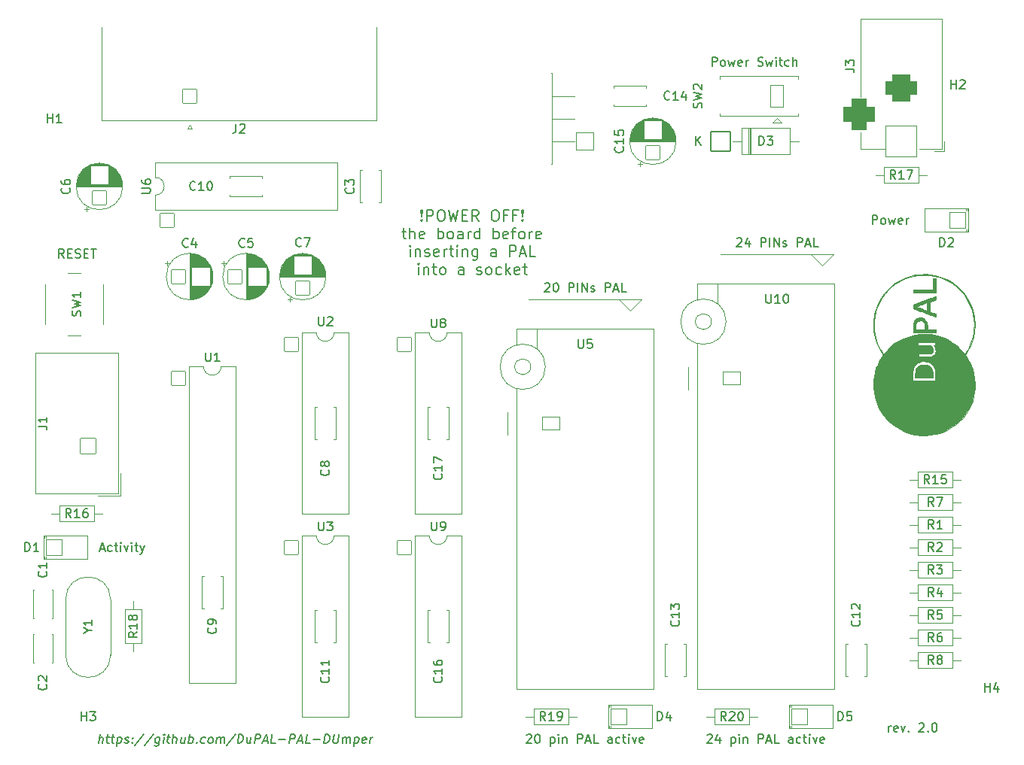
<source format=gbr>
G04 #@! TF.GenerationSoftware,KiCad,Pcbnew,7.0.7*
G04 #@! TF.CreationDate,2023-10-03T16:10:38+02:00*
G04 #@! TF.ProjectId,DuPal_DIP,44755061-6c5f-4444-9950-2e6b69636164,rev?*
G04 #@! TF.SameCoordinates,Original*
G04 #@! TF.FileFunction,Legend,Top*
G04 #@! TF.FilePolarity,Positive*
%FSLAX46Y46*%
G04 Gerber Fmt 4.6, Leading zero omitted, Abs format (unit mm)*
G04 Created by KiCad (PCBNEW 7.0.7) date 2023-10-03 16:10:38*
%MOMM*%
%LPD*%
G01*
G04 APERTURE LIST*
G04 Aperture macros list*
%AMRoundRect*
0 Rectangle with rounded corners*
0 $1 Rounding radius*
0 $2 $3 $4 $5 $6 $7 $8 $9 X,Y pos of 4 corners*
0 Add a 4 corners polygon primitive as box body*
4,1,4,$2,$3,$4,$5,$6,$7,$8,$9,$2,$3,0*
0 Add four circle primitives for the rounded corners*
1,1,$1+$1,$2,$3*
1,1,$1+$1,$4,$5*
1,1,$1+$1,$6,$7*
1,1,$1+$1,$8,$9*
0 Add four rect primitives between the rounded corners*
20,1,$1+$1,$2,$3,$4,$5,0*
20,1,$1+$1,$4,$5,$6,$7,0*
20,1,$1+$1,$6,$7,$8,$9,0*
20,1,$1+$1,$8,$9,$2,$3,0*%
G04 Aperture macros list end*
%ADD10C,0.120000*%
%ADD11C,0.150000*%
%ADD12C,0.010000*%
%ADD13C,1.702000*%
%ADD14RoundRect,0.051000X-0.800000X-0.800000X0.800000X-0.800000X0.800000X0.800000X-0.800000X0.800000X0*%
%ADD15RoundRect,0.051000X0.800000X-0.800000X0.800000X0.800000X-0.800000X0.800000X-0.800000X-0.800000X0*%
%ADD16RoundRect,0.051000X-0.900000X-0.900000X0.900000X-0.900000X0.900000X0.900000X-0.900000X0.900000X0*%
%ADD17C,1.902000*%
%ADD18RoundRect,0.051000X0.900000X0.900000X-0.900000X0.900000X-0.900000X-0.900000X0.900000X-0.900000X0*%
%ADD19RoundRect,0.051000X-1.100000X-1.100000X1.100000X-1.100000X1.100000X1.100000X-1.100000X1.100000X0*%
%ADD20O,2.302000X2.302000*%
%ADD21RoundRect,0.051000X0.863600X0.863600X-0.863600X0.863600X-0.863600X-0.863600X0.863600X-0.863600X0*%
%ADD22O,1.829200X1.829200*%
%ADD23C,4.102000*%
%ADD24RoundRect,0.051000X0.800000X0.800000X-0.800000X0.800000X-0.800000X-0.800000X0.800000X-0.800000X0*%
%ADD25RoundRect,0.051000X-1.750000X1.750000X-1.750000X-1.750000X1.750000X-1.750000X1.750000X1.750000X0*%
%ADD26RoundRect,0.801000X-1.000000X0.750000X-1.000000X-0.750000X1.000000X-0.750000X1.000000X0.750000X0*%
%ADD27RoundRect,0.926000X-0.875000X0.875000X-0.875000X-0.875000X0.875000X-0.875000X0.875000X0.875000X0*%
%ADD28C,1.502000*%
%ADD29O,1.502000X1.502000*%
%ADD30C,2.102000*%
%ADD31O,2.302000X3.602000*%
%ADD32RoundRect,0.051000X0.750000X1.250000X-0.750000X1.250000X-0.750000X-1.250000X0.750000X-1.250000X0*%
%ADD33O,1.602000X2.602000*%
%ADD34O,1.702000X1.702000*%
%ADD35RoundRect,0.051000X-1.000000X-0.720000X1.000000X-0.720000X1.000000X0.720000X-1.000000X0.720000X0*%
%ADD36O,2.102000X1.542000*%
%ADD37O,3.602000X3.602000*%
%ADD38RoundRect,0.051000X1.000000X-0.952500X1.000000X0.952500X-1.000000X0.952500X-1.000000X-0.952500X0*%
%ADD39O,2.102000X2.007000*%
%ADD40C,1.602000*%
%ADD41C,4.602000*%
G04 APERTURE END LIST*
D10*
X158750000Y-82550000D02*
X160020000Y-83820000D01*
X161290000Y-82550000D02*
X160020000Y-83820000D01*
X170180000Y-77470000D02*
X182880000Y-77470000D01*
X181610000Y-78740000D02*
X180340000Y-77470000D01*
X182880000Y-77470000D02*
X181610000Y-78740000D01*
X180340000Y-77470000D02*
X181610000Y-78740000D01*
X148590000Y-82550000D02*
X161290000Y-82550000D01*
X160020000Y-83820000D02*
X158750000Y-82550000D01*
D11*
X172006190Y-75750057D02*
X172053809Y-75702438D01*
X172053809Y-75702438D02*
X172149047Y-75654819D01*
X172149047Y-75654819D02*
X172387142Y-75654819D01*
X172387142Y-75654819D02*
X172482380Y-75702438D01*
X172482380Y-75702438D02*
X172529999Y-75750057D01*
X172529999Y-75750057D02*
X172577618Y-75845295D01*
X172577618Y-75845295D02*
X172577618Y-75940533D01*
X172577618Y-75940533D02*
X172529999Y-76083390D01*
X172529999Y-76083390D02*
X171958571Y-76654819D01*
X171958571Y-76654819D02*
X172577618Y-76654819D01*
X173434761Y-75988152D02*
X173434761Y-76654819D01*
X173196666Y-75607200D02*
X172958571Y-76321485D01*
X172958571Y-76321485D02*
X173577618Y-76321485D01*
X174720476Y-76654819D02*
X174720476Y-75654819D01*
X174720476Y-75654819D02*
X175101428Y-75654819D01*
X175101428Y-75654819D02*
X175196666Y-75702438D01*
X175196666Y-75702438D02*
X175244285Y-75750057D01*
X175244285Y-75750057D02*
X175291904Y-75845295D01*
X175291904Y-75845295D02*
X175291904Y-75988152D01*
X175291904Y-75988152D02*
X175244285Y-76083390D01*
X175244285Y-76083390D02*
X175196666Y-76131009D01*
X175196666Y-76131009D02*
X175101428Y-76178628D01*
X175101428Y-76178628D02*
X174720476Y-76178628D01*
X175720476Y-76654819D02*
X175720476Y-75654819D01*
X176196666Y-76654819D02*
X176196666Y-75654819D01*
X176196666Y-75654819D02*
X176768094Y-76654819D01*
X176768094Y-76654819D02*
X176768094Y-75654819D01*
X177196666Y-76607200D02*
X177291904Y-76654819D01*
X177291904Y-76654819D02*
X177482380Y-76654819D01*
X177482380Y-76654819D02*
X177577618Y-76607200D01*
X177577618Y-76607200D02*
X177625237Y-76511961D01*
X177625237Y-76511961D02*
X177625237Y-76464342D01*
X177625237Y-76464342D02*
X177577618Y-76369104D01*
X177577618Y-76369104D02*
X177482380Y-76321485D01*
X177482380Y-76321485D02*
X177339523Y-76321485D01*
X177339523Y-76321485D02*
X177244285Y-76273866D01*
X177244285Y-76273866D02*
X177196666Y-76178628D01*
X177196666Y-76178628D02*
X177196666Y-76131009D01*
X177196666Y-76131009D02*
X177244285Y-76035771D01*
X177244285Y-76035771D02*
X177339523Y-75988152D01*
X177339523Y-75988152D02*
X177482380Y-75988152D01*
X177482380Y-75988152D02*
X177577618Y-76035771D01*
X178815714Y-76654819D02*
X178815714Y-75654819D01*
X178815714Y-75654819D02*
X179196666Y-75654819D01*
X179196666Y-75654819D02*
X179291904Y-75702438D01*
X179291904Y-75702438D02*
X179339523Y-75750057D01*
X179339523Y-75750057D02*
X179387142Y-75845295D01*
X179387142Y-75845295D02*
X179387142Y-75988152D01*
X179387142Y-75988152D02*
X179339523Y-76083390D01*
X179339523Y-76083390D02*
X179291904Y-76131009D01*
X179291904Y-76131009D02*
X179196666Y-76178628D01*
X179196666Y-76178628D02*
X178815714Y-76178628D01*
X179768095Y-76369104D02*
X180244285Y-76369104D01*
X179672857Y-76654819D02*
X180006190Y-75654819D01*
X180006190Y-75654819D02*
X180339523Y-76654819D01*
X181149047Y-76654819D02*
X180672857Y-76654819D01*
X180672857Y-76654819D02*
X180672857Y-75654819D01*
X148344761Y-131630057D02*
X148392380Y-131582438D01*
X148392380Y-131582438D02*
X148487618Y-131534819D01*
X148487618Y-131534819D02*
X148725713Y-131534819D01*
X148725713Y-131534819D02*
X148820951Y-131582438D01*
X148820951Y-131582438D02*
X148868570Y-131630057D01*
X148868570Y-131630057D02*
X148916189Y-131725295D01*
X148916189Y-131725295D02*
X148916189Y-131820533D01*
X148916189Y-131820533D02*
X148868570Y-131963390D01*
X148868570Y-131963390D02*
X148297142Y-132534819D01*
X148297142Y-132534819D02*
X148916189Y-132534819D01*
X149535237Y-131534819D02*
X149630475Y-131534819D01*
X149630475Y-131534819D02*
X149725713Y-131582438D01*
X149725713Y-131582438D02*
X149773332Y-131630057D01*
X149773332Y-131630057D02*
X149820951Y-131725295D01*
X149820951Y-131725295D02*
X149868570Y-131915771D01*
X149868570Y-131915771D02*
X149868570Y-132153866D01*
X149868570Y-132153866D02*
X149820951Y-132344342D01*
X149820951Y-132344342D02*
X149773332Y-132439580D01*
X149773332Y-132439580D02*
X149725713Y-132487200D01*
X149725713Y-132487200D02*
X149630475Y-132534819D01*
X149630475Y-132534819D02*
X149535237Y-132534819D01*
X149535237Y-132534819D02*
X149439999Y-132487200D01*
X149439999Y-132487200D02*
X149392380Y-132439580D01*
X149392380Y-132439580D02*
X149344761Y-132344342D01*
X149344761Y-132344342D02*
X149297142Y-132153866D01*
X149297142Y-132153866D02*
X149297142Y-131915771D01*
X149297142Y-131915771D02*
X149344761Y-131725295D01*
X149344761Y-131725295D02*
X149392380Y-131630057D01*
X149392380Y-131630057D02*
X149439999Y-131582438D01*
X149439999Y-131582438D02*
X149535237Y-131534819D01*
X151059047Y-131868152D02*
X151059047Y-132868152D01*
X151059047Y-131915771D02*
X151154285Y-131868152D01*
X151154285Y-131868152D02*
X151344761Y-131868152D01*
X151344761Y-131868152D02*
X151439999Y-131915771D01*
X151439999Y-131915771D02*
X151487618Y-131963390D01*
X151487618Y-131963390D02*
X151535237Y-132058628D01*
X151535237Y-132058628D02*
X151535237Y-132344342D01*
X151535237Y-132344342D02*
X151487618Y-132439580D01*
X151487618Y-132439580D02*
X151439999Y-132487200D01*
X151439999Y-132487200D02*
X151344761Y-132534819D01*
X151344761Y-132534819D02*
X151154285Y-132534819D01*
X151154285Y-132534819D02*
X151059047Y-132487200D01*
X151963809Y-132534819D02*
X151963809Y-131868152D01*
X151963809Y-131534819D02*
X151916190Y-131582438D01*
X151916190Y-131582438D02*
X151963809Y-131630057D01*
X151963809Y-131630057D02*
X152011428Y-131582438D01*
X152011428Y-131582438D02*
X151963809Y-131534819D01*
X151963809Y-131534819D02*
X151963809Y-131630057D01*
X152439999Y-131868152D02*
X152439999Y-132534819D01*
X152439999Y-131963390D02*
X152487618Y-131915771D01*
X152487618Y-131915771D02*
X152582856Y-131868152D01*
X152582856Y-131868152D02*
X152725713Y-131868152D01*
X152725713Y-131868152D02*
X152820951Y-131915771D01*
X152820951Y-131915771D02*
X152868570Y-132011009D01*
X152868570Y-132011009D02*
X152868570Y-132534819D01*
X154106666Y-132534819D02*
X154106666Y-131534819D01*
X154106666Y-131534819D02*
X154487618Y-131534819D01*
X154487618Y-131534819D02*
X154582856Y-131582438D01*
X154582856Y-131582438D02*
X154630475Y-131630057D01*
X154630475Y-131630057D02*
X154678094Y-131725295D01*
X154678094Y-131725295D02*
X154678094Y-131868152D01*
X154678094Y-131868152D02*
X154630475Y-131963390D01*
X154630475Y-131963390D02*
X154582856Y-132011009D01*
X154582856Y-132011009D02*
X154487618Y-132058628D01*
X154487618Y-132058628D02*
X154106666Y-132058628D01*
X155059047Y-132249104D02*
X155535237Y-132249104D01*
X154963809Y-132534819D02*
X155297142Y-131534819D01*
X155297142Y-131534819D02*
X155630475Y-132534819D01*
X156439999Y-132534819D02*
X155963809Y-132534819D01*
X155963809Y-132534819D02*
X155963809Y-131534819D01*
X157963809Y-132534819D02*
X157963809Y-132011009D01*
X157963809Y-132011009D02*
X157916190Y-131915771D01*
X157916190Y-131915771D02*
X157820952Y-131868152D01*
X157820952Y-131868152D02*
X157630476Y-131868152D01*
X157630476Y-131868152D02*
X157535238Y-131915771D01*
X157963809Y-132487200D02*
X157868571Y-132534819D01*
X157868571Y-132534819D02*
X157630476Y-132534819D01*
X157630476Y-132534819D02*
X157535238Y-132487200D01*
X157535238Y-132487200D02*
X157487619Y-132391961D01*
X157487619Y-132391961D02*
X157487619Y-132296723D01*
X157487619Y-132296723D02*
X157535238Y-132201485D01*
X157535238Y-132201485D02*
X157630476Y-132153866D01*
X157630476Y-132153866D02*
X157868571Y-132153866D01*
X157868571Y-132153866D02*
X157963809Y-132106247D01*
X158868571Y-132487200D02*
X158773333Y-132534819D01*
X158773333Y-132534819D02*
X158582857Y-132534819D01*
X158582857Y-132534819D02*
X158487619Y-132487200D01*
X158487619Y-132487200D02*
X158440000Y-132439580D01*
X158440000Y-132439580D02*
X158392381Y-132344342D01*
X158392381Y-132344342D02*
X158392381Y-132058628D01*
X158392381Y-132058628D02*
X158440000Y-131963390D01*
X158440000Y-131963390D02*
X158487619Y-131915771D01*
X158487619Y-131915771D02*
X158582857Y-131868152D01*
X158582857Y-131868152D02*
X158773333Y-131868152D01*
X158773333Y-131868152D02*
X158868571Y-131915771D01*
X159154286Y-131868152D02*
X159535238Y-131868152D01*
X159297143Y-131534819D02*
X159297143Y-132391961D01*
X159297143Y-132391961D02*
X159344762Y-132487200D01*
X159344762Y-132487200D02*
X159440000Y-132534819D01*
X159440000Y-132534819D02*
X159535238Y-132534819D01*
X159868572Y-132534819D02*
X159868572Y-131868152D01*
X159868572Y-131534819D02*
X159820953Y-131582438D01*
X159820953Y-131582438D02*
X159868572Y-131630057D01*
X159868572Y-131630057D02*
X159916191Y-131582438D01*
X159916191Y-131582438D02*
X159868572Y-131534819D01*
X159868572Y-131534819D02*
X159868572Y-131630057D01*
X160249524Y-131868152D02*
X160487619Y-132534819D01*
X160487619Y-132534819D02*
X160725714Y-131868152D01*
X161487619Y-132487200D02*
X161392381Y-132534819D01*
X161392381Y-132534819D02*
X161201905Y-132534819D01*
X161201905Y-132534819D02*
X161106667Y-132487200D01*
X161106667Y-132487200D02*
X161059048Y-132391961D01*
X161059048Y-132391961D02*
X161059048Y-132011009D01*
X161059048Y-132011009D02*
X161106667Y-131915771D01*
X161106667Y-131915771D02*
X161201905Y-131868152D01*
X161201905Y-131868152D02*
X161392381Y-131868152D01*
X161392381Y-131868152D02*
X161487619Y-131915771D01*
X161487619Y-131915771D02*
X161535238Y-132011009D01*
X161535238Y-132011009D02*
X161535238Y-132106247D01*
X161535238Y-132106247D02*
X161059048Y-132201485D01*
X169228095Y-56334819D02*
X169228095Y-55334819D01*
X169228095Y-55334819D02*
X169609047Y-55334819D01*
X169609047Y-55334819D02*
X169704285Y-55382438D01*
X169704285Y-55382438D02*
X169751904Y-55430057D01*
X169751904Y-55430057D02*
X169799523Y-55525295D01*
X169799523Y-55525295D02*
X169799523Y-55668152D01*
X169799523Y-55668152D02*
X169751904Y-55763390D01*
X169751904Y-55763390D02*
X169704285Y-55811009D01*
X169704285Y-55811009D02*
X169609047Y-55858628D01*
X169609047Y-55858628D02*
X169228095Y-55858628D01*
X170370952Y-56334819D02*
X170275714Y-56287200D01*
X170275714Y-56287200D02*
X170228095Y-56239580D01*
X170228095Y-56239580D02*
X170180476Y-56144342D01*
X170180476Y-56144342D02*
X170180476Y-55858628D01*
X170180476Y-55858628D02*
X170228095Y-55763390D01*
X170228095Y-55763390D02*
X170275714Y-55715771D01*
X170275714Y-55715771D02*
X170370952Y-55668152D01*
X170370952Y-55668152D02*
X170513809Y-55668152D01*
X170513809Y-55668152D02*
X170609047Y-55715771D01*
X170609047Y-55715771D02*
X170656666Y-55763390D01*
X170656666Y-55763390D02*
X170704285Y-55858628D01*
X170704285Y-55858628D02*
X170704285Y-56144342D01*
X170704285Y-56144342D02*
X170656666Y-56239580D01*
X170656666Y-56239580D02*
X170609047Y-56287200D01*
X170609047Y-56287200D02*
X170513809Y-56334819D01*
X170513809Y-56334819D02*
X170370952Y-56334819D01*
X171037619Y-55668152D02*
X171228095Y-56334819D01*
X171228095Y-56334819D02*
X171418571Y-55858628D01*
X171418571Y-55858628D02*
X171609047Y-56334819D01*
X171609047Y-56334819D02*
X171799523Y-55668152D01*
X172561428Y-56287200D02*
X172466190Y-56334819D01*
X172466190Y-56334819D02*
X172275714Y-56334819D01*
X172275714Y-56334819D02*
X172180476Y-56287200D01*
X172180476Y-56287200D02*
X172132857Y-56191961D01*
X172132857Y-56191961D02*
X172132857Y-55811009D01*
X172132857Y-55811009D02*
X172180476Y-55715771D01*
X172180476Y-55715771D02*
X172275714Y-55668152D01*
X172275714Y-55668152D02*
X172466190Y-55668152D01*
X172466190Y-55668152D02*
X172561428Y-55715771D01*
X172561428Y-55715771D02*
X172609047Y-55811009D01*
X172609047Y-55811009D02*
X172609047Y-55906247D01*
X172609047Y-55906247D02*
X172132857Y-56001485D01*
X173037619Y-56334819D02*
X173037619Y-55668152D01*
X173037619Y-55858628D02*
X173085238Y-55763390D01*
X173085238Y-55763390D02*
X173132857Y-55715771D01*
X173132857Y-55715771D02*
X173228095Y-55668152D01*
X173228095Y-55668152D02*
X173323333Y-55668152D01*
X174370953Y-56287200D02*
X174513810Y-56334819D01*
X174513810Y-56334819D02*
X174751905Y-56334819D01*
X174751905Y-56334819D02*
X174847143Y-56287200D01*
X174847143Y-56287200D02*
X174894762Y-56239580D01*
X174894762Y-56239580D02*
X174942381Y-56144342D01*
X174942381Y-56144342D02*
X174942381Y-56049104D01*
X174942381Y-56049104D02*
X174894762Y-55953866D01*
X174894762Y-55953866D02*
X174847143Y-55906247D01*
X174847143Y-55906247D02*
X174751905Y-55858628D01*
X174751905Y-55858628D02*
X174561429Y-55811009D01*
X174561429Y-55811009D02*
X174466191Y-55763390D01*
X174466191Y-55763390D02*
X174418572Y-55715771D01*
X174418572Y-55715771D02*
X174370953Y-55620533D01*
X174370953Y-55620533D02*
X174370953Y-55525295D01*
X174370953Y-55525295D02*
X174418572Y-55430057D01*
X174418572Y-55430057D02*
X174466191Y-55382438D01*
X174466191Y-55382438D02*
X174561429Y-55334819D01*
X174561429Y-55334819D02*
X174799524Y-55334819D01*
X174799524Y-55334819D02*
X174942381Y-55382438D01*
X175275715Y-55668152D02*
X175466191Y-56334819D01*
X175466191Y-56334819D02*
X175656667Y-55858628D01*
X175656667Y-55858628D02*
X175847143Y-56334819D01*
X175847143Y-56334819D02*
X176037619Y-55668152D01*
X176418572Y-56334819D02*
X176418572Y-55668152D01*
X176418572Y-55334819D02*
X176370953Y-55382438D01*
X176370953Y-55382438D02*
X176418572Y-55430057D01*
X176418572Y-55430057D02*
X176466191Y-55382438D01*
X176466191Y-55382438D02*
X176418572Y-55334819D01*
X176418572Y-55334819D02*
X176418572Y-55430057D01*
X176751905Y-55668152D02*
X177132857Y-55668152D01*
X176894762Y-55334819D02*
X176894762Y-56191961D01*
X176894762Y-56191961D02*
X176942381Y-56287200D01*
X176942381Y-56287200D02*
X177037619Y-56334819D01*
X177037619Y-56334819D02*
X177132857Y-56334819D01*
X177894762Y-56287200D02*
X177799524Y-56334819D01*
X177799524Y-56334819D02*
X177609048Y-56334819D01*
X177609048Y-56334819D02*
X177513810Y-56287200D01*
X177513810Y-56287200D02*
X177466191Y-56239580D01*
X177466191Y-56239580D02*
X177418572Y-56144342D01*
X177418572Y-56144342D02*
X177418572Y-55858628D01*
X177418572Y-55858628D02*
X177466191Y-55763390D01*
X177466191Y-55763390D02*
X177513810Y-55715771D01*
X177513810Y-55715771D02*
X177609048Y-55668152D01*
X177609048Y-55668152D02*
X177799524Y-55668152D01*
X177799524Y-55668152D02*
X177894762Y-55715771D01*
X178323334Y-56334819D02*
X178323334Y-55334819D01*
X178751905Y-56334819D02*
X178751905Y-55811009D01*
X178751905Y-55811009D02*
X178704286Y-55715771D01*
X178704286Y-55715771D02*
X178609048Y-55668152D01*
X178609048Y-55668152D02*
X178466191Y-55668152D01*
X178466191Y-55668152D02*
X178370953Y-55715771D01*
X178370953Y-55715771D02*
X178323334Y-55763390D01*
X189079524Y-131264819D02*
X189079524Y-130598152D01*
X189079524Y-130788628D02*
X189127143Y-130693390D01*
X189127143Y-130693390D02*
X189174762Y-130645771D01*
X189174762Y-130645771D02*
X189270000Y-130598152D01*
X189270000Y-130598152D02*
X189365238Y-130598152D01*
X190079524Y-131217200D02*
X189984286Y-131264819D01*
X189984286Y-131264819D02*
X189793810Y-131264819D01*
X189793810Y-131264819D02*
X189698572Y-131217200D01*
X189698572Y-131217200D02*
X189650953Y-131121961D01*
X189650953Y-131121961D02*
X189650953Y-130741009D01*
X189650953Y-130741009D02*
X189698572Y-130645771D01*
X189698572Y-130645771D02*
X189793810Y-130598152D01*
X189793810Y-130598152D02*
X189984286Y-130598152D01*
X189984286Y-130598152D02*
X190079524Y-130645771D01*
X190079524Y-130645771D02*
X190127143Y-130741009D01*
X190127143Y-130741009D02*
X190127143Y-130836247D01*
X190127143Y-130836247D02*
X189650953Y-130931485D01*
X190460477Y-130598152D02*
X190698572Y-131264819D01*
X190698572Y-131264819D02*
X190936667Y-130598152D01*
X191317620Y-131169580D02*
X191365239Y-131217200D01*
X191365239Y-131217200D02*
X191317620Y-131264819D01*
X191317620Y-131264819D02*
X191270001Y-131217200D01*
X191270001Y-131217200D02*
X191317620Y-131169580D01*
X191317620Y-131169580D02*
X191317620Y-131264819D01*
X192508096Y-130360057D02*
X192555715Y-130312438D01*
X192555715Y-130312438D02*
X192650953Y-130264819D01*
X192650953Y-130264819D02*
X192889048Y-130264819D01*
X192889048Y-130264819D02*
X192984286Y-130312438D01*
X192984286Y-130312438D02*
X193031905Y-130360057D01*
X193031905Y-130360057D02*
X193079524Y-130455295D01*
X193079524Y-130455295D02*
X193079524Y-130550533D01*
X193079524Y-130550533D02*
X193031905Y-130693390D01*
X193031905Y-130693390D02*
X192460477Y-131264819D01*
X192460477Y-131264819D02*
X193079524Y-131264819D01*
X193508096Y-131169580D02*
X193555715Y-131217200D01*
X193555715Y-131217200D02*
X193508096Y-131264819D01*
X193508096Y-131264819D02*
X193460477Y-131217200D01*
X193460477Y-131217200D02*
X193508096Y-131169580D01*
X193508096Y-131169580D02*
X193508096Y-131264819D01*
X194174762Y-130264819D02*
X194270000Y-130264819D01*
X194270000Y-130264819D02*
X194365238Y-130312438D01*
X194365238Y-130312438D02*
X194412857Y-130360057D01*
X194412857Y-130360057D02*
X194460476Y-130455295D01*
X194460476Y-130455295D02*
X194508095Y-130645771D01*
X194508095Y-130645771D02*
X194508095Y-130883866D01*
X194508095Y-130883866D02*
X194460476Y-131074342D01*
X194460476Y-131074342D02*
X194412857Y-131169580D01*
X194412857Y-131169580D02*
X194365238Y-131217200D01*
X194365238Y-131217200D02*
X194270000Y-131264819D01*
X194270000Y-131264819D02*
X194174762Y-131264819D01*
X194174762Y-131264819D02*
X194079524Y-131217200D01*
X194079524Y-131217200D02*
X194031905Y-131169580D01*
X194031905Y-131169580D02*
X193984286Y-131074342D01*
X193984286Y-131074342D02*
X193936667Y-130883866D01*
X193936667Y-130883866D02*
X193936667Y-130645771D01*
X193936667Y-130645771D02*
X193984286Y-130455295D01*
X193984286Y-130455295D02*
X194031905Y-130360057D01*
X194031905Y-130360057D02*
X194079524Y-130312438D01*
X194079524Y-130312438D02*
X194174762Y-130264819D01*
X150416190Y-80830057D02*
X150463809Y-80782438D01*
X150463809Y-80782438D02*
X150559047Y-80734819D01*
X150559047Y-80734819D02*
X150797142Y-80734819D01*
X150797142Y-80734819D02*
X150892380Y-80782438D01*
X150892380Y-80782438D02*
X150939999Y-80830057D01*
X150939999Y-80830057D02*
X150987618Y-80925295D01*
X150987618Y-80925295D02*
X150987618Y-81020533D01*
X150987618Y-81020533D02*
X150939999Y-81163390D01*
X150939999Y-81163390D02*
X150368571Y-81734819D01*
X150368571Y-81734819D02*
X150987618Y-81734819D01*
X151606666Y-80734819D02*
X151701904Y-80734819D01*
X151701904Y-80734819D02*
X151797142Y-80782438D01*
X151797142Y-80782438D02*
X151844761Y-80830057D01*
X151844761Y-80830057D02*
X151892380Y-80925295D01*
X151892380Y-80925295D02*
X151939999Y-81115771D01*
X151939999Y-81115771D02*
X151939999Y-81353866D01*
X151939999Y-81353866D02*
X151892380Y-81544342D01*
X151892380Y-81544342D02*
X151844761Y-81639580D01*
X151844761Y-81639580D02*
X151797142Y-81687200D01*
X151797142Y-81687200D02*
X151701904Y-81734819D01*
X151701904Y-81734819D02*
X151606666Y-81734819D01*
X151606666Y-81734819D02*
X151511428Y-81687200D01*
X151511428Y-81687200D02*
X151463809Y-81639580D01*
X151463809Y-81639580D02*
X151416190Y-81544342D01*
X151416190Y-81544342D02*
X151368571Y-81353866D01*
X151368571Y-81353866D02*
X151368571Y-81115771D01*
X151368571Y-81115771D02*
X151416190Y-80925295D01*
X151416190Y-80925295D02*
X151463809Y-80830057D01*
X151463809Y-80830057D02*
X151511428Y-80782438D01*
X151511428Y-80782438D02*
X151606666Y-80734819D01*
X153130476Y-81734819D02*
X153130476Y-80734819D01*
X153130476Y-80734819D02*
X153511428Y-80734819D01*
X153511428Y-80734819D02*
X153606666Y-80782438D01*
X153606666Y-80782438D02*
X153654285Y-80830057D01*
X153654285Y-80830057D02*
X153701904Y-80925295D01*
X153701904Y-80925295D02*
X153701904Y-81068152D01*
X153701904Y-81068152D02*
X153654285Y-81163390D01*
X153654285Y-81163390D02*
X153606666Y-81211009D01*
X153606666Y-81211009D02*
X153511428Y-81258628D01*
X153511428Y-81258628D02*
X153130476Y-81258628D01*
X154130476Y-81734819D02*
X154130476Y-80734819D01*
X154606666Y-81734819D02*
X154606666Y-80734819D01*
X154606666Y-80734819D02*
X155178094Y-81734819D01*
X155178094Y-81734819D02*
X155178094Y-80734819D01*
X155606666Y-81687200D02*
X155701904Y-81734819D01*
X155701904Y-81734819D02*
X155892380Y-81734819D01*
X155892380Y-81734819D02*
X155987618Y-81687200D01*
X155987618Y-81687200D02*
X156035237Y-81591961D01*
X156035237Y-81591961D02*
X156035237Y-81544342D01*
X156035237Y-81544342D02*
X155987618Y-81449104D01*
X155987618Y-81449104D02*
X155892380Y-81401485D01*
X155892380Y-81401485D02*
X155749523Y-81401485D01*
X155749523Y-81401485D02*
X155654285Y-81353866D01*
X155654285Y-81353866D02*
X155606666Y-81258628D01*
X155606666Y-81258628D02*
X155606666Y-81211009D01*
X155606666Y-81211009D02*
X155654285Y-81115771D01*
X155654285Y-81115771D02*
X155749523Y-81068152D01*
X155749523Y-81068152D02*
X155892380Y-81068152D01*
X155892380Y-81068152D02*
X155987618Y-81115771D01*
X157225714Y-81734819D02*
X157225714Y-80734819D01*
X157225714Y-80734819D02*
X157606666Y-80734819D01*
X157606666Y-80734819D02*
X157701904Y-80782438D01*
X157701904Y-80782438D02*
X157749523Y-80830057D01*
X157749523Y-80830057D02*
X157797142Y-80925295D01*
X157797142Y-80925295D02*
X157797142Y-81068152D01*
X157797142Y-81068152D02*
X157749523Y-81163390D01*
X157749523Y-81163390D02*
X157701904Y-81211009D01*
X157701904Y-81211009D02*
X157606666Y-81258628D01*
X157606666Y-81258628D02*
X157225714Y-81258628D01*
X158178095Y-81449104D02*
X158654285Y-81449104D01*
X158082857Y-81734819D02*
X158416190Y-80734819D01*
X158416190Y-80734819D02*
X158749523Y-81734819D01*
X159559047Y-81734819D02*
X159082857Y-81734819D01*
X159082857Y-81734819D02*
X159082857Y-80734819D01*
X100393809Y-110659104D02*
X100869999Y-110659104D01*
X100298571Y-110944819D02*
X100631904Y-109944819D01*
X100631904Y-109944819D02*
X100965237Y-110944819D01*
X101727142Y-110897200D02*
X101631904Y-110944819D01*
X101631904Y-110944819D02*
X101441428Y-110944819D01*
X101441428Y-110944819D02*
X101346190Y-110897200D01*
X101346190Y-110897200D02*
X101298571Y-110849580D01*
X101298571Y-110849580D02*
X101250952Y-110754342D01*
X101250952Y-110754342D02*
X101250952Y-110468628D01*
X101250952Y-110468628D02*
X101298571Y-110373390D01*
X101298571Y-110373390D02*
X101346190Y-110325771D01*
X101346190Y-110325771D02*
X101441428Y-110278152D01*
X101441428Y-110278152D02*
X101631904Y-110278152D01*
X101631904Y-110278152D02*
X101727142Y-110325771D01*
X102012857Y-110278152D02*
X102393809Y-110278152D01*
X102155714Y-109944819D02*
X102155714Y-110801961D01*
X102155714Y-110801961D02*
X102203333Y-110897200D01*
X102203333Y-110897200D02*
X102298571Y-110944819D01*
X102298571Y-110944819D02*
X102393809Y-110944819D01*
X102727143Y-110944819D02*
X102727143Y-110278152D01*
X102727143Y-109944819D02*
X102679524Y-109992438D01*
X102679524Y-109992438D02*
X102727143Y-110040057D01*
X102727143Y-110040057D02*
X102774762Y-109992438D01*
X102774762Y-109992438D02*
X102727143Y-109944819D01*
X102727143Y-109944819D02*
X102727143Y-110040057D01*
X103108095Y-110278152D02*
X103346190Y-110944819D01*
X103346190Y-110944819D02*
X103584285Y-110278152D01*
X103965238Y-110944819D02*
X103965238Y-110278152D01*
X103965238Y-109944819D02*
X103917619Y-109992438D01*
X103917619Y-109992438D02*
X103965238Y-110040057D01*
X103965238Y-110040057D02*
X104012857Y-109992438D01*
X104012857Y-109992438D02*
X103965238Y-109944819D01*
X103965238Y-109944819D02*
X103965238Y-110040057D01*
X104298571Y-110278152D02*
X104679523Y-110278152D01*
X104441428Y-109944819D02*
X104441428Y-110801961D01*
X104441428Y-110801961D02*
X104489047Y-110897200D01*
X104489047Y-110897200D02*
X104584285Y-110944819D01*
X104584285Y-110944819D02*
X104679523Y-110944819D01*
X104917619Y-110278152D02*
X105155714Y-110944819D01*
X105393809Y-110278152D02*
X105155714Y-110944819D01*
X105155714Y-110944819D02*
X105060476Y-111182914D01*
X105060476Y-111182914D02*
X105012857Y-111230533D01*
X105012857Y-111230533D02*
X104917619Y-111278152D01*
X187253809Y-74114819D02*
X187253809Y-73114819D01*
X187253809Y-73114819D02*
X187634761Y-73114819D01*
X187634761Y-73114819D02*
X187729999Y-73162438D01*
X187729999Y-73162438D02*
X187777618Y-73210057D01*
X187777618Y-73210057D02*
X187825237Y-73305295D01*
X187825237Y-73305295D02*
X187825237Y-73448152D01*
X187825237Y-73448152D02*
X187777618Y-73543390D01*
X187777618Y-73543390D02*
X187729999Y-73591009D01*
X187729999Y-73591009D02*
X187634761Y-73638628D01*
X187634761Y-73638628D02*
X187253809Y-73638628D01*
X188396666Y-74114819D02*
X188301428Y-74067200D01*
X188301428Y-74067200D02*
X188253809Y-74019580D01*
X188253809Y-74019580D02*
X188206190Y-73924342D01*
X188206190Y-73924342D02*
X188206190Y-73638628D01*
X188206190Y-73638628D02*
X188253809Y-73543390D01*
X188253809Y-73543390D02*
X188301428Y-73495771D01*
X188301428Y-73495771D02*
X188396666Y-73448152D01*
X188396666Y-73448152D02*
X188539523Y-73448152D01*
X188539523Y-73448152D02*
X188634761Y-73495771D01*
X188634761Y-73495771D02*
X188682380Y-73543390D01*
X188682380Y-73543390D02*
X188729999Y-73638628D01*
X188729999Y-73638628D02*
X188729999Y-73924342D01*
X188729999Y-73924342D02*
X188682380Y-74019580D01*
X188682380Y-74019580D02*
X188634761Y-74067200D01*
X188634761Y-74067200D02*
X188539523Y-74114819D01*
X188539523Y-74114819D02*
X188396666Y-74114819D01*
X189063333Y-73448152D02*
X189253809Y-74114819D01*
X189253809Y-74114819D02*
X189444285Y-73638628D01*
X189444285Y-73638628D02*
X189634761Y-74114819D01*
X189634761Y-74114819D02*
X189825237Y-73448152D01*
X190587142Y-74067200D02*
X190491904Y-74114819D01*
X190491904Y-74114819D02*
X190301428Y-74114819D01*
X190301428Y-74114819D02*
X190206190Y-74067200D01*
X190206190Y-74067200D02*
X190158571Y-73971961D01*
X190158571Y-73971961D02*
X190158571Y-73591009D01*
X190158571Y-73591009D02*
X190206190Y-73495771D01*
X190206190Y-73495771D02*
X190301428Y-73448152D01*
X190301428Y-73448152D02*
X190491904Y-73448152D01*
X190491904Y-73448152D02*
X190587142Y-73495771D01*
X190587142Y-73495771D02*
X190634761Y-73591009D01*
X190634761Y-73591009D02*
X190634761Y-73686247D01*
X190634761Y-73686247D02*
X190158571Y-73781485D01*
X191063333Y-74114819D02*
X191063333Y-73448152D01*
X191063333Y-73638628D02*
X191110952Y-73543390D01*
X191110952Y-73543390D02*
X191158571Y-73495771D01*
X191158571Y-73495771D02*
X191253809Y-73448152D01*
X191253809Y-73448152D02*
X191349047Y-73448152D01*
X136555476Y-73632676D02*
X136614999Y-73692200D01*
X136614999Y-73692200D02*
X136555476Y-73751723D01*
X136555476Y-73751723D02*
X136495952Y-73692200D01*
X136495952Y-73692200D02*
X136555476Y-73632676D01*
X136555476Y-73632676D02*
X136555476Y-73751723D01*
X136555476Y-73275533D02*
X136495952Y-72561247D01*
X136495952Y-72561247D02*
X136555476Y-72501723D01*
X136555476Y-72501723D02*
X136614999Y-72561247D01*
X136614999Y-72561247D02*
X136555476Y-73275533D01*
X136555476Y-73275533D02*
X136555476Y-72501723D01*
X137150714Y-73751723D02*
X137150714Y-72501723D01*
X137150714Y-72501723D02*
X137626904Y-72501723D01*
X137626904Y-72501723D02*
X137745952Y-72561247D01*
X137745952Y-72561247D02*
X137805475Y-72620771D01*
X137805475Y-72620771D02*
X137864999Y-72739819D01*
X137864999Y-72739819D02*
X137864999Y-72918390D01*
X137864999Y-72918390D02*
X137805475Y-73037438D01*
X137805475Y-73037438D02*
X137745952Y-73096961D01*
X137745952Y-73096961D02*
X137626904Y-73156485D01*
X137626904Y-73156485D02*
X137150714Y-73156485D01*
X138638809Y-72501723D02*
X138876904Y-72501723D01*
X138876904Y-72501723D02*
X138995952Y-72561247D01*
X138995952Y-72561247D02*
X139114999Y-72680295D01*
X139114999Y-72680295D02*
X139174523Y-72918390D01*
X139174523Y-72918390D02*
X139174523Y-73335057D01*
X139174523Y-73335057D02*
X139114999Y-73573152D01*
X139114999Y-73573152D02*
X138995952Y-73692200D01*
X138995952Y-73692200D02*
X138876904Y-73751723D01*
X138876904Y-73751723D02*
X138638809Y-73751723D01*
X138638809Y-73751723D02*
X138519761Y-73692200D01*
X138519761Y-73692200D02*
X138400714Y-73573152D01*
X138400714Y-73573152D02*
X138341190Y-73335057D01*
X138341190Y-73335057D02*
X138341190Y-72918390D01*
X138341190Y-72918390D02*
X138400714Y-72680295D01*
X138400714Y-72680295D02*
X138519761Y-72561247D01*
X138519761Y-72561247D02*
X138638809Y-72501723D01*
X139591190Y-72501723D02*
X139888809Y-73751723D01*
X139888809Y-73751723D02*
X140126904Y-72858866D01*
X140126904Y-72858866D02*
X140364999Y-73751723D01*
X140364999Y-73751723D02*
X140662619Y-72501723D01*
X141138809Y-73096961D02*
X141555475Y-73096961D01*
X141734047Y-73751723D02*
X141138809Y-73751723D01*
X141138809Y-73751723D02*
X141138809Y-72501723D01*
X141138809Y-72501723D02*
X141734047Y-72501723D01*
X142984046Y-73751723D02*
X142567380Y-73156485D01*
X142269761Y-73751723D02*
X142269761Y-72501723D01*
X142269761Y-72501723D02*
X142745951Y-72501723D01*
X142745951Y-72501723D02*
X142864999Y-72561247D01*
X142864999Y-72561247D02*
X142924522Y-72620771D01*
X142924522Y-72620771D02*
X142984046Y-72739819D01*
X142984046Y-72739819D02*
X142984046Y-72918390D01*
X142984046Y-72918390D02*
X142924522Y-73037438D01*
X142924522Y-73037438D02*
X142864999Y-73096961D01*
X142864999Y-73096961D02*
X142745951Y-73156485D01*
X142745951Y-73156485D02*
X142269761Y-73156485D01*
X144710237Y-72501723D02*
X144948332Y-72501723D01*
X144948332Y-72501723D02*
X145067380Y-72561247D01*
X145067380Y-72561247D02*
X145186427Y-72680295D01*
X145186427Y-72680295D02*
X145245951Y-72918390D01*
X145245951Y-72918390D02*
X145245951Y-73335057D01*
X145245951Y-73335057D02*
X145186427Y-73573152D01*
X145186427Y-73573152D02*
X145067380Y-73692200D01*
X145067380Y-73692200D02*
X144948332Y-73751723D01*
X144948332Y-73751723D02*
X144710237Y-73751723D01*
X144710237Y-73751723D02*
X144591189Y-73692200D01*
X144591189Y-73692200D02*
X144472142Y-73573152D01*
X144472142Y-73573152D02*
X144412618Y-73335057D01*
X144412618Y-73335057D02*
X144412618Y-72918390D01*
X144412618Y-72918390D02*
X144472142Y-72680295D01*
X144472142Y-72680295D02*
X144591189Y-72561247D01*
X144591189Y-72561247D02*
X144710237Y-72501723D01*
X146198332Y-73096961D02*
X145781666Y-73096961D01*
X145781666Y-73751723D02*
X145781666Y-72501723D01*
X145781666Y-72501723D02*
X146376904Y-72501723D01*
X147269761Y-73096961D02*
X146853095Y-73096961D01*
X146853095Y-73751723D02*
X146853095Y-72501723D01*
X146853095Y-72501723D02*
X147448333Y-72501723D01*
X147924524Y-73632676D02*
X147984047Y-73692200D01*
X147984047Y-73692200D02*
X147924524Y-73751723D01*
X147924524Y-73751723D02*
X147865000Y-73692200D01*
X147865000Y-73692200D02*
X147924524Y-73632676D01*
X147924524Y-73632676D02*
X147924524Y-73751723D01*
X147924524Y-73275533D02*
X147865000Y-72561247D01*
X147865000Y-72561247D02*
X147924524Y-72501723D01*
X147924524Y-72501723D02*
X147984047Y-72561247D01*
X147984047Y-72561247D02*
X147924524Y-73275533D01*
X147924524Y-73275533D02*
X147924524Y-72501723D01*
X134353095Y-74930890D02*
X134829286Y-74930890D01*
X134531667Y-74514223D02*
X134531667Y-75585652D01*
X134531667Y-75585652D02*
X134591190Y-75704700D01*
X134591190Y-75704700D02*
X134710238Y-75764223D01*
X134710238Y-75764223D02*
X134829286Y-75764223D01*
X135245953Y-75764223D02*
X135245953Y-74514223D01*
X135781667Y-75764223D02*
X135781667Y-75109461D01*
X135781667Y-75109461D02*
X135722143Y-74990414D01*
X135722143Y-74990414D02*
X135603095Y-74930890D01*
X135603095Y-74930890D02*
X135424524Y-74930890D01*
X135424524Y-74930890D02*
X135305476Y-74990414D01*
X135305476Y-74990414D02*
X135245953Y-75049938D01*
X136853095Y-75704700D02*
X136734047Y-75764223D01*
X136734047Y-75764223D02*
X136495952Y-75764223D01*
X136495952Y-75764223D02*
X136376905Y-75704700D01*
X136376905Y-75704700D02*
X136317381Y-75585652D01*
X136317381Y-75585652D02*
X136317381Y-75109461D01*
X136317381Y-75109461D02*
X136376905Y-74990414D01*
X136376905Y-74990414D02*
X136495952Y-74930890D01*
X136495952Y-74930890D02*
X136734047Y-74930890D01*
X136734047Y-74930890D02*
X136853095Y-74990414D01*
X136853095Y-74990414D02*
X136912619Y-75109461D01*
X136912619Y-75109461D02*
X136912619Y-75228509D01*
X136912619Y-75228509D02*
X136317381Y-75347557D01*
X138400715Y-75764223D02*
X138400715Y-74514223D01*
X138400715Y-74990414D02*
X138519762Y-74930890D01*
X138519762Y-74930890D02*
X138757857Y-74930890D01*
X138757857Y-74930890D02*
X138876905Y-74990414D01*
X138876905Y-74990414D02*
X138936429Y-75049938D01*
X138936429Y-75049938D02*
X138995953Y-75168985D01*
X138995953Y-75168985D02*
X138995953Y-75526128D01*
X138995953Y-75526128D02*
X138936429Y-75645176D01*
X138936429Y-75645176D02*
X138876905Y-75704700D01*
X138876905Y-75704700D02*
X138757857Y-75764223D01*
X138757857Y-75764223D02*
X138519762Y-75764223D01*
X138519762Y-75764223D02*
X138400715Y-75704700D01*
X139710238Y-75764223D02*
X139591190Y-75704700D01*
X139591190Y-75704700D02*
X139531667Y-75645176D01*
X139531667Y-75645176D02*
X139472143Y-75526128D01*
X139472143Y-75526128D02*
X139472143Y-75168985D01*
X139472143Y-75168985D02*
X139531667Y-75049938D01*
X139531667Y-75049938D02*
X139591190Y-74990414D01*
X139591190Y-74990414D02*
X139710238Y-74930890D01*
X139710238Y-74930890D02*
X139888809Y-74930890D01*
X139888809Y-74930890D02*
X140007857Y-74990414D01*
X140007857Y-74990414D02*
X140067381Y-75049938D01*
X140067381Y-75049938D02*
X140126905Y-75168985D01*
X140126905Y-75168985D02*
X140126905Y-75526128D01*
X140126905Y-75526128D02*
X140067381Y-75645176D01*
X140067381Y-75645176D02*
X140007857Y-75704700D01*
X140007857Y-75704700D02*
X139888809Y-75764223D01*
X139888809Y-75764223D02*
X139710238Y-75764223D01*
X141198333Y-75764223D02*
X141198333Y-75109461D01*
X141198333Y-75109461D02*
X141138809Y-74990414D01*
X141138809Y-74990414D02*
X141019761Y-74930890D01*
X141019761Y-74930890D02*
X140781666Y-74930890D01*
X140781666Y-74930890D02*
X140662619Y-74990414D01*
X141198333Y-75704700D02*
X141079285Y-75764223D01*
X141079285Y-75764223D02*
X140781666Y-75764223D01*
X140781666Y-75764223D02*
X140662619Y-75704700D01*
X140662619Y-75704700D02*
X140603095Y-75585652D01*
X140603095Y-75585652D02*
X140603095Y-75466604D01*
X140603095Y-75466604D02*
X140662619Y-75347557D01*
X140662619Y-75347557D02*
X140781666Y-75288033D01*
X140781666Y-75288033D02*
X141079285Y-75288033D01*
X141079285Y-75288033D02*
X141198333Y-75228509D01*
X141793571Y-75764223D02*
X141793571Y-74930890D01*
X141793571Y-75168985D02*
X141853094Y-75049938D01*
X141853094Y-75049938D02*
X141912618Y-74990414D01*
X141912618Y-74990414D02*
X142031666Y-74930890D01*
X142031666Y-74930890D02*
X142150713Y-74930890D01*
X143103095Y-75764223D02*
X143103095Y-74514223D01*
X143103095Y-75704700D02*
X142984047Y-75764223D01*
X142984047Y-75764223D02*
X142745952Y-75764223D01*
X142745952Y-75764223D02*
X142626904Y-75704700D01*
X142626904Y-75704700D02*
X142567381Y-75645176D01*
X142567381Y-75645176D02*
X142507857Y-75526128D01*
X142507857Y-75526128D02*
X142507857Y-75168985D01*
X142507857Y-75168985D02*
X142567381Y-75049938D01*
X142567381Y-75049938D02*
X142626904Y-74990414D01*
X142626904Y-74990414D02*
X142745952Y-74930890D01*
X142745952Y-74930890D02*
X142984047Y-74930890D01*
X142984047Y-74930890D02*
X143103095Y-74990414D01*
X144650714Y-75764223D02*
X144650714Y-74514223D01*
X144650714Y-74990414D02*
X144769761Y-74930890D01*
X144769761Y-74930890D02*
X145007856Y-74930890D01*
X145007856Y-74930890D02*
X145126904Y-74990414D01*
X145126904Y-74990414D02*
X145186428Y-75049938D01*
X145186428Y-75049938D02*
X145245952Y-75168985D01*
X145245952Y-75168985D02*
X145245952Y-75526128D01*
X145245952Y-75526128D02*
X145186428Y-75645176D01*
X145186428Y-75645176D02*
X145126904Y-75704700D01*
X145126904Y-75704700D02*
X145007856Y-75764223D01*
X145007856Y-75764223D02*
X144769761Y-75764223D01*
X144769761Y-75764223D02*
X144650714Y-75704700D01*
X146257856Y-75704700D02*
X146138808Y-75764223D01*
X146138808Y-75764223D02*
X145900713Y-75764223D01*
X145900713Y-75764223D02*
X145781666Y-75704700D01*
X145781666Y-75704700D02*
X145722142Y-75585652D01*
X145722142Y-75585652D02*
X145722142Y-75109461D01*
X145722142Y-75109461D02*
X145781666Y-74990414D01*
X145781666Y-74990414D02*
X145900713Y-74930890D01*
X145900713Y-74930890D02*
X146138808Y-74930890D01*
X146138808Y-74930890D02*
X146257856Y-74990414D01*
X146257856Y-74990414D02*
X146317380Y-75109461D01*
X146317380Y-75109461D02*
X146317380Y-75228509D01*
X146317380Y-75228509D02*
X145722142Y-75347557D01*
X146674523Y-74930890D02*
X147150714Y-74930890D01*
X146853095Y-75764223D02*
X146853095Y-74692795D01*
X146853095Y-74692795D02*
X146912618Y-74573747D01*
X146912618Y-74573747D02*
X147031666Y-74514223D01*
X147031666Y-74514223D02*
X147150714Y-74514223D01*
X147745952Y-75764223D02*
X147626904Y-75704700D01*
X147626904Y-75704700D02*
X147567381Y-75645176D01*
X147567381Y-75645176D02*
X147507857Y-75526128D01*
X147507857Y-75526128D02*
X147507857Y-75168985D01*
X147507857Y-75168985D02*
X147567381Y-75049938D01*
X147567381Y-75049938D02*
X147626904Y-74990414D01*
X147626904Y-74990414D02*
X147745952Y-74930890D01*
X147745952Y-74930890D02*
X147924523Y-74930890D01*
X147924523Y-74930890D02*
X148043571Y-74990414D01*
X148043571Y-74990414D02*
X148103095Y-75049938D01*
X148103095Y-75049938D02*
X148162619Y-75168985D01*
X148162619Y-75168985D02*
X148162619Y-75526128D01*
X148162619Y-75526128D02*
X148103095Y-75645176D01*
X148103095Y-75645176D02*
X148043571Y-75704700D01*
X148043571Y-75704700D02*
X147924523Y-75764223D01*
X147924523Y-75764223D02*
X147745952Y-75764223D01*
X148698333Y-75764223D02*
X148698333Y-74930890D01*
X148698333Y-75168985D02*
X148757856Y-75049938D01*
X148757856Y-75049938D02*
X148817380Y-74990414D01*
X148817380Y-74990414D02*
X148936428Y-74930890D01*
X148936428Y-74930890D02*
X149055475Y-74930890D01*
X149948333Y-75704700D02*
X149829285Y-75764223D01*
X149829285Y-75764223D02*
X149591190Y-75764223D01*
X149591190Y-75764223D02*
X149472143Y-75704700D01*
X149472143Y-75704700D02*
X149412619Y-75585652D01*
X149412619Y-75585652D02*
X149412619Y-75109461D01*
X149412619Y-75109461D02*
X149472143Y-74990414D01*
X149472143Y-74990414D02*
X149591190Y-74930890D01*
X149591190Y-74930890D02*
X149829285Y-74930890D01*
X149829285Y-74930890D02*
X149948333Y-74990414D01*
X149948333Y-74990414D02*
X150007857Y-75109461D01*
X150007857Y-75109461D02*
X150007857Y-75228509D01*
X150007857Y-75228509D02*
X149412619Y-75347557D01*
X135275714Y-77776723D02*
X135275714Y-76943390D01*
X135275714Y-76526723D02*
X135216190Y-76586247D01*
X135216190Y-76586247D02*
X135275714Y-76645771D01*
X135275714Y-76645771D02*
X135335237Y-76586247D01*
X135335237Y-76586247D02*
X135275714Y-76526723D01*
X135275714Y-76526723D02*
X135275714Y-76645771D01*
X135870952Y-76943390D02*
X135870952Y-77776723D01*
X135870952Y-77062438D02*
X135930475Y-77002914D01*
X135930475Y-77002914D02*
X136049523Y-76943390D01*
X136049523Y-76943390D02*
X136228094Y-76943390D01*
X136228094Y-76943390D02*
X136347142Y-77002914D01*
X136347142Y-77002914D02*
X136406666Y-77121961D01*
X136406666Y-77121961D02*
X136406666Y-77776723D01*
X136942380Y-77717200D02*
X137061427Y-77776723D01*
X137061427Y-77776723D02*
X137299523Y-77776723D01*
X137299523Y-77776723D02*
X137418570Y-77717200D01*
X137418570Y-77717200D02*
X137478094Y-77598152D01*
X137478094Y-77598152D02*
X137478094Y-77538628D01*
X137478094Y-77538628D02*
X137418570Y-77419580D01*
X137418570Y-77419580D02*
X137299523Y-77360057D01*
X137299523Y-77360057D02*
X137120951Y-77360057D01*
X137120951Y-77360057D02*
X137001904Y-77300533D01*
X137001904Y-77300533D02*
X136942380Y-77181485D01*
X136942380Y-77181485D02*
X136942380Y-77121961D01*
X136942380Y-77121961D02*
X137001904Y-77002914D01*
X137001904Y-77002914D02*
X137120951Y-76943390D01*
X137120951Y-76943390D02*
X137299523Y-76943390D01*
X137299523Y-76943390D02*
X137418570Y-77002914D01*
X138489999Y-77717200D02*
X138370951Y-77776723D01*
X138370951Y-77776723D02*
X138132856Y-77776723D01*
X138132856Y-77776723D02*
X138013809Y-77717200D01*
X138013809Y-77717200D02*
X137954285Y-77598152D01*
X137954285Y-77598152D02*
X137954285Y-77121961D01*
X137954285Y-77121961D02*
X138013809Y-77002914D01*
X138013809Y-77002914D02*
X138132856Y-76943390D01*
X138132856Y-76943390D02*
X138370951Y-76943390D01*
X138370951Y-76943390D02*
X138489999Y-77002914D01*
X138489999Y-77002914D02*
X138549523Y-77121961D01*
X138549523Y-77121961D02*
X138549523Y-77241009D01*
X138549523Y-77241009D02*
X137954285Y-77360057D01*
X139085238Y-77776723D02*
X139085238Y-76943390D01*
X139085238Y-77181485D02*
X139144761Y-77062438D01*
X139144761Y-77062438D02*
X139204285Y-77002914D01*
X139204285Y-77002914D02*
X139323333Y-76943390D01*
X139323333Y-76943390D02*
X139442380Y-76943390D01*
X139680476Y-76943390D02*
X140156667Y-76943390D01*
X139859048Y-76526723D02*
X139859048Y-77598152D01*
X139859048Y-77598152D02*
X139918571Y-77717200D01*
X139918571Y-77717200D02*
X140037619Y-77776723D01*
X140037619Y-77776723D02*
X140156667Y-77776723D01*
X140573334Y-77776723D02*
X140573334Y-76943390D01*
X140573334Y-76526723D02*
X140513810Y-76586247D01*
X140513810Y-76586247D02*
X140573334Y-76645771D01*
X140573334Y-76645771D02*
X140632857Y-76586247D01*
X140632857Y-76586247D02*
X140573334Y-76526723D01*
X140573334Y-76526723D02*
X140573334Y-76645771D01*
X141168572Y-76943390D02*
X141168572Y-77776723D01*
X141168572Y-77062438D02*
X141228095Y-77002914D01*
X141228095Y-77002914D02*
X141347143Y-76943390D01*
X141347143Y-76943390D02*
X141525714Y-76943390D01*
X141525714Y-76943390D02*
X141644762Y-77002914D01*
X141644762Y-77002914D02*
X141704286Y-77121961D01*
X141704286Y-77121961D02*
X141704286Y-77776723D01*
X142835238Y-76943390D02*
X142835238Y-77955295D01*
X142835238Y-77955295D02*
X142775714Y-78074342D01*
X142775714Y-78074342D02*
X142716190Y-78133866D01*
X142716190Y-78133866D02*
X142597143Y-78193390D01*
X142597143Y-78193390D02*
X142418571Y-78193390D01*
X142418571Y-78193390D02*
X142299524Y-78133866D01*
X142835238Y-77717200D02*
X142716190Y-77776723D01*
X142716190Y-77776723D02*
X142478095Y-77776723D01*
X142478095Y-77776723D02*
X142359047Y-77717200D01*
X142359047Y-77717200D02*
X142299524Y-77657676D01*
X142299524Y-77657676D02*
X142240000Y-77538628D01*
X142240000Y-77538628D02*
X142240000Y-77181485D01*
X142240000Y-77181485D02*
X142299524Y-77062438D01*
X142299524Y-77062438D02*
X142359047Y-77002914D01*
X142359047Y-77002914D02*
X142478095Y-76943390D01*
X142478095Y-76943390D02*
X142716190Y-76943390D01*
X142716190Y-76943390D02*
X142835238Y-77002914D01*
X144918571Y-77776723D02*
X144918571Y-77121961D01*
X144918571Y-77121961D02*
X144859047Y-77002914D01*
X144859047Y-77002914D02*
X144739999Y-76943390D01*
X144739999Y-76943390D02*
X144501904Y-76943390D01*
X144501904Y-76943390D02*
X144382857Y-77002914D01*
X144918571Y-77717200D02*
X144799523Y-77776723D01*
X144799523Y-77776723D02*
X144501904Y-77776723D01*
X144501904Y-77776723D02*
X144382857Y-77717200D01*
X144382857Y-77717200D02*
X144323333Y-77598152D01*
X144323333Y-77598152D02*
X144323333Y-77479104D01*
X144323333Y-77479104D02*
X144382857Y-77360057D01*
X144382857Y-77360057D02*
X144501904Y-77300533D01*
X144501904Y-77300533D02*
X144799523Y-77300533D01*
X144799523Y-77300533D02*
X144918571Y-77241009D01*
X146466190Y-77776723D02*
X146466190Y-76526723D01*
X146466190Y-76526723D02*
X146942380Y-76526723D01*
X146942380Y-76526723D02*
X147061428Y-76586247D01*
X147061428Y-76586247D02*
X147120951Y-76645771D01*
X147120951Y-76645771D02*
X147180475Y-76764819D01*
X147180475Y-76764819D02*
X147180475Y-76943390D01*
X147180475Y-76943390D02*
X147120951Y-77062438D01*
X147120951Y-77062438D02*
X147061428Y-77121961D01*
X147061428Y-77121961D02*
X146942380Y-77181485D01*
X146942380Y-77181485D02*
X146466190Y-77181485D01*
X147656666Y-77419580D02*
X148251904Y-77419580D01*
X147537618Y-77776723D02*
X147954285Y-76526723D01*
X147954285Y-76526723D02*
X148370951Y-77776723D01*
X149382857Y-77776723D02*
X148787619Y-77776723D01*
X148787619Y-77776723D02*
X148787619Y-76526723D01*
X136228095Y-79789223D02*
X136228095Y-78955890D01*
X136228095Y-78539223D02*
X136168571Y-78598747D01*
X136168571Y-78598747D02*
X136228095Y-78658271D01*
X136228095Y-78658271D02*
X136287618Y-78598747D01*
X136287618Y-78598747D02*
X136228095Y-78539223D01*
X136228095Y-78539223D02*
X136228095Y-78658271D01*
X136823333Y-78955890D02*
X136823333Y-79789223D01*
X136823333Y-79074938D02*
X136882856Y-79015414D01*
X136882856Y-79015414D02*
X137001904Y-78955890D01*
X137001904Y-78955890D02*
X137180475Y-78955890D01*
X137180475Y-78955890D02*
X137299523Y-79015414D01*
X137299523Y-79015414D02*
X137359047Y-79134461D01*
X137359047Y-79134461D02*
X137359047Y-79789223D01*
X137775713Y-78955890D02*
X138251904Y-78955890D01*
X137954285Y-78539223D02*
X137954285Y-79610652D01*
X137954285Y-79610652D02*
X138013808Y-79729700D01*
X138013808Y-79729700D02*
X138132856Y-79789223D01*
X138132856Y-79789223D02*
X138251904Y-79789223D01*
X138847142Y-79789223D02*
X138728094Y-79729700D01*
X138728094Y-79729700D02*
X138668571Y-79670176D01*
X138668571Y-79670176D02*
X138609047Y-79551128D01*
X138609047Y-79551128D02*
X138609047Y-79193985D01*
X138609047Y-79193985D02*
X138668571Y-79074938D01*
X138668571Y-79074938D02*
X138728094Y-79015414D01*
X138728094Y-79015414D02*
X138847142Y-78955890D01*
X138847142Y-78955890D02*
X139025713Y-78955890D01*
X139025713Y-78955890D02*
X139144761Y-79015414D01*
X139144761Y-79015414D02*
X139204285Y-79074938D01*
X139204285Y-79074938D02*
X139263809Y-79193985D01*
X139263809Y-79193985D02*
X139263809Y-79551128D01*
X139263809Y-79551128D02*
X139204285Y-79670176D01*
X139204285Y-79670176D02*
X139144761Y-79729700D01*
X139144761Y-79729700D02*
X139025713Y-79789223D01*
X139025713Y-79789223D02*
X138847142Y-79789223D01*
X141287618Y-79789223D02*
X141287618Y-79134461D01*
X141287618Y-79134461D02*
X141228094Y-79015414D01*
X141228094Y-79015414D02*
X141109046Y-78955890D01*
X141109046Y-78955890D02*
X140870951Y-78955890D01*
X140870951Y-78955890D02*
X140751904Y-79015414D01*
X141287618Y-79729700D02*
X141168570Y-79789223D01*
X141168570Y-79789223D02*
X140870951Y-79789223D01*
X140870951Y-79789223D02*
X140751904Y-79729700D01*
X140751904Y-79729700D02*
X140692380Y-79610652D01*
X140692380Y-79610652D02*
X140692380Y-79491604D01*
X140692380Y-79491604D02*
X140751904Y-79372557D01*
X140751904Y-79372557D02*
X140870951Y-79313033D01*
X140870951Y-79313033D02*
X141168570Y-79313033D01*
X141168570Y-79313033D02*
X141287618Y-79253509D01*
X142775713Y-79729700D02*
X142894760Y-79789223D01*
X142894760Y-79789223D02*
X143132856Y-79789223D01*
X143132856Y-79789223D02*
X143251903Y-79729700D01*
X143251903Y-79729700D02*
X143311427Y-79610652D01*
X143311427Y-79610652D02*
X143311427Y-79551128D01*
X143311427Y-79551128D02*
X143251903Y-79432080D01*
X143251903Y-79432080D02*
X143132856Y-79372557D01*
X143132856Y-79372557D02*
X142954284Y-79372557D01*
X142954284Y-79372557D02*
X142835237Y-79313033D01*
X142835237Y-79313033D02*
X142775713Y-79193985D01*
X142775713Y-79193985D02*
X142775713Y-79134461D01*
X142775713Y-79134461D02*
X142835237Y-79015414D01*
X142835237Y-79015414D02*
X142954284Y-78955890D01*
X142954284Y-78955890D02*
X143132856Y-78955890D01*
X143132856Y-78955890D02*
X143251903Y-79015414D01*
X144025713Y-79789223D02*
X143906665Y-79729700D01*
X143906665Y-79729700D02*
X143847142Y-79670176D01*
X143847142Y-79670176D02*
X143787618Y-79551128D01*
X143787618Y-79551128D02*
X143787618Y-79193985D01*
X143787618Y-79193985D02*
X143847142Y-79074938D01*
X143847142Y-79074938D02*
X143906665Y-79015414D01*
X143906665Y-79015414D02*
X144025713Y-78955890D01*
X144025713Y-78955890D02*
X144204284Y-78955890D01*
X144204284Y-78955890D02*
X144323332Y-79015414D01*
X144323332Y-79015414D02*
X144382856Y-79074938D01*
X144382856Y-79074938D02*
X144442380Y-79193985D01*
X144442380Y-79193985D02*
X144442380Y-79551128D01*
X144442380Y-79551128D02*
X144382856Y-79670176D01*
X144382856Y-79670176D02*
X144323332Y-79729700D01*
X144323332Y-79729700D02*
X144204284Y-79789223D01*
X144204284Y-79789223D02*
X144025713Y-79789223D01*
X145513808Y-79729700D02*
X145394760Y-79789223D01*
X145394760Y-79789223D02*
X145156665Y-79789223D01*
X145156665Y-79789223D02*
X145037617Y-79729700D01*
X145037617Y-79729700D02*
X144978094Y-79670176D01*
X144978094Y-79670176D02*
X144918570Y-79551128D01*
X144918570Y-79551128D02*
X144918570Y-79193985D01*
X144918570Y-79193985D02*
X144978094Y-79074938D01*
X144978094Y-79074938D02*
X145037617Y-79015414D01*
X145037617Y-79015414D02*
X145156665Y-78955890D01*
X145156665Y-78955890D02*
X145394760Y-78955890D01*
X145394760Y-78955890D02*
X145513808Y-79015414D01*
X146049523Y-79789223D02*
X146049523Y-78539223D01*
X146168570Y-79313033D02*
X146525713Y-79789223D01*
X146525713Y-78955890D02*
X146049523Y-79432080D01*
X147537618Y-79729700D02*
X147418570Y-79789223D01*
X147418570Y-79789223D02*
X147180475Y-79789223D01*
X147180475Y-79789223D02*
X147061428Y-79729700D01*
X147061428Y-79729700D02*
X147001904Y-79610652D01*
X147001904Y-79610652D02*
X147001904Y-79134461D01*
X147001904Y-79134461D02*
X147061428Y-79015414D01*
X147061428Y-79015414D02*
X147180475Y-78955890D01*
X147180475Y-78955890D02*
X147418570Y-78955890D01*
X147418570Y-78955890D02*
X147537618Y-79015414D01*
X147537618Y-79015414D02*
X147597142Y-79134461D01*
X147597142Y-79134461D02*
X147597142Y-79253509D01*
X147597142Y-79253509D02*
X147001904Y-79372557D01*
X147954285Y-78955890D02*
X148430476Y-78955890D01*
X148132857Y-78539223D02*
X148132857Y-79610652D01*
X148132857Y-79610652D02*
X148192380Y-79729700D01*
X148192380Y-79729700D02*
X148311428Y-79789223D01*
X148311428Y-79789223D02*
X148430476Y-79789223D01*
X100254523Y-132534819D02*
X100379523Y-131534819D01*
X100683095Y-132534819D02*
X100748571Y-132011009D01*
X100748571Y-132011009D02*
X100712857Y-131915771D01*
X100712857Y-131915771D02*
X100623571Y-131868152D01*
X100623571Y-131868152D02*
X100480714Y-131868152D01*
X100480714Y-131868152D02*
X100379523Y-131915771D01*
X100379523Y-131915771D02*
X100325952Y-131963390D01*
X101099762Y-131868152D02*
X101480714Y-131868152D01*
X101284285Y-131534819D02*
X101177143Y-132391961D01*
X101177143Y-132391961D02*
X101212857Y-132487200D01*
X101212857Y-132487200D02*
X101302143Y-132534819D01*
X101302143Y-132534819D02*
X101397381Y-132534819D01*
X101671191Y-131868152D02*
X102052143Y-131868152D01*
X101855714Y-131534819D02*
X101748572Y-132391961D01*
X101748572Y-132391961D02*
X101784286Y-132487200D01*
X101784286Y-132487200D02*
X101873572Y-132534819D01*
X101873572Y-132534819D02*
X101968810Y-132534819D01*
X102385477Y-131868152D02*
X102260477Y-132868152D01*
X102379524Y-131915771D02*
X102480715Y-131868152D01*
X102480715Y-131868152D02*
X102671191Y-131868152D01*
X102671191Y-131868152D02*
X102760477Y-131915771D01*
X102760477Y-131915771D02*
X102802143Y-131963390D01*
X102802143Y-131963390D02*
X102837858Y-132058628D01*
X102837858Y-132058628D02*
X102802143Y-132344342D01*
X102802143Y-132344342D02*
X102742620Y-132439580D01*
X102742620Y-132439580D02*
X102689048Y-132487200D01*
X102689048Y-132487200D02*
X102587858Y-132534819D01*
X102587858Y-132534819D02*
X102397381Y-132534819D01*
X102397381Y-132534819D02*
X102308096Y-132487200D01*
X103165239Y-132487200D02*
X103254524Y-132534819D01*
X103254524Y-132534819D02*
X103445001Y-132534819D01*
X103445001Y-132534819D02*
X103546191Y-132487200D01*
X103546191Y-132487200D02*
X103605715Y-132391961D01*
X103605715Y-132391961D02*
X103611667Y-132344342D01*
X103611667Y-132344342D02*
X103575953Y-132249104D01*
X103575953Y-132249104D02*
X103486667Y-132201485D01*
X103486667Y-132201485D02*
X103343810Y-132201485D01*
X103343810Y-132201485D02*
X103254524Y-132153866D01*
X103254524Y-132153866D02*
X103218810Y-132058628D01*
X103218810Y-132058628D02*
X103224763Y-132011009D01*
X103224763Y-132011009D02*
X103284286Y-131915771D01*
X103284286Y-131915771D02*
X103385477Y-131868152D01*
X103385477Y-131868152D02*
X103528334Y-131868152D01*
X103528334Y-131868152D02*
X103617620Y-131915771D01*
X104028334Y-132439580D02*
X104070001Y-132487200D01*
X104070001Y-132487200D02*
X104016429Y-132534819D01*
X104016429Y-132534819D02*
X103974763Y-132487200D01*
X103974763Y-132487200D02*
X104028334Y-132439580D01*
X104028334Y-132439580D02*
X104016429Y-132534819D01*
X104093810Y-131915771D02*
X104135477Y-131963390D01*
X104135477Y-131963390D02*
X104081906Y-132011009D01*
X104081906Y-132011009D02*
X104040239Y-131963390D01*
X104040239Y-131963390D02*
X104093810Y-131915771D01*
X104093810Y-131915771D02*
X104081906Y-132011009D01*
X105337857Y-131487200D02*
X104320000Y-132772914D01*
X106385476Y-131487200D02*
X105367619Y-132772914D01*
X107099762Y-131868152D02*
X106998572Y-132677676D01*
X106998572Y-132677676D02*
X106939048Y-132772914D01*
X106939048Y-132772914D02*
X106885476Y-132820533D01*
X106885476Y-132820533D02*
X106784286Y-132868152D01*
X106784286Y-132868152D02*
X106641429Y-132868152D01*
X106641429Y-132868152D02*
X106552143Y-132820533D01*
X107022381Y-132487200D02*
X106921191Y-132534819D01*
X106921191Y-132534819D02*
X106730715Y-132534819D01*
X106730715Y-132534819D02*
X106641429Y-132487200D01*
X106641429Y-132487200D02*
X106599762Y-132439580D01*
X106599762Y-132439580D02*
X106564048Y-132344342D01*
X106564048Y-132344342D02*
X106599762Y-132058628D01*
X106599762Y-132058628D02*
X106659286Y-131963390D01*
X106659286Y-131963390D02*
X106712857Y-131915771D01*
X106712857Y-131915771D02*
X106814048Y-131868152D01*
X106814048Y-131868152D02*
X107004524Y-131868152D01*
X107004524Y-131868152D02*
X107093810Y-131915771D01*
X107492619Y-132534819D02*
X107575953Y-131868152D01*
X107617619Y-131534819D02*
X107564048Y-131582438D01*
X107564048Y-131582438D02*
X107605715Y-131630057D01*
X107605715Y-131630057D02*
X107659286Y-131582438D01*
X107659286Y-131582438D02*
X107617619Y-131534819D01*
X107617619Y-131534819D02*
X107605715Y-131630057D01*
X107909286Y-131868152D02*
X108290238Y-131868152D01*
X108093809Y-131534819D02*
X107986667Y-132391961D01*
X107986667Y-132391961D02*
X108022381Y-132487200D01*
X108022381Y-132487200D02*
X108111667Y-132534819D01*
X108111667Y-132534819D02*
X108206905Y-132534819D01*
X108540238Y-132534819D02*
X108665238Y-131534819D01*
X108968810Y-132534819D02*
X109034286Y-132011009D01*
X109034286Y-132011009D02*
X108998572Y-131915771D01*
X108998572Y-131915771D02*
X108909286Y-131868152D01*
X108909286Y-131868152D02*
X108766429Y-131868152D01*
X108766429Y-131868152D02*
X108665238Y-131915771D01*
X108665238Y-131915771D02*
X108611667Y-131963390D01*
X109956905Y-131868152D02*
X109873572Y-132534819D01*
X109528334Y-131868152D02*
X109462858Y-132391961D01*
X109462858Y-132391961D02*
X109498572Y-132487200D01*
X109498572Y-132487200D02*
X109587858Y-132534819D01*
X109587858Y-132534819D02*
X109730715Y-132534819D01*
X109730715Y-132534819D02*
X109831905Y-132487200D01*
X109831905Y-132487200D02*
X109885477Y-132439580D01*
X110349762Y-132534819D02*
X110474762Y-131534819D01*
X110427143Y-131915771D02*
X110528334Y-131868152D01*
X110528334Y-131868152D02*
X110718810Y-131868152D01*
X110718810Y-131868152D02*
X110808096Y-131915771D01*
X110808096Y-131915771D02*
X110849762Y-131963390D01*
X110849762Y-131963390D02*
X110885477Y-132058628D01*
X110885477Y-132058628D02*
X110849762Y-132344342D01*
X110849762Y-132344342D02*
X110790239Y-132439580D01*
X110790239Y-132439580D02*
X110736667Y-132487200D01*
X110736667Y-132487200D02*
X110635477Y-132534819D01*
X110635477Y-132534819D02*
X110445000Y-132534819D01*
X110445000Y-132534819D02*
X110355715Y-132487200D01*
X111266429Y-132439580D02*
X111308096Y-132487200D01*
X111308096Y-132487200D02*
X111254524Y-132534819D01*
X111254524Y-132534819D02*
X111212858Y-132487200D01*
X111212858Y-132487200D02*
X111266429Y-132439580D01*
X111266429Y-132439580D02*
X111254524Y-132534819D01*
X112165238Y-132487200D02*
X112064048Y-132534819D01*
X112064048Y-132534819D02*
X111873572Y-132534819D01*
X111873572Y-132534819D02*
X111784286Y-132487200D01*
X111784286Y-132487200D02*
X111742619Y-132439580D01*
X111742619Y-132439580D02*
X111706905Y-132344342D01*
X111706905Y-132344342D02*
X111742619Y-132058628D01*
X111742619Y-132058628D02*
X111802143Y-131963390D01*
X111802143Y-131963390D02*
X111855714Y-131915771D01*
X111855714Y-131915771D02*
X111956905Y-131868152D01*
X111956905Y-131868152D02*
X112147381Y-131868152D01*
X112147381Y-131868152D02*
X112236667Y-131915771D01*
X112730715Y-132534819D02*
X112641429Y-132487200D01*
X112641429Y-132487200D02*
X112599762Y-132439580D01*
X112599762Y-132439580D02*
X112564048Y-132344342D01*
X112564048Y-132344342D02*
X112599762Y-132058628D01*
X112599762Y-132058628D02*
X112659286Y-131963390D01*
X112659286Y-131963390D02*
X112712857Y-131915771D01*
X112712857Y-131915771D02*
X112814048Y-131868152D01*
X112814048Y-131868152D02*
X112956905Y-131868152D01*
X112956905Y-131868152D02*
X113046191Y-131915771D01*
X113046191Y-131915771D02*
X113087857Y-131963390D01*
X113087857Y-131963390D02*
X113123572Y-132058628D01*
X113123572Y-132058628D02*
X113087857Y-132344342D01*
X113087857Y-132344342D02*
X113028334Y-132439580D01*
X113028334Y-132439580D02*
X112974762Y-132487200D01*
X112974762Y-132487200D02*
X112873572Y-132534819D01*
X112873572Y-132534819D02*
X112730715Y-132534819D01*
X113492619Y-132534819D02*
X113575953Y-131868152D01*
X113564048Y-131963390D02*
X113617619Y-131915771D01*
X113617619Y-131915771D02*
X113718810Y-131868152D01*
X113718810Y-131868152D02*
X113861667Y-131868152D01*
X113861667Y-131868152D02*
X113950953Y-131915771D01*
X113950953Y-131915771D02*
X113986667Y-132011009D01*
X113986667Y-132011009D02*
X113921191Y-132534819D01*
X113986667Y-132011009D02*
X114046191Y-131915771D01*
X114046191Y-131915771D02*
X114147381Y-131868152D01*
X114147381Y-131868152D02*
X114290238Y-131868152D01*
X114290238Y-131868152D02*
X114379524Y-131915771D01*
X114379524Y-131915771D02*
X114415238Y-132011009D01*
X114415238Y-132011009D02*
X114349762Y-132534819D01*
X115671190Y-131487200D02*
X114653333Y-132772914D01*
X115873571Y-132534819D02*
X115998571Y-131534819D01*
X115998571Y-131534819D02*
X116236667Y-131534819D01*
X116236667Y-131534819D02*
X116373571Y-131582438D01*
X116373571Y-131582438D02*
X116456905Y-131677676D01*
X116456905Y-131677676D02*
X116492619Y-131772914D01*
X116492619Y-131772914D02*
X116516429Y-131963390D01*
X116516429Y-131963390D02*
X116498571Y-132106247D01*
X116498571Y-132106247D02*
X116427143Y-132296723D01*
X116427143Y-132296723D02*
X116367619Y-132391961D01*
X116367619Y-132391961D02*
X116260476Y-132487200D01*
X116260476Y-132487200D02*
X116111667Y-132534819D01*
X116111667Y-132534819D02*
X115873571Y-132534819D01*
X117385476Y-131868152D02*
X117302143Y-132534819D01*
X116956905Y-131868152D02*
X116891429Y-132391961D01*
X116891429Y-132391961D02*
X116927143Y-132487200D01*
X116927143Y-132487200D02*
X117016429Y-132534819D01*
X117016429Y-132534819D02*
X117159286Y-132534819D01*
X117159286Y-132534819D02*
X117260476Y-132487200D01*
X117260476Y-132487200D02*
X117314048Y-132439580D01*
X117778333Y-132534819D02*
X117903333Y-131534819D01*
X117903333Y-131534819D02*
X118284286Y-131534819D01*
X118284286Y-131534819D02*
X118373571Y-131582438D01*
X118373571Y-131582438D02*
X118415238Y-131630057D01*
X118415238Y-131630057D02*
X118450952Y-131725295D01*
X118450952Y-131725295D02*
X118433095Y-131868152D01*
X118433095Y-131868152D02*
X118373571Y-131963390D01*
X118373571Y-131963390D02*
X118320000Y-132011009D01*
X118320000Y-132011009D02*
X118218810Y-132058628D01*
X118218810Y-132058628D02*
X117837857Y-132058628D01*
X118766429Y-132249104D02*
X119242619Y-132249104D01*
X118635476Y-132534819D02*
X119093810Y-131534819D01*
X119093810Y-131534819D02*
X119302143Y-132534819D01*
X120111667Y-132534819D02*
X119635476Y-132534819D01*
X119635476Y-132534819D02*
X119760476Y-131534819D01*
X120492619Y-132153866D02*
X121254524Y-132153866D01*
X121683095Y-132534819D02*
X121808095Y-131534819D01*
X121808095Y-131534819D02*
X122189048Y-131534819D01*
X122189048Y-131534819D02*
X122278333Y-131582438D01*
X122278333Y-131582438D02*
X122320000Y-131630057D01*
X122320000Y-131630057D02*
X122355714Y-131725295D01*
X122355714Y-131725295D02*
X122337857Y-131868152D01*
X122337857Y-131868152D02*
X122278333Y-131963390D01*
X122278333Y-131963390D02*
X122224762Y-132011009D01*
X122224762Y-132011009D02*
X122123572Y-132058628D01*
X122123572Y-132058628D02*
X121742619Y-132058628D01*
X122671191Y-132249104D02*
X123147381Y-132249104D01*
X122540238Y-132534819D02*
X122998572Y-131534819D01*
X122998572Y-131534819D02*
X123206905Y-132534819D01*
X124016429Y-132534819D02*
X123540238Y-132534819D01*
X123540238Y-132534819D02*
X123665238Y-131534819D01*
X124397381Y-132153866D02*
X125159286Y-132153866D01*
X125587857Y-132534819D02*
X125712857Y-131534819D01*
X125712857Y-131534819D02*
X125950953Y-131534819D01*
X125950953Y-131534819D02*
X126087857Y-131582438D01*
X126087857Y-131582438D02*
X126171191Y-131677676D01*
X126171191Y-131677676D02*
X126206905Y-131772914D01*
X126206905Y-131772914D02*
X126230715Y-131963390D01*
X126230715Y-131963390D02*
X126212857Y-132106247D01*
X126212857Y-132106247D02*
X126141429Y-132296723D01*
X126141429Y-132296723D02*
X126081905Y-132391961D01*
X126081905Y-132391961D02*
X125974762Y-132487200D01*
X125974762Y-132487200D02*
X125825953Y-132534819D01*
X125825953Y-132534819D02*
X125587857Y-132534819D01*
X126712857Y-131534819D02*
X126611667Y-132344342D01*
X126611667Y-132344342D02*
X126647381Y-132439580D01*
X126647381Y-132439580D02*
X126689048Y-132487200D01*
X126689048Y-132487200D02*
X126778334Y-132534819D01*
X126778334Y-132534819D02*
X126968810Y-132534819D01*
X126968810Y-132534819D02*
X127070000Y-132487200D01*
X127070000Y-132487200D02*
X127123572Y-132439580D01*
X127123572Y-132439580D02*
X127183095Y-132344342D01*
X127183095Y-132344342D02*
X127284286Y-131534819D01*
X127635476Y-132534819D02*
X127718810Y-131868152D01*
X127706905Y-131963390D02*
X127760476Y-131915771D01*
X127760476Y-131915771D02*
X127861667Y-131868152D01*
X127861667Y-131868152D02*
X128004524Y-131868152D01*
X128004524Y-131868152D02*
X128093810Y-131915771D01*
X128093810Y-131915771D02*
X128129524Y-132011009D01*
X128129524Y-132011009D02*
X128064048Y-132534819D01*
X128129524Y-132011009D02*
X128189048Y-131915771D01*
X128189048Y-131915771D02*
X128290238Y-131868152D01*
X128290238Y-131868152D02*
X128433095Y-131868152D01*
X128433095Y-131868152D02*
X128522381Y-131915771D01*
X128522381Y-131915771D02*
X128558095Y-132011009D01*
X128558095Y-132011009D02*
X128492619Y-132534819D01*
X129052143Y-131868152D02*
X128927143Y-132868152D01*
X129046190Y-131915771D02*
X129147381Y-131868152D01*
X129147381Y-131868152D02*
X129337857Y-131868152D01*
X129337857Y-131868152D02*
X129427143Y-131915771D01*
X129427143Y-131915771D02*
X129468809Y-131963390D01*
X129468809Y-131963390D02*
X129504524Y-132058628D01*
X129504524Y-132058628D02*
X129468809Y-132344342D01*
X129468809Y-132344342D02*
X129409286Y-132439580D01*
X129409286Y-132439580D02*
X129355714Y-132487200D01*
X129355714Y-132487200D02*
X129254524Y-132534819D01*
X129254524Y-132534819D02*
X129064047Y-132534819D01*
X129064047Y-132534819D02*
X128974762Y-132487200D01*
X130260476Y-132487200D02*
X130159286Y-132534819D01*
X130159286Y-132534819D02*
X129968809Y-132534819D01*
X129968809Y-132534819D02*
X129879524Y-132487200D01*
X129879524Y-132487200D02*
X129843809Y-132391961D01*
X129843809Y-132391961D02*
X129891429Y-132011009D01*
X129891429Y-132011009D02*
X129950952Y-131915771D01*
X129950952Y-131915771D02*
X130052143Y-131868152D01*
X130052143Y-131868152D02*
X130242619Y-131868152D01*
X130242619Y-131868152D02*
X130331905Y-131915771D01*
X130331905Y-131915771D02*
X130367619Y-132011009D01*
X130367619Y-132011009D02*
X130355714Y-132106247D01*
X130355714Y-132106247D02*
X129867619Y-132201485D01*
X130730714Y-132534819D02*
X130814048Y-131868152D01*
X130790238Y-132058628D02*
X130849762Y-131963390D01*
X130849762Y-131963390D02*
X130903333Y-131915771D01*
X130903333Y-131915771D02*
X131004524Y-131868152D01*
X131004524Y-131868152D02*
X131099762Y-131868152D01*
X168664761Y-131630057D02*
X168712380Y-131582438D01*
X168712380Y-131582438D02*
X168807618Y-131534819D01*
X168807618Y-131534819D02*
X169045713Y-131534819D01*
X169045713Y-131534819D02*
X169140951Y-131582438D01*
X169140951Y-131582438D02*
X169188570Y-131630057D01*
X169188570Y-131630057D02*
X169236189Y-131725295D01*
X169236189Y-131725295D02*
X169236189Y-131820533D01*
X169236189Y-131820533D02*
X169188570Y-131963390D01*
X169188570Y-131963390D02*
X168617142Y-132534819D01*
X168617142Y-132534819D02*
X169236189Y-132534819D01*
X170093332Y-131868152D02*
X170093332Y-132534819D01*
X169855237Y-131487200D02*
X169617142Y-132201485D01*
X169617142Y-132201485D02*
X170236189Y-132201485D01*
X171379047Y-131868152D02*
X171379047Y-132868152D01*
X171379047Y-131915771D02*
X171474285Y-131868152D01*
X171474285Y-131868152D02*
X171664761Y-131868152D01*
X171664761Y-131868152D02*
X171759999Y-131915771D01*
X171759999Y-131915771D02*
X171807618Y-131963390D01*
X171807618Y-131963390D02*
X171855237Y-132058628D01*
X171855237Y-132058628D02*
X171855237Y-132344342D01*
X171855237Y-132344342D02*
X171807618Y-132439580D01*
X171807618Y-132439580D02*
X171759999Y-132487200D01*
X171759999Y-132487200D02*
X171664761Y-132534819D01*
X171664761Y-132534819D02*
X171474285Y-132534819D01*
X171474285Y-132534819D02*
X171379047Y-132487200D01*
X172283809Y-132534819D02*
X172283809Y-131868152D01*
X172283809Y-131534819D02*
X172236190Y-131582438D01*
X172236190Y-131582438D02*
X172283809Y-131630057D01*
X172283809Y-131630057D02*
X172331428Y-131582438D01*
X172331428Y-131582438D02*
X172283809Y-131534819D01*
X172283809Y-131534819D02*
X172283809Y-131630057D01*
X172759999Y-131868152D02*
X172759999Y-132534819D01*
X172759999Y-131963390D02*
X172807618Y-131915771D01*
X172807618Y-131915771D02*
X172902856Y-131868152D01*
X172902856Y-131868152D02*
X173045713Y-131868152D01*
X173045713Y-131868152D02*
X173140951Y-131915771D01*
X173140951Y-131915771D02*
X173188570Y-132011009D01*
X173188570Y-132011009D02*
X173188570Y-132534819D01*
X174426666Y-132534819D02*
X174426666Y-131534819D01*
X174426666Y-131534819D02*
X174807618Y-131534819D01*
X174807618Y-131534819D02*
X174902856Y-131582438D01*
X174902856Y-131582438D02*
X174950475Y-131630057D01*
X174950475Y-131630057D02*
X174998094Y-131725295D01*
X174998094Y-131725295D02*
X174998094Y-131868152D01*
X174998094Y-131868152D02*
X174950475Y-131963390D01*
X174950475Y-131963390D02*
X174902856Y-132011009D01*
X174902856Y-132011009D02*
X174807618Y-132058628D01*
X174807618Y-132058628D02*
X174426666Y-132058628D01*
X175379047Y-132249104D02*
X175855237Y-132249104D01*
X175283809Y-132534819D02*
X175617142Y-131534819D01*
X175617142Y-131534819D02*
X175950475Y-132534819D01*
X176759999Y-132534819D02*
X176283809Y-132534819D01*
X176283809Y-132534819D02*
X176283809Y-131534819D01*
X178283809Y-132534819D02*
X178283809Y-132011009D01*
X178283809Y-132011009D02*
X178236190Y-131915771D01*
X178236190Y-131915771D02*
X178140952Y-131868152D01*
X178140952Y-131868152D02*
X177950476Y-131868152D01*
X177950476Y-131868152D02*
X177855238Y-131915771D01*
X178283809Y-132487200D02*
X178188571Y-132534819D01*
X178188571Y-132534819D02*
X177950476Y-132534819D01*
X177950476Y-132534819D02*
X177855238Y-132487200D01*
X177855238Y-132487200D02*
X177807619Y-132391961D01*
X177807619Y-132391961D02*
X177807619Y-132296723D01*
X177807619Y-132296723D02*
X177855238Y-132201485D01*
X177855238Y-132201485D02*
X177950476Y-132153866D01*
X177950476Y-132153866D02*
X178188571Y-132153866D01*
X178188571Y-132153866D02*
X178283809Y-132106247D01*
X179188571Y-132487200D02*
X179093333Y-132534819D01*
X179093333Y-132534819D02*
X178902857Y-132534819D01*
X178902857Y-132534819D02*
X178807619Y-132487200D01*
X178807619Y-132487200D02*
X178760000Y-132439580D01*
X178760000Y-132439580D02*
X178712381Y-132344342D01*
X178712381Y-132344342D02*
X178712381Y-132058628D01*
X178712381Y-132058628D02*
X178760000Y-131963390D01*
X178760000Y-131963390D02*
X178807619Y-131915771D01*
X178807619Y-131915771D02*
X178902857Y-131868152D01*
X178902857Y-131868152D02*
X179093333Y-131868152D01*
X179093333Y-131868152D02*
X179188571Y-131915771D01*
X179474286Y-131868152D02*
X179855238Y-131868152D01*
X179617143Y-131534819D02*
X179617143Y-132391961D01*
X179617143Y-132391961D02*
X179664762Y-132487200D01*
X179664762Y-132487200D02*
X179760000Y-132534819D01*
X179760000Y-132534819D02*
X179855238Y-132534819D01*
X180188572Y-132534819D02*
X180188572Y-131868152D01*
X180188572Y-131534819D02*
X180140953Y-131582438D01*
X180140953Y-131582438D02*
X180188572Y-131630057D01*
X180188572Y-131630057D02*
X180236191Y-131582438D01*
X180236191Y-131582438D02*
X180188572Y-131534819D01*
X180188572Y-131534819D02*
X180188572Y-131630057D01*
X180569524Y-131868152D02*
X180807619Y-132534819D01*
X180807619Y-132534819D02*
X181045714Y-131868152D01*
X181807619Y-132487200D02*
X181712381Y-132534819D01*
X181712381Y-132534819D02*
X181521905Y-132534819D01*
X181521905Y-132534819D02*
X181426667Y-132487200D01*
X181426667Y-132487200D02*
X181379048Y-132391961D01*
X181379048Y-132391961D02*
X181379048Y-132011009D01*
X181379048Y-132011009D02*
X181426667Y-131915771D01*
X181426667Y-131915771D02*
X181521905Y-131868152D01*
X181521905Y-131868152D02*
X181712381Y-131868152D01*
X181712381Y-131868152D02*
X181807619Y-131915771D01*
X181807619Y-131915771D02*
X181855238Y-132011009D01*
X181855238Y-132011009D02*
X181855238Y-132106247D01*
X181855238Y-132106247D02*
X181379048Y-132201485D01*
X96337618Y-77924819D02*
X96004285Y-77448628D01*
X95766190Y-77924819D02*
X95766190Y-76924819D01*
X95766190Y-76924819D02*
X96147142Y-76924819D01*
X96147142Y-76924819D02*
X96242380Y-76972438D01*
X96242380Y-76972438D02*
X96289999Y-77020057D01*
X96289999Y-77020057D02*
X96337618Y-77115295D01*
X96337618Y-77115295D02*
X96337618Y-77258152D01*
X96337618Y-77258152D02*
X96289999Y-77353390D01*
X96289999Y-77353390D02*
X96242380Y-77401009D01*
X96242380Y-77401009D02*
X96147142Y-77448628D01*
X96147142Y-77448628D02*
X95766190Y-77448628D01*
X96766190Y-77401009D02*
X97099523Y-77401009D01*
X97242380Y-77924819D02*
X96766190Y-77924819D01*
X96766190Y-77924819D02*
X96766190Y-76924819D01*
X96766190Y-76924819D02*
X97242380Y-76924819D01*
X97623333Y-77877200D02*
X97766190Y-77924819D01*
X97766190Y-77924819D02*
X98004285Y-77924819D01*
X98004285Y-77924819D02*
X98099523Y-77877200D01*
X98099523Y-77877200D02*
X98147142Y-77829580D01*
X98147142Y-77829580D02*
X98194761Y-77734342D01*
X98194761Y-77734342D02*
X98194761Y-77639104D01*
X98194761Y-77639104D02*
X98147142Y-77543866D01*
X98147142Y-77543866D02*
X98099523Y-77496247D01*
X98099523Y-77496247D02*
X98004285Y-77448628D01*
X98004285Y-77448628D02*
X97813809Y-77401009D01*
X97813809Y-77401009D02*
X97718571Y-77353390D01*
X97718571Y-77353390D02*
X97670952Y-77305771D01*
X97670952Y-77305771D02*
X97623333Y-77210533D01*
X97623333Y-77210533D02*
X97623333Y-77115295D01*
X97623333Y-77115295D02*
X97670952Y-77020057D01*
X97670952Y-77020057D02*
X97718571Y-76972438D01*
X97718571Y-76972438D02*
X97813809Y-76924819D01*
X97813809Y-76924819D02*
X98051904Y-76924819D01*
X98051904Y-76924819D02*
X98194761Y-76972438D01*
X98623333Y-77401009D02*
X98956666Y-77401009D01*
X99099523Y-77924819D02*
X98623333Y-77924819D01*
X98623333Y-77924819D02*
X98623333Y-76924819D01*
X98623333Y-76924819D02*
X99099523Y-76924819D01*
X99385238Y-76924819D02*
X99956666Y-76924819D01*
X99670952Y-77924819D02*
X99670952Y-76924819D01*
X94339580Y-113196666D02*
X94387200Y-113244285D01*
X94387200Y-113244285D02*
X94434819Y-113387142D01*
X94434819Y-113387142D02*
X94434819Y-113482380D01*
X94434819Y-113482380D02*
X94387200Y-113625237D01*
X94387200Y-113625237D02*
X94291961Y-113720475D01*
X94291961Y-113720475D02*
X94196723Y-113768094D01*
X94196723Y-113768094D02*
X94006247Y-113815713D01*
X94006247Y-113815713D02*
X93863390Y-113815713D01*
X93863390Y-113815713D02*
X93672914Y-113768094D01*
X93672914Y-113768094D02*
X93577676Y-113720475D01*
X93577676Y-113720475D02*
X93482438Y-113625237D01*
X93482438Y-113625237D02*
X93434819Y-113482380D01*
X93434819Y-113482380D02*
X93434819Y-113387142D01*
X93434819Y-113387142D02*
X93482438Y-113244285D01*
X93482438Y-113244285D02*
X93530057Y-113196666D01*
X94434819Y-112244285D02*
X94434819Y-112815713D01*
X94434819Y-112529999D02*
X93434819Y-112529999D01*
X93434819Y-112529999D02*
X93577676Y-112625237D01*
X93577676Y-112625237D02*
X93672914Y-112720475D01*
X93672914Y-112720475D02*
X93720533Y-112815713D01*
X94339580Y-125896666D02*
X94387200Y-125944285D01*
X94387200Y-125944285D02*
X94434819Y-126087142D01*
X94434819Y-126087142D02*
X94434819Y-126182380D01*
X94434819Y-126182380D02*
X94387200Y-126325237D01*
X94387200Y-126325237D02*
X94291961Y-126420475D01*
X94291961Y-126420475D02*
X94196723Y-126468094D01*
X94196723Y-126468094D02*
X94006247Y-126515713D01*
X94006247Y-126515713D02*
X93863390Y-126515713D01*
X93863390Y-126515713D02*
X93672914Y-126468094D01*
X93672914Y-126468094D02*
X93577676Y-126420475D01*
X93577676Y-126420475D02*
X93482438Y-126325237D01*
X93482438Y-126325237D02*
X93434819Y-126182380D01*
X93434819Y-126182380D02*
X93434819Y-126087142D01*
X93434819Y-126087142D02*
X93482438Y-125944285D01*
X93482438Y-125944285D02*
X93530057Y-125896666D01*
X93530057Y-125515713D02*
X93482438Y-125468094D01*
X93482438Y-125468094D02*
X93434819Y-125372856D01*
X93434819Y-125372856D02*
X93434819Y-125134761D01*
X93434819Y-125134761D02*
X93482438Y-125039523D01*
X93482438Y-125039523D02*
X93530057Y-124991904D01*
X93530057Y-124991904D02*
X93625295Y-124944285D01*
X93625295Y-124944285D02*
X93720533Y-124944285D01*
X93720533Y-124944285D02*
X93863390Y-124991904D01*
X93863390Y-124991904D02*
X94434819Y-125563332D01*
X94434819Y-125563332D02*
X94434819Y-124944285D01*
X128869580Y-70036666D02*
X128917200Y-70084285D01*
X128917200Y-70084285D02*
X128964819Y-70227142D01*
X128964819Y-70227142D02*
X128964819Y-70322380D01*
X128964819Y-70322380D02*
X128917200Y-70465237D01*
X128917200Y-70465237D02*
X128821961Y-70560475D01*
X128821961Y-70560475D02*
X128726723Y-70608094D01*
X128726723Y-70608094D02*
X128536247Y-70655713D01*
X128536247Y-70655713D02*
X128393390Y-70655713D01*
X128393390Y-70655713D02*
X128202914Y-70608094D01*
X128202914Y-70608094D02*
X128107676Y-70560475D01*
X128107676Y-70560475D02*
X128012438Y-70465237D01*
X128012438Y-70465237D02*
X127964819Y-70322380D01*
X127964819Y-70322380D02*
X127964819Y-70227142D01*
X127964819Y-70227142D02*
X128012438Y-70084285D01*
X128012438Y-70084285D02*
X128060057Y-70036666D01*
X127964819Y-69703332D02*
X127964819Y-69084285D01*
X127964819Y-69084285D02*
X128345771Y-69417618D01*
X128345771Y-69417618D02*
X128345771Y-69274761D01*
X128345771Y-69274761D02*
X128393390Y-69179523D01*
X128393390Y-69179523D02*
X128441009Y-69131904D01*
X128441009Y-69131904D02*
X128536247Y-69084285D01*
X128536247Y-69084285D02*
X128774342Y-69084285D01*
X128774342Y-69084285D02*
X128869580Y-69131904D01*
X128869580Y-69131904D02*
X128917200Y-69179523D01*
X128917200Y-69179523D02*
X128964819Y-69274761D01*
X128964819Y-69274761D02*
X128964819Y-69560475D01*
X128964819Y-69560475D02*
X128917200Y-69655713D01*
X128917200Y-69655713D02*
X128869580Y-69703332D01*
X110303333Y-76619580D02*
X110255714Y-76667200D01*
X110255714Y-76667200D02*
X110112857Y-76714819D01*
X110112857Y-76714819D02*
X110017619Y-76714819D01*
X110017619Y-76714819D02*
X109874762Y-76667200D01*
X109874762Y-76667200D02*
X109779524Y-76571961D01*
X109779524Y-76571961D02*
X109731905Y-76476723D01*
X109731905Y-76476723D02*
X109684286Y-76286247D01*
X109684286Y-76286247D02*
X109684286Y-76143390D01*
X109684286Y-76143390D02*
X109731905Y-75952914D01*
X109731905Y-75952914D02*
X109779524Y-75857676D01*
X109779524Y-75857676D02*
X109874762Y-75762438D01*
X109874762Y-75762438D02*
X110017619Y-75714819D01*
X110017619Y-75714819D02*
X110112857Y-75714819D01*
X110112857Y-75714819D02*
X110255714Y-75762438D01*
X110255714Y-75762438D02*
X110303333Y-75810057D01*
X111160476Y-76048152D02*
X111160476Y-76714819D01*
X110922381Y-75667200D02*
X110684286Y-76381485D01*
X110684286Y-76381485D02*
X111303333Y-76381485D01*
X116653333Y-76619580D02*
X116605714Y-76667200D01*
X116605714Y-76667200D02*
X116462857Y-76714819D01*
X116462857Y-76714819D02*
X116367619Y-76714819D01*
X116367619Y-76714819D02*
X116224762Y-76667200D01*
X116224762Y-76667200D02*
X116129524Y-76571961D01*
X116129524Y-76571961D02*
X116081905Y-76476723D01*
X116081905Y-76476723D02*
X116034286Y-76286247D01*
X116034286Y-76286247D02*
X116034286Y-76143390D01*
X116034286Y-76143390D02*
X116081905Y-75952914D01*
X116081905Y-75952914D02*
X116129524Y-75857676D01*
X116129524Y-75857676D02*
X116224762Y-75762438D01*
X116224762Y-75762438D02*
X116367619Y-75714819D01*
X116367619Y-75714819D02*
X116462857Y-75714819D01*
X116462857Y-75714819D02*
X116605714Y-75762438D01*
X116605714Y-75762438D02*
X116653333Y-75810057D01*
X117558095Y-75714819D02*
X117081905Y-75714819D01*
X117081905Y-75714819D02*
X117034286Y-76191009D01*
X117034286Y-76191009D02*
X117081905Y-76143390D01*
X117081905Y-76143390D02*
X117177143Y-76095771D01*
X117177143Y-76095771D02*
X117415238Y-76095771D01*
X117415238Y-76095771D02*
X117510476Y-76143390D01*
X117510476Y-76143390D02*
X117558095Y-76191009D01*
X117558095Y-76191009D02*
X117605714Y-76286247D01*
X117605714Y-76286247D02*
X117605714Y-76524342D01*
X117605714Y-76524342D02*
X117558095Y-76619580D01*
X117558095Y-76619580D02*
X117510476Y-76667200D01*
X117510476Y-76667200D02*
X117415238Y-76714819D01*
X117415238Y-76714819D02*
X117177143Y-76714819D01*
X117177143Y-76714819D02*
X117081905Y-76667200D01*
X117081905Y-76667200D02*
X117034286Y-76619580D01*
X96939580Y-70036666D02*
X96987200Y-70084285D01*
X96987200Y-70084285D02*
X97034819Y-70227142D01*
X97034819Y-70227142D02*
X97034819Y-70322380D01*
X97034819Y-70322380D02*
X96987200Y-70465237D01*
X96987200Y-70465237D02*
X96891961Y-70560475D01*
X96891961Y-70560475D02*
X96796723Y-70608094D01*
X96796723Y-70608094D02*
X96606247Y-70655713D01*
X96606247Y-70655713D02*
X96463390Y-70655713D01*
X96463390Y-70655713D02*
X96272914Y-70608094D01*
X96272914Y-70608094D02*
X96177676Y-70560475D01*
X96177676Y-70560475D02*
X96082438Y-70465237D01*
X96082438Y-70465237D02*
X96034819Y-70322380D01*
X96034819Y-70322380D02*
X96034819Y-70227142D01*
X96034819Y-70227142D02*
X96082438Y-70084285D01*
X96082438Y-70084285D02*
X96130057Y-70036666D01*
X96034819Y-69179523D02*
X96034819Y-69369999D01*
X96034819Y-69369999D02*
X96082438Y-69465237D01*
X96082438Y-69465237D02*
X96130057Y-69512856D01*
X96130057Y-69512856D02*
X96272914Y-69608094D01*
X96272914Y-69608094D02*
X96463390Y-69655713D01*
X96463390Y-69655713D02*
X96844342Y-69655713D01*
X96844342Y-69655713D02*
X96939580Y-69608094D01*
X96939580Y-69608094D02*
X96987200Y-69560475D01*
X96987200Y-69560475D02*
X97034819Y-69465237D01*
X97034819Y-69465237D02*
X97034819Y-69274761D01*
X97034819Y-69274761D02*
X96987200Y-69179523D01*
X96987200Y-69179523D02*
X96939580Y-69131904D01*
X96939580Y-69131904D02*
X96844342Y-69084285D01*
X96844342Y-69084285D02*
X96606247Y-69084285D01*
X96606247Y-69084285D02*
X96511009Y-69131904D01*
X96511009Y-69131904D02*
X96463390Y-69179523D01*
X96463390Y-69179523D02*
X96415771Y-69274761D01*
X96415771Y-69274761D02*
X96415771Y-69465237D01*
X96415771Y-69465237D02*
X96463390Y-69560475D01*
X96463390Y-69560475D02*
X96511009Y-69608094D01*
X96511009Y-69608094D02*
X96606247Y-69655713D01*
X123023333Y-76559580D02*
X122975714Y-76607200D01*
X122975714Y-76607200D02*
X122832857Y-76654819D01*
X122832857Y-76654819D02*
X122737619Y-76654819D01*
X122737619Y-76654819D02*
X122594762Y-76607200D01*
X122594762Y-76607200D02*
X122499524Y-76511961D01*
X122499524Y-76511961D02*
X122451905Y-76416723D01*
X122451905Y-76416723D02*
X122404286Y-76226247D01*
X122404286Y-76226247D02*
X122404286Y-76083390D01*
X122404286Y-76083390D02*
X122451905Y-75892914D01*
X122451905Y-75892914D02*
X122499524Y-75797676D01*
X122499524Y-75797676D02*
X122594762Y-75702438D01*
X122594762Y-75702438D02*
X122737619Y-75654819D01*
X122737619Y-75654819D02*
X122832857Y-75654819D01*
X122832857Y-75654819D02*
X122975714Y-75702438D01*
X122975714Y-75702438D02*
X123023333Y-75750057D01*
X123356667Y-75654819D02*
X124023333Y-75654819D01*
X124023333Y-75654819D02*
X123594762Y-76654819D01*
X126089580Y-101766666D02*
X126137200Y-101814285D01*
X126137200Y-101814285D02*
X126184819Y-101957142D01*
X126184819Y-101957142D02*
X126184819Y-102052380D01*
X126184819Y-102052380D02*
X126137200Y-102195237D01*
X126137200Y-102195237D02*
X126041961Y-102290475D01*
X126041961Y-102290475D02*
X125946723Y-102338094D01*
X125946723Y-102338094D02*
X125756247Y-102385713D01*
X125756247Y-102385713D02*
X125613390Y-102385713D01*
X125613390Y-102385713D02*
X125422914Y-102338094D01*
X125422914Y-102338094D02*
X125327676Y-102290475D01*
X125327676Y-102290475D02*
X125232438Y-102195237D01*
X125232438Y-102195237D02*
X125184819Y-102052380D01*
X125184819Y-102052380D02*
X125184819Y-101957142D01*
X125184819Y-101957142D02*
X125232438Y-101814285D01*
X125232438Y-101814285D02*
X125280057Y-101766666D01*
X125613390Y-101195237D02*
X125565771Y-101290475D01*
X125565771Y-101290475D02*
X125518152Y-101338094D01*
X125518152Y-101338094D02*
X125422914Y-101385713D01*
X125422914Y-101385713D02*
X125375295Y-101385713D01*
X125375295Y-101385713D02*
X125280057Y-101338094D01*
X125280057Y-101338094D02*
X125232438Y-101290475D01*
X125232438Y-101290475D02*
X125184819Y-101195237D01*
X125184819Y-101195237D02*
X125184819Y-101004761D01*
X125184819Y-101004761D02*
X125232438Y-100909523D01*
X125232438Y-100909523D02*
X125280057Y-100861904D01*
X125280057Y-100861904D02*
X125375295Y-100814285D01*
X125375295Y-100814285D02*
X125422914Y-100814285D01*
X125422914Y-100814285D02*
X125518152Y-100861904D01*
X125518152Y-100861904D02*
X125565771Y-100909523D01*
X125565771Y-100909523D02*
X125613390Y-101004761D01*
X125613390Y-101004761D02*
X125613390Y-101195237D01*
X125613390Y-101195237D02*
X125661009Y-101290475D01*
X125661009Y-101290475D02*
X125708628Y-101338094D01*
X125708628Y-101338094D02*
X125803866Y-101385713D01*
X125803866Y-101385713D02*
X125994342Y-101385713D01*
X125994342Y-101385713D02*
X126089580Y-101338094D01*
X126089580Y-101338094D02*
X126137200Y-101290475D01*
X126137200Y-101290475D02*
X126184819Y-101195237D01*
X126184819Y-101195237D02*
X126184819Y-101004761D01*
X126184819Y-101004761D02*
X126137200Y-100909523D01*
X126137200Y-100909523D02*
X126089580Y-100861904D01*
X126089580Y-100861904D02*
X125994342Y-100814285D01*
X125994342Y-100814285D02*
X125803866Y-100814285D01*
X125803866Y-100814285D02*
X125708628Y-100861904D01*
X125708628Y-100861904D02*
X125661009Y-100909523D01*
X125661009Y-100909523D02*
X125613390Y-101004761D01*
X113389580Y-119546666D02*
X113437200Y-119594285D01*
X113437200Y-119594285D02*
X113484819Y-119737142D01*
X113484819Y-119737142D02*
X113484819Y-119832380D01*
X113484819Y-119832380D02*
X113437200Y-119975237D01*
X113437200Y-119975237D02*
X113341961Y-120070475D01*
X113341961Y-120070475D02*
X113246723Y-120118094D01*
X113246723Y-120118094D02*
X113056247Y-120165713D01*
X113056247Y-120165713D02*
X112913390Y-120165713D01*
X112913390Y-120165713D02*
X112722914Y-120118094D01*
X112722914Y-120118094D02*
X112627676Y-120070475D01*
X112627676Y-120070475D02*
X112532438Y-119975237D01*
X112532438Y-119975237D02*
X112484819Y-119832380D01*
X112484819Y-119832380D02*
X112484819Y-119737142D01*
X112484819Y-119737142D02*
X112532438Y-119594285D01*
X112532438Y-119594285D02*
X112580057Y-119546666D01*
X113484819Y-119070475D02*
X113484819Y-118879999D01*
X113484819Y-118879999D02*
X113437200Y-118784761D01*
X113437200Y-118784761D02*
X113389580Y-118737142D01*
X113389580Y-118737142D02*
X113246723Y-118641904D01*
X113246723Y-118641904D02*
X113056247Y-118594285D01*
X113056247Y-118594285D02*
X112675295Y-118594285D01*
X112675295Y-118594285D02*
X112580057Y-118641904D01*
X112580057Y-118641904D02*
X112532438Y-118689523D01*
X112532438Y-118689523D02*
X112484819Y-118784761D01*
X112484819Y-118784761D02*
X112484819Y-118975237D01*
X112484819Y-118975237D02*
X112532438Y-119070475D01*
X112532438Y-119070475D02*
X112580057Y-119118094D01*
X112580057Y-119118094D02*
X112675295Y-119165713D01*
X112675295Y-119165713D02*
X112913390Y-119165713D01*
X112913390Y-119165713D02*
X113008628Y-119118094D01*
X113008628Y-119118094D02*
X113056247Y-119070475D01*
X113056247Y-119070475D02*
X113103866Y-118975237D01*
X113103866Y-118975237D02*
X113103866Y-118784761D01*
X113103866Y-118784761D02*
X113056247Y-118689523D01*
X113056247Y-118689523D02*
X113008628Y-118641904D01*
X113008628Y-118641904D02*
X112913390Y-118594285D01*
X111117142Y-70209580D02*
X111069523Y-70257200D01*
X111069523Y-70257200D02*
X110926666Y-70304819D01*
X110926666Y-70304819D02*
X110831428Y-70304819D01*
X110831428Y-70304819D02*
X110688571Y-70257200D01*
X110688571Y-70257200D02*
X110593333Y-70161961D01*
X110593333Y-70161961D02*
X110545714Y-70066723D01*
X110545714Y-70066723D02*
X110498095Y-69876247D01*
X110498095Y-69876247D02*
X110498095Y-69733390D01*
X110498095Y-69733390D02*
X110545714Y-69542914D01*
X110545714Y-69542914D02*
X110593333Y-69447676D01*
X110593333Y-69447676D02*
X110688571Y-69352438D01*
X110688571Y-69352438D02*
X110831428Y-69304819D01*
X110831428Y-69304819D02*
X110926666Y-69304819D01*
X110926666Y-69304819D02*
X111069523Y-69352438D01*
X111069523Y-69352438D02*
X111117142Y-69400057D01*
X112069523Y-70304819D02*
X111498095Y-70304819D01*
X111783809Y-70304819D02*
X111783809Y-69304819D01*
X111783809Y-69304819D02*
X111688571Y-69447676D01*
X111688571Y-69447676D02*
X111593333Y-69542914D01*
X111593333Y-69542914D02*
X111498095Y-69590533D01*
X112688571Y-69304819D02*
X112783809Y-69304819D01*
X112783809Y-69304819D02*
X112879047Y-69352438D01*
X112879047Y-69352438D02*
X112926666Y-69400057D01*
X112926666Y-69400057D02*
X112974285Y-69495295D01*
X112974285Y-69495295D02*
X113021904Y-69685771D01*
X113021904Y-69685771D02*
X113021904Y-69923866D01*
X113021904Y-69923866D02*
X112974285Y-70114342D01*
X112974285Y-70114342D02*
X112926666Y-70209580D01*
X112926666Y-70209580D02*
X112879047Y-70257200D01*
X112879047Y-70257200D02*
X112783809Y-70304819D01*
X112783809Y-70304819D02*
X112688571Y-70304819D01*
X112688571Y-70304819D02*
X112593333Y-70257200D01*
X112593333Y-70257200D02*
X112545714Y-70209580D01*
X112545714Y-70209580D02*
X112498095Y-70114342D01*
X112498095Y-70114342D02*
X112450476Y-69923866D01*
X112450476Y-69923866D02*
X112450476Y-69685771D01*
X112450476Y-69685771D02*
X112498095Y-69495295D01*
X112498095Y-69495295D02*
X112545714Y-69400057D01*
X112545714Y-69400057D02*
X112593333Y-69352438D01*
X112593333Y-69352438D02*
X112688571Y-69304819D01*
X126089580Y-125102857D02*
X126137200Y-125150476D01*
X126137200Y-125150476D02*
X126184819Y-125293333D01*
X126184819Y-125293333D02*
X126184819Y-125388571D01*
X126184819Y-125388571D02*
X126137200Y-125531428D01*
X126137200Y-125531428D02*
X126041961Y-125626666D01*
X126041961Y-125626666D02*
X125946723Y-125674285D01*
X125946723Y-125674285D02*
X125756247Y-125721904D01*
X125756247Y-125721904D02*
X125613390Y-125721904D01*
X125613390Y-125721904D02*
X125422914Y-125674285D01*
X125422914Y-125674285D02*
X125327676Y-125626666D01*
X125327676Y-125626666D02*
X125232438Y-125531428D01*
X125232438Y-125531428D02*
X125184819Y-125388571D01*
X125184819Y-125388571D02*
X125184819Y-125293333D01*
X125184819Y-125293333D02*
X125232438Y-125150476D01*
X125232438Y-125150476D02*
X125280057Y-125102857D01*
X126184819Y-124150476D02*
X126184819Y-124721904D01*
X126184819Y-124436190D02*
X125184819Y-124436190D01*
X125184819Y-124436190D02*
X125327676Y-124531428D01*
X125327676Y-124531428D02*
X125422914Y-124626666D01*
X125422914Y-124626666D02*
X125470533Y-124721904D01*
X126184819Y-123198095D02*
X126184819Y-123769523D01*
X126184819Y-123483809D02*
X125184819Y-123483809D01*
X125184819Y-123483809D02*
X125327676Y-123579047D01*
X125327676Y-123579047D02*
X125422914Y-123674285D01*
X125422914Y-123674285D02*
X125470533Y-123769523D01*
X185779580Y-118752857D02*
X185827200Y-118800476D01*
X185827200Y-118800476D02*
X185874819Y-118943333D01*
X185874819Y-118943333D02*
X185874819Y-119038571D01*
X185874819Y-119038571D02*
X185827200Y-119181428D01*
X185827200Y-119181428D02*
X185731961Y-119276666D01*
X185731961Y-119276666D02*
X185636723Y-119324285D01*
X185636723Y-119324285D02*
X185446247Y-119371904D01*
X185446247Y-119371904D02*
X185303390Y-119371904D01*
X185303390Y-119371904D02*
X185112914Y-119324285D01*
X185112914Y-119324285D02*
X185017676Y-119276666D01*
X185017676Y-119276666D02*
X184922438Y-119181428D01*
X184922438Y-119181428D02*
X184874819Y-119038571D01*
X184874819Y-119038571D02*
X184874819Y-118943333D01*
X184874819Y-118943333D02*
X184922438Y-118800476D01*
X184922438Y-118800476D02*
X184970057Y-118752857D01*
X185874819Y-117800476D02*
X185874819Y-118371904D01*
X185874819Y-118086190D02*
X184874819Y-118086190D01*
X184874819Y-118086190D02*
X185017676Y-118181428D01*
X185017676Y-118181428D02*
X185112914Y-118276666D01*
X185112914Y-118276666D02*
X185160533Y-118371904D01*
X184970057Y-117419523D02*
X184922438Y-117371904D01*
X184922438Y-117371904D02*
X184874819Y-117276666D01*
X184874819Y-117276666D02*
X184874819Y-117038571D01*
X184874819Y-117038571D02*
X184922438Y-116943333D01*
X184922438Y-116943333D02*
X184970057Y-116895714D01*
X184970057Y-116895714D02*
X185065295Y-116848095D01*
X185065295Y-116848095D02*
X185160533Y-116848095D01*
X185160533Y-116848095D02*
X185303390Y-116895714D01*
X185303390Y-116895714D02*
X185874819Y-117467142D01*
X185874819Y-117467142D02*
X185874819Y-116848095D01*
X164457142Y-60049580D02*
X164409523Y-60097200D01*
X164409523Y-60097200D02*
X164266666Y-60144819D01*
X164266666Y-60144819D02*
X164171428Y-60144819D01*
X164171428Y-60144819D02*
X164028571Y-60097200D01*
X164028571Y-60097200D02*
X163933333Y-60001961D01*
X163933333Y-60001961D02*
X163885714Y-59906723D01*
X163885714Y-59906723D02*
X163838095Y-59716247D01*
X163838095Y-59716247D02*
X163838095Y-59573390D01*
X163838095Y-59573390D02*
X163885714Y-59382914D01*
X163885714Y-59382914D02*
X163933333Y-59287676D01*
X163933333Y-59287676D02*
X164028571Y-59192438D01*
X164028571Y-59192438D02*
X164171428Y-59144819D01*
X164171428Y-59144819D02*
X164266666Y-59144819D01*
X164266666Y-59144819D02*
X164409523Y-59192438D01*
X164409523Y-59192438D02*
X164457142Y-59240057D01*
X165409523Y-60144819D02*
X164838095Y-60144819D01*
X165123809Y-60144819D02*
X165123809Y-59144819D01*
X165123809Y-59144819D02*
X165028571Y-59287676D01*
X165028571Y-59287676D02*
X164933333Y-59382914D01*
X164933333Y-59382914D02*
X164838095Y-59430533D01*
X166266666Y-59478152D02*
X166266666Y-60144819D01*
X166028571Y-59097200D02*
X165790476Y-59811485D01*
X165790476Y-59811485D02*
X166409523Y-59811485D01*
X159169580Y-65432857D02*
X159217200Y-65480476D01*
X159217200Y-65480476D02*
X159264819Y-65623333D01*
X159264819Y-65623333D02*
X159264819Y-65718571D01*
X159264819Y-65718571D02*
X159217200Y-65861428D01*
X159217200Y-65861428D02*
X159121961Y-65956666D01*
X159121961Y-65956666D02*
X159026723Y-66004285D01*
X159026723Y-66004285D02*
X158836247Y-66051904D01*
X158836247Y-66051904D02*
X158693390Y-66051904D01*
X158693390Y-66051904D02*
X158502914Y-66004285D01*
X158502914Y-66004285D02*
X158407676Y-65956666D01*
X158407676Y-65956666D02*
X158312438Y-65861428D01*
X158312438Y-65861428D02*
X158264819Y-65718571D01*
X158264819Y-65718571D02*
X158264819Y-65623333D01*
X158264819Y-65623333D02*
X158312438Y-65480476D01*
X158312438Y-65480476D02*
X158360057Y-65432857D01*
X159264819Y-64480476D02*
X159264819Y-65051904D01*
X159264819Y-64766190D02*
X158264819Y-64766190D01*
X158264819Y-64766190D02*
X158407676Y-64861428D01*
X158407676Y-64861428D02*
X158502914Y-64956666D01*
X158502914Y-64956666D02*
X158550533Y-65051904D01*
X158264819Y-63575714D02*
X158264819Y-64051904D01*
X158264819Y-64051904D02*
X158741009Y-64099523D01*
X158741009Y-64099523D02*
X158693390Y-64051904D01*
X158693390Y-64051904D02*
X158645771Y-63956666D01*
X158645771Y-63956666D02*
X158645771Y-63718571D01*
X158645771Y-63718571D02*
X158693390Y-63623333D01*
X158693390Y-63623333D02*
X158741009Y-63575714D01*
X158741009Y-63575714D02*
X158836247Y-63528095D01*
X158836247Y-63528095D02*
X159074342Y-63528095D01*
X159074342Y-63528095D02*
X159169580Y-63575714D01*
X159169580Y-63575714D02*
X159217200Y-63623333D01*
X159217200Y-63623333D02*
X159264819Y-63718571D01*
X159264819Y-63718571D02*
X159264819Y-63956666D01*
X159264819Y-63956666D02*
X159217200Y-64051904D01*
X159217200Y-64051904D02*
X159169580Y-64099523D01*
X91971905Y-110944819D02*
X91971905Y-109944819D01*
X91971905Y-109944819D02*
X92210000Y-109944819D01*
X92210000Y-109944819D02*
X92352857Y-109992438D01*
X92352857Y-109992438D02*
X92448095Y-110087676D01*
X92448095Y-110087676D02*
X92495714Y-110182914D01*
X92495714Y-110182914D02*
X92543333Y-110373390D01*
X92543333Y-110373390D02*
X92543333Y-110516247D01*
X92543333Y-110516247D02*
X92495714Y-110706723D01*
X92495714Y-110706723D02*
X92448095Y-110801961D01*
X92448095Y-110801961D02*
X92352857Y-110897200D01*
X92352857Y-110897200D02*
X92210000Y-110944819D01*
X92210000Y-110944819D02*
X91971905Y-110944819D01*
X93495714Y-110944819D02*
X92924286Y-110944819D01*
X93210000Y-110944819D02*
X93210000Y-109944819D01*
X93210000Y-109944819D02*
X93114762Y-110087676D01*
X93114762Y-110087676D02*
X93019524Y-110182914D01*
X93019524Y-110182914D02*
X92924286Y-110230533D01*
X194841905Y-76654819D02*
X194841905Y-75654819D01*
X194841905Y-75654819D02*
X195080000Y-75654819D01*
X195080000Y-75654819D02*
X195222857Y-75702438D01*
X195222857Y-75702438D02*
X195318095Y-75797676D01*
X195318095Y-75797676D02*
X195365714Y-75892914D01*
X195365714Y-75892914D02*
X195413333Y-76083390D01*
X195413333Y-76083390D02*
X195413333Y-76226247D01*
X195413333Y-76226247D02*
X195365714Y-76416723D01*
X195365714Y-76416723D02*
X195318095Y-76511961D01*
X195318095Y-76511961D02*
X195222857Y-76607200D01*
X195222857Y-76607200D02*
X195080000Y-76654819D01*
X195080000Y-76654819D02*
X194841905Y-76654819D01*
X195794286Y-75750057D02*
X195841905Y-75702438D01*
X195841905Y-75702438D02*
X195937143Y-75654819D01*
X195937143Y-75654819D02*
X196175238Y-75654819D01*
X196175238Y-75654819D02*
X196270476Y-75702438D01*
X196270476Y-75702438D02*
X196318095Y-75750057D01*
X196318095Y-75750057D02*
X196365714Y-75845295D01*
X196365714Y-75845295D02*
X196365714Y-75940533D01*
X196365714Y-75940533D02*
X196318095Y-76083390D01*
X196318095Y-76083390D02*
X195746667Y-76654819D01*
X195746667Y-76654819D02*
X196365714Y-76654819D01*
X174521905Y-65224819D02*
X174521905Y-64224819D01*
X174521905Y-64224819D02*
X174760000Y-64224819D01*
X174760000Y-64224819D02*
X174902857Y-64272438D01*
X174902857Y-64272438D02*
X174998095Y-64367676D01*
X174998095Y-64367676D02*
X175045714Y-64462914D01*
X175045714Y-64462914D02*
X175093333Y-64653390D01*
X175093333Y-64653390D02*
X175093333Y-64796247D01*
X175093333Y-64796247D02*
X175045714Y-64986723D01*
X175045714Y-64986723D02*
X174998095Y-65081961D01*
X174998095Y-65081961D02*
X174902857Y-65177200D01*
X174902857Y-65177200D02*
X174760000Y-65224819D01*
X174760000Y-65224819D02*
X174521905Y-65224819D01*
X175426667Y-64224819D02*
X176045714Y-64224819D01*
X176045714Y-64224819D02*
X175712381Y-64605771D01*
X175712381Y-64605771D02*
X175855238Y-64605771D01*
X175855238Y-64605771D02*
X175950476Y-64653390D01*
X175950476Y-64653390D02*
X175998095Y-64701009D01*
X175998095Y-64701009D02*
X176045714Y-64796247D01*
X176045714Y-64796247D02*
X176045714Y-65034342D01*
X176045714Y-65034342D02*
X175998095Y-65129580D01*
X175998095Y-65129580D02*
X175950476Y-65177200D01*
X175950476Y-65177200D02*
X175855238Y-65224819D01*
X175855238Y-65224819D02*
X175569524Y-65224819D01*
X175569524Y-65224819D02*
X175474286Y-65177200D01*
X175474286Y-65177200D02*
X175426667Y-65129580D01*
X167378095Y-65224819D02*
X167378095Y-64224819D01*
X167949523Y-65224819D02*
X167520952Y-64653390D01*
X167949523Y-64224819D02*
X167378095Y-64796247D01*
X93434819Y-96853333D02*
X94149104Y-96853333D01*
X94149104Y-96853333D02*
X94291961Y-96900952D01*
X94291961Y-96900952D02*
X94387200Y-96996190D01*
X94387200Y-96996190D02*
X94434819Y-97139047D01*
X94434819Y-97139047D02*
X94434819Y-97234285D01*
X94434819Y-95853333D02*
X94434819Y-96424761D01*
X94434819Y-96139047D02*
X93434819Y-96139047D01*
X93434819Y-96139047D02*
X93577676Y-96234285D01*
X93577676Y-96234285D02*
X93672914Y-96329523D01*
X93672914Y-96329523D02*
X93720533Y-96424761D01*
X115696666Y-62844819D02*
X115696666Y-63559104D01*
X115696666Y-63559104D02*
X115649047Y-63701961D01*
X115649047Y-63701961D02*
X115553809Y-63797200D01*
X115553809Y-63797200D02*
X115410952Y-63844819D01*
X115410952Y-63844819D02*
X115315714Y-63844819D01*
X116125238Y-62940057D02*
X116172857Y-62892438D01*
X116172857Y-62892438D02*
X116268095Y-62844819D01*
X116268095Y-62844819D02*
X116506190Y-62844819D01*
X116506190Y-62844819D02*
X116601428Y-62892438D01*
X116601428Y-62892438D02*
X116649047Y-62940057D01*
X116649047Y-62940057D02*
X116696666Y-63035295D01*
X116696666Y-63035295D02*
X116696666Y-63130533D01*
X116696666Y-63130533D02*
X116649047Y-63273390D01*
X116649047Y-63273390D02*
X116077619Y-63844819D01*
X116077619Y-63844819D02*
X116696666Y-63844819D01*
X184204819Y-56653333D02*
X184919104Y-56653333D01*
X184919104Y-56653333D02*
X185061961Y-56700952D01*
X185061961Y-56700952D02*
X185157200Y-56796190D01*
X185157200Y-56796190D02*
X185204819Y-56939047D01*
X185204819Y-56939047D02*
X185204819Y-57034285D01*
X184204819Y-56272380D02*
X184204819Y-55653333D01*
X184204819Y-55653333D02*
X184585771Y-55986666D01*
X184585771Y-55986666D02*
X184585771Y-55843809D01*
X184585771Y-55843809D02*
X184633390Y-55748571D01*
X184633390Y-55748571D02*
X184681009Y-55700952D01*
X184681009Y-55700952D02*
X184776247Y-55653333D01*
X184776247Y-55653333D02*
X185014342Y-55653333D01*
X185014342Y-55653333D02*
X185109580Y-55700952D01*
X185109580Y-55700952D02*
X185157200Y-55748571D01*
X185157200Y-55748571D02*
X185204819Y-55843809D01*
X185204819Y-55843809D02*
X185204819Y-56129523D01*
X185204819Y-56129523D02*
X185157200Y-56224761D01*
X185157200Y-56224761D02*
X185109580Y-56272380D01*
X194143333Y-108404819D02*
X193810000Y-107928628D01*
X193571905Y-108404819D02*
X193571905Y-107404819D01*
X193571905Y-107404819D02*
X193952857Y-107404819D01*
X193952857Y-107404819D02*
X194048095Y-107452438D01*
X194048095Y-107452438D02*
X194095714Y-107500057D01*
X194095714Y-107500057D02*
X194143333Y-107595295D01*
X194143333Y-107595295D02*
X194143333Y-107738152D01*
X194143333Y-107738152D02*
X194095714Y-107833390D01*
X194095714Y-107833390D02*
X194048095Y-107881009D01*
X194048095Y-107881009D02*
X193952857Y-107928628D01*
X193952857Y-107928628D02*
X193571905Y-107928628D01*
X195095714Y-108404819D02*
X194524286Y-108404819D01*
X194810000Y-108404819D02*
X194810000Y-107404819D01*
X194810000Y-107404819D02*
X194714762Y-107547676D01*
X194714762Y-107547676D02*
X194619524Y-107642914D01*
X194619524Y-107642914D02*
X194524286Y-107690533D01*
X194143333Y-110944819D02*
X193810000Y-110468628D01*
X193571905Y-110944819D02*
X193571905Y-109944819D01*
X193571905Y-109944819D02*
X193952857Y-109944819D01*
X193952857Y-109944819D02*
X194048095Y-109992438D01*
X194048095Y-109992438D02*
X194095714Y-110040057D01*
X194095714Y-110040057D02*
X194143333Y-110135295D01*
X194143333Y-110135295D02*
X194143333Y-110278152D01*
X194143333Y-110278152D02*
X194095714Y-110373390D01*
X194095714Y-110373390D02*
X194048095Y-110421009D01*
X194048095Y-110421009D02*
X193952857Y-110468628D01*
X193952857Y-110468628D02*
X193571905Y-110468628D01*
X194524286Y-110040057D02*
X194571905Y-109992438D01*
X194571905Y-109992438D02*
X194667143Y-109944819D01*
X194667143Y-109944819D02*
X194905238Y-109944819D01*
X194905238Y-109944819D02*
X195000476Y-109992438D01*
X195000476Y-109992438D02*
X195048095Y-110040057D01*
X195048095Y-110040057D02*
X195095714Y-110135295D01*
X195095714Y-110135295D02*
X195095714Y-110230533D01*
X195095714Y-110230533D02*
X195048095Y-110373390D01*
X195048095Y-110373390D02*
X194476667Y-110944819D01*
X194476667Y-110944819D02*
X195095714Y-110944819D01*
X194143333Y-113484819D02*
X193810000Y-113008628D01*
X193571905Y-113484819D02*
X193571905Y-112484819D01*
X193571905Y-112484819D02*
X193952857Y-112484819D01*
X193952857Y-112484819D02*
X194048095Y-112532438D01*
X194048095Y-112532438D02*
X194095714Y-112580057D01*
X194095714Y-112580057D02*
X194143333Y-112675295D01*
X194143333Y-112675295D02*
X194143333Y-112818152D01*
X194143333Y-112818152D02*
X194095714Y-112913390D01*
X194095714Y-112913390D02*
X194048095Y-112961009D01*
X194048095Y-112961009D02*
X193952857Y-113008628D01*
X193952857Y-113008628D02*
X193571905Y-113008628D01*
X194476667Y-112484819D02*
X195095714Y-112484819D01*
X195095714Y-112484819D02*
X194762381Y-112865771D01*
X194762381Y-112865771D02*
X194905238Y-112865771D01*
X194905238Y-112865771D02*
X195000476Y-112913390D01*
X195000476Y-112913390D02*
X195048095Y-112961009D01*
X195048095Y-112961009D02*
X195095714Y-113056247D01*
X195095714Y-113056247D02*
X195095714Y-113294342D01*
X195095714Y-113294342D02*
X195048095Y-113389580D01*
X195048095Y-113389580D02*
X195000476Y-113437200D01*
X195000476Y-113437200D02*
X194905238Y-113484819D01*
X194905238Y-113484819D02*
X194619524Y-113484819D01*
X194619524Y-113484819D02*
X194524286Y-113437200D01*
X194524286Y-113437200D02*
X194476667Y-113389580D01*
X194143333Y-116024819D02*
X193810000Y-115548628D01*
X193571905Y-116024819D02*
X193571905Y-115024819D01*
X193571905Y-115024819D02*
X193952857Y-115024819D01*
X193952857Y-115024819D02*
X194048095Y-115072438D01*
X194048095Y-115072438D02*
X194095714Y-115120057D01*
X194095714Y-115120057D02*
X194143333Y-115215295D01*
X194143333Y-115215295D02*
X194143333Y-115358152D01*
X194143333Y-115358152D02*
X194095714Y-115453390D01*
X194095714Y-115453390D02*
X194048095Y-115501009D01*
X194048095Y-115501009D02*
X193952857Y-115548628D01*
X193952857Y-115548628D02*
X193571905Y-115548628D01*
X195000476Y-115358152D02*
X195000476Y-116024819D01*
X194762381Y-114977200D02*
X194524286Y-115691485D01*
X194524286Y-115691485D02*
X195143333Y-115691485D01*
X194143333Y-118564819D02*
X193810000Y-118088628D01*
X193571905Y-118564819D02*
X193571905Y-117564819D01*
X193571905Y-117564819D02*
X193952857Y-117564819D01*
X193952857Y-117564819D02*
X194048095Y-117612438D01*
X194048095Y-117612438D02*
X194095714Y-117660057D01*
X194095714Y-117660057D02*
X194143333Y-117755295D01*
X194143333Y-117755295D02*
X194143333Y-117898152D01*
X194143333Y-117898152D02*
X194095714Y-117993390D01*
X194095714Y-117993390D02*
X194048095Y-118041009D01*
X194048095Y-118041009D02*
X193952857Y-118088628D01*
X193952857Y-118088628D02*
X193571905Y-118088628D01*
X195048095Y-117564819D02*
X194571905Y-117564819D01*
X194571905Y-117564819D02*
X194524286Y-118041009D01*
X194524286Y-118041009D02*
X194571905Y-117993390D01*
X194571905Y-117993390D02*
X194667143Y-117945771D01*
X194667143Y-117945771D02*
X194905238Y-117945771D01*
X194905238Y-117945771D02*
X195000476Y-117993390D01*
X195000476Y-117993390D02*
X195048095Y-118041009D01*
X195048095Y-118041009D02*
X195095714Y-118136247D01*
X195095714Y-118136247D02*
X195095714Y-118374342D01*
X195095714Y-118374342D02*
X195048095Y-118469580D01*
X195048095Y-118469580D02*
X195000476Y-118517200D01*
X195000476Y-118517200D02*
X194905238Y-118564819D01*
X194905238Y-118564819D02*
X194667143Y-118564819D01*
X194667143Y-118564819D02*
X194571905Y-118517200D01*
X194571905Y-118517200D02*
X194524286Y-118469580D01*
X194143333Y-121104819D02*
X193810000Y-120628628D01*
X193571905Y-121104819D02*
X193571905Y-120104819D01*
X193571905Y-120104819D02*
X193952857Y-120104819D01*
X193952857Y-120104819D02*
X194048095Y-120152438D01*
X194048095Y-120152438D02*
X194095714Y-120200057D01*
X194095714Y-120200057D02*
X194143333Y-120295295D01*
X194143333Y-120295295D02*
X194143333Y-120438152D01*
X194143333Y-120438152D02*
X194095714Y-120533390D01*
X194095714Y-120533390D02*
X194048095Y-120581009D01*
X194048095Y-120581009D02*
X193952857Y-120628628D01*
X193952857Y-120628628D02*
X193571905Y-120628628D01*
X195000476Y-120104819D02*
X194810000Y-120104819D01*
X194810000Y-120104819D02*
X194714762Y-120152438D01*
X194714762Y-120152438D02*
X194667143Y-120200057D01*
X194667143Y-120200057D02*
X194571905Y-120342914D01*
X194571905Y-120342914D02*
X194524286Y-120533390D01*
X194524286Y-120533390D02*
X194524286Y-120914342D01*
X194524286Y-120914342D02*
X194571905Y-121009580D01*
X194571905Y-121009580D02*
X194619524Y-121057200D01*
X194619524Y-121057200D02*
X194714762Y-121104819D01*
X194714762Y-121104819D02*
X194905238Y-121104819D01*
X194905238Y-121104819D02*
X195000476Y-121057200D01*
X195000476Y-121057200D02*
X195048095Y-121009580D01*
X195048095Y-121009580D02*
X195095714Y-120914342D01*
X195095714Y-120914342D02*
X195095714Y-120676247D01*
X195095714Y-120676247D02*
X195048095Y-120581009D01*
X195048095Y-120581009D02*
X195000476Y-120533390D01*
X195000476Y-120533390D02*
X194905238Y-120485771D01*
X194905238Y-120485771D02*
X194714762Y-120485771D01*
X194714762Y-120485771D02*
X194619524Y-120533390D01*
X194619524Y-120533390D02*
X194571905Y-120581009D01*
X194571905Y-120581009D02*
X194524286Y-120676247D01*
X194143333Y-105864819D02*
X193810000Y-105388628D01*
X193571905Y-105864819D02*
X193571905Y-104864819D01*
X193571905Y-104864819D02*
X193952857Y-104864819D01*
X193952857Y-104864819D02*
X194048095Y-104912438D01*
X194048095Y-104912438D02*
X194095714Y-104960057D01*
X194095714Y-104960057D02*
X194143333Y-105055295D01*
X194143333Y-105055295D02*
X194143333Y-105198152D01*
X194143333Y-105198152D02*
X194095714Y-105293390D01*
X194095714Y-105293390D02*
X194048095Y-105341009D01*
X194048095Y-105341009D02*
X193952857Y-105388628D01*
X193952857Y-105388628D02*
X193571905Y-105388628D01*
X194476667Y-104864819D02*
X195143333Y-104864819D01*
X195143333Y-104864819D02*
X194714762Y-105864819D01*
X194143333Y-123644819D02*
X193810000Y-123168628D01*
X193571905Y-123644819D02*
X193571905Y-122644819D01*
X193571905Y-122644819D02*
X193952857Y-122644819D01*
X193952857Y-122644819D02*
X194048095Y-122692438D01*
X194048095Y-122692438D02*
X194095714Y-122740057D01*
X194095714Y-122740057D02*
X194143333Y-122835295D01*
X194143333Y-122835295D02*
X194143333Y-122978152D01*
X194143333Y-122978152D02*
X194095714Y-123073390D01*
X194095714Y-123073390D02*
X194048095Y-123121009D01*
X194048095Y-123121009D02*
X193952857Y-123168628D01*
X193952857Y-123168628D02*
X193571905Y-123168628D01*
X194714762Y-123073390D02*
X194619524Y-123025771D01*
X194619524Y-123025771D02*
X194571905Y-122978152D01*
X194571905Y-122978152D02*
X194524286Y-122882914D01*
X194524286Y-122882914D02*
X194524286Y-122835295D01*
X194524286Y-122835295D02*
X194571905Y-122740057D01*
X194571905Y-122740057D02*
X194619524Y-122692438D01*
X194619524Y-122692438D02*
X194714762Y-122644819D01*
X194714762Y-122644819D02*
X194905238Y-122644819D01*
X194905238Y-122644819D02*
X195000476Y-122692438D01*
X195000476Y-122692438D02*
X195048095Y-122740057D01*
X195048095Y-122740057D02*
X195095714Y-122835295D01*
X195095714Y-122835295D02*
X195095714Y-122882914D01*
X195095714Y-122882914D02*
X195048095Y-122978152D01*
X195048095Y-122978152D02*
X195000476Y-123025771D01*
X195000476Y-123025771D02*
X194905238Y-123073390D01*
X194905238Y-123073390D02*
X194714762Y-123073390D01*
X194714762Y-123073390D02*
X194619524Y-123121009D01*
X194619524Y-123121009D02*
X194571905Y-123168628D01*
X194571905Y-123168628D02*
X194524286Y-123263866D01*
X194524286Y-123263866D02*
X194524286Y-123454342D01*
X194524286Y-123454342D02*
X194571905Y-123549580D01*
X194571905Y-123549580D02*
X194619524Y-123597200D01*
X194619524Y-123597200D02*
X194714762Y-123644819D01*
X194714762Y-123644819D02*
X194905238Y-123644819D01*
X194905238Y-123644819D02*
X195000476Y-123597200D01*
X195000476Y-123597200D02*
X195048095Y-123549580D01*
X195048095Y-123549580D02*
X195095714Y-123454342D01*
X195095714Y-123454342D02*
X195095714Y-123263866D01*
X195095714Y-123263866D02*
X195048095Y-123168628D01*
X195048095Y-123168628D02*
X195000476Y-123121009D01*
X195000476Y-123121009D02*
X194905238Y-123073390D01*
X193667142Y-103324819D02*
X193333809Y-102848628D01*
X193095714Y-103324819D02*
X193095714Y-102324819D01*
X193095714Y-102324819D02*
X193476666Y-102324819D01*
X193476666Y-102324819D02*
X193571904Y-102372438D01*
X193571904Y-102372438D02*
X193619523Y-102420057D01*
X193619523Y-102420057D02*
X193667142Y-102515295D01*
X193667142Y-102515295D02*
X193667142Y-102658152D01*
X193667142Y-102658152D02*
X193619523Y-102753390D01*
X193619523Y-102753390D02*
X193571904Y-102801009D01*
X193571904Y-102801009D02*
X193476666Y-102848628D01*
X193476666Y-102848628D02*
X193095714Y-102848628D01*
X194619523Y-103324819D02*
X194048095Y-103324819D01*
X194333809Y-103324819D02*
X194333809Y-102324819D01*
X194333809Y-102324819D02*
X194238571Y-102467676D01*
X194238571Y-102467676D02*
X194143333Y-102562914D01*
X194143333Y-102562914D02*
X194048095Y-102610533D01*
X195524285Y-102324819D02*
X195048095Y-102324819D01*
X195048095Y-102324819D02*
X195000476Y-102801009D01*
X195000476Y-102801009D02*
X195048095Y-102753390D01*
X195048095Y-102753390D02*
X195143333Y-102705771D01*
X195143333Y-102705771D02*
X195381428Y-102705771D01*
X195381428Y-102705771D02*
X195476666Y-102753390D01*
X195476666Y-102753390D02*
X195524285Y-102801009D01*
X195524285Y-102801009D02*
X195571904Y-102896247D01*
X195571904Y-102896247D02*
X195571904Y-103134342D01*
X195571904Y-103134342D02*
X195524285Y-103229580D01*
X195524285Y-103229580D02*
X195476666Y-103277200D01*
X195476666Y-103277200D02*
X195381428Y-103324819D01*
X195381428Y-103324819D02*
X195143333Y-103324819D01*
X195143333Y-103324819D02*
X195048095Y-103277200D01*
X195048095Y-103277200D02*
X195000476Y-103229580D01*
X97147142Y-107134819D02*
X96813809Y-106658628D01*
X96575714Y-107134819D02*
X96575714Y-106134819D01*
X96575714Y-106134819D02*
X96956666Y-106134819D01*
X96956666Y-106134819D02*
X97051904Y-106182438D01*
X97051904Y-106182438D02*
X97099523Y-106230057D01*
X97099523Y-106230057D02*
X97147142Y-106325295D01*
X97147142Y-106325295D02*
X97147142Y-106468152D01*
X97147142Y-106468152D02*
X97099523Y-106563390D01*
X97099523Y-106563390D02*
X97051904Y-106611009D01*
X97051904Y-106611009D02*
X96956666Y-106658628D01*
X96956666Y-106658628D02*
X96575714Y-106658628D01*
X98099523Y-107134819D02*
X97528095Y-107134819D01*
X97813809Y-107134819D02*
X97813809Y-106134819D01*
X97813809Y-106134819D02*
X97718571Y-106277676D01*
X97718571Y-106277676D02*
X97623333Y-106372914D01*
X97623333Y-106372914D02*
X97528095Y-106420533D01*
X98956666Y-106134819D02*
X98766190Y-106134819D01*
X98766190Y-106134819D02*
X98670952Y-106182438D01*
X98670952Y-106182438D02*
X98623333Y-106230057D01*
X98623333Y-106230057D02*
X98528095Y-106372914D01*
X98528095Y-106372914D02*
X98480476Y-106563390D01*
X98480476Y-106563390D02*
X98480476Y-106944342D01*
X98480476Y-106944342D02*
X98528095Y-107039580D01*
X98528095Y-107039580D02*
X98575714Y-107087200D01*
X98575714Y-107087200D02*
X98670952Y-107134819D01*
X98670952Y-107134819D02*
X98861428Y-107134819D01*
X98861428Y-107134819D02*
X98956666Y-107087200D01*
X98956666Y-107087200D02*
X99004285Y-107039580D01*
X99004285Y-107039580D02*
X99051904Y-106944342D01*
X99051904Y-106944342D02*
X99051904Y-106706247D01*
X99051904Y-106706247D02*
X99004285Y-106611009D01*
X99004285Y-106611009D02*
X98956666Y-106563390D01*
X98956666Y-106563390D02*
X98861428Y-106515771D01*
X98861428Y-106515771D02*
X98670952Y-106515771D01*
X98670952Y-106515771D02*
X98575714Y-106563390D01*
X98575714Y-106563390D02*
X98528095Y-106611009D01*
X98528095Y-106611009D02*
X98480476Y-106706247D01*
X189857142Y-69034819D02*
X189523809Y-68558628D01*
X189285714Y-69034819D02*
X189285714Y-68034819D01*
X189285714Y-68034819D02*
X189666666Y-68034819D01*
X189666666Y-68034819D02*
X189761904Y-68082438D01*
X189761904Y-68082438D02*
X189809523Y-68130057D01*
X189809523Y-68130057D02*
X189857142Y-68225295D01*
X189857142Y-68225295D02*
X189857142Y-68368152D01*
X189857142Y-68368152D02*
X189809523Y-68463390D01*
X189809523Y-68463390D02*
X189761904Y-68511009D01*
X189761904Y-68511009D02*
X189666666Y-68558628D01*
X189666666Y-68558628D02*
X189285714Y-68558628D01*
X190809523Y-69034819D02*
X190238095Y-69034819D01*
X190523809Y-69034819D02*
X190523809Y-68034819D01*
X190523809Y-68034819D02*
X190428571Y-68177676D01*
X190428571Y-68177676D02*
X190333333Y-68272914D01*
X190333333Y-68272914D02*
X190238095Y-68320533D01*
X191142857Y-68034819D02*
X191809523Y-68034819D01*
X191809523Y-68034819D02*
X191380952Y-69034819D01*
X104594819Y-120022857D02*
X104118628Y-120356190D01*
X104594819Y-120594285D02*
X103594819Y-120594285D01*
X103594819Y-120594285D02*
X103594819Y-120213333D01*
X103594819Y-120213333D02*
X103642438Y-120118095D01*
X103642438Y-120118095D02*
X103690057Y-120070476D01*
X103690057Y-120070476D02*
X103785295Y-120022857D01*
X103785295Y-120022857D02*
X103928152Y-120022857D01*
X103928152Y-120022857D02*
X104023390Y-120070476D01*
X104023390Y-120070476D02*
X104071009Y-120118095D01*
X104071009Y-120118095D02*
X104118628Y-120213333D01*
X104118628Y-120213333D02*
X104118628Y-120594285D01*
X104594819Y-119070476D02*
X104594819Y-119641904D01*
X104594819Y-119356190D02*
X103594819Y-119356190D01*
X103594819Y-119356190D02*
X103737676Y-119451428D01*
X103737676Y-119451428D02*
X103832914Y-119546666D01*
X103832914Y-119546666D02*
X103880533Y-119641904D01*
X104023390Y-118499047D02*
X103975771Y-118594285D01*
X103975771Y-118594285D02*
X103928152Y-118641904D01*
X103928152Y-118641904D02*
X103832914Y-118689523D01*
X103832914Y-118689523D02*
X103785295Y-118689523D01*
X103785295Y-118689523D02*
X103690057Y-118641904D01*
X103690057Y-118641904D02*
X103642438Y-118594285D01*
X103642438Y-118594285D02*
X103594819Y-118499047D01*
X103594819Y-118499047D02*
X103594819Y-118308571D01*
X103594819Y-118308571D02*
X103642438Y-118213333D01*
X103642438Y-118213333D02*
X103690057Y-118165714D01*
X103690057Y-118165714D02*
X103785295Y-118118095D01*
X103785295Y-118118095D02*
X103832914Y-118118095D01*
X103832914Y-118118095D02*
X103928152Y-118165714D01*
X103928152Y-118165714D02*
X103975771Y-118213333D01*
X103975771Y-118213333D02*
X104023390Y-118308571D01*
X104023390Y-118308571D02*
X104023390Y-118499047D01*
X104023390Y-118499047D02*
X104071009Y-118594285D01*
X104071009Y-118594285D02*
X104118628Y-118641904D01*
X104118628Y-118641904D02*
X104213866Y-118689523D01*
X104213866Y-118689523D02*
X104404342Y-118689523D01*
X104404342Y-118689523D02*
X104499580Y-118641904D01*
X104499580Y-118641904D02*
X104547200Y-118594285D01*
X104547200Y-118594285D02*
X104594819Y-118499047D01*
X104594819Y-118499047D02*
X104594819Y-118308571D01*
X104594819Y-118308571D02*
X104547200Y-118213333D01*
X104547200Y-118213333D02*
X104499580Y-118165714D01*
X104499580Y-118165714D02*
X104404342Y-118118095D01*
X104404342Y-118118095D02*
X104213866Y-118118095D01*
X104213866Y-118118095D02*
X104118628Y-118165714D01*
X104118628Y-118165714D02*
X104071009Y-118213333D01*
X104071009Y-118213333D02*
X104023390Y-118308571D01*
X98197200Y-84443332D02*
X98244819Y-84300475D01*
X98244819Y-84300475D02*
X98244819Y-84062380D01*
X98244819Y-84062380D02*
X98197200Y-83967142D01*
X98197200Y-83967142D02*
X98149580Y-83919523D01*
X98149580Y-83919523D02*
X98054342Y-83871904D01*
X98054342Y-83871904D02*
X97959104Y-83871904D01*
X97959104Y-83871904D02*
X97863866Y-83919523D01*
X97863866Y-83919523D02*
X97816247Y-83967142D01*
X97816247Y-83967142D02*
X97768628Y-84062380D01*
X97768628Y-84062380D02*
X97721009Y-84252856D01*
X97721009Y-84252856D02*
X97673390Y-84348094D01*
X97673390Y-84348094D02*
X97625771Y-84395713D01*
X97625771Y-84395713D02*
X97530533Y-84443332D01*
X97530533Y-84443332D02*
X97435295Y-84443332D01*
X97435295Y-84443332D02*
X97340057Y-84395713D01*
X97340057Y-84395713D02*
X97292438Y-84348094D01*
X97292438Y-84348094D02*
X97244819Y-84252856D01*
X97244819Y-84252856D02*
X97244819Y-84014761D01*
X97244819Y-84014761D02*
X97292438Y-83871904D01*
X97244819Y-83538570D02*
X98244819Y-83300475D01*
X98244819Y-83300475D02*
X97530533Y-83109999D01*
X97530533Y-83109999D02*
X98244819Y-82919523D01*
X98244819Y-82919523D02*
X97244819Y-82681428D01*
X98244819Y-81776666D02*
X98244819Y-82348094D01*
X98244819Y-82062380D02*
X97244819Y-82062380D01*
X97244819Y-82062380D02*
X97387676Y-82157618D01*
X97387676Y-82157618D02*
X97482914Y-82252856D01*
X97482914Y-82252856D02*
X97530533Y-82348094D01*
X168047200Y-61023332D02*
X168094819Y-60880475D01*
X168094819Y-60880475D02*
X168094819Y-60642380D01*
X168094819Y-60642380D02*
X168047200Y-60547142D01*
X168047200Y-60547142D02*
X167999580Y-60499523D01*
X167999580Y-60499523D02*
X167904342Y-60451904D01*
X167904342Y-60451904D02*
X167809104Y-60451904D01*
X167809104Y-60451904D02*
X167713866Y-60499523D01*
X167713866Y-60499523D02*
X167666247Y-60547142D01*
X167666247Y-60547142D02*
X167618628Y-60642380D01*
X167618628Y-60642380D02*
X167571009Y-60832856D01*
X167571009Y-60832856D02*
X167523390Y-60928094D01*
X167523390Y-60928094D02*
X167475771Y-60975713D01*
X167475771Y-60975713D02*
X167380533Y-61023332D01*
X167380533Y-61023332D02*
X167285295Y-61023332D01*
X167285295Y-61023332D02*
X167190057Y-60975713D01*
X167190057Y-60975713D02*
X167142438Y-60928094D01*
X167142438Y-60928094D02*
X167094819Y-60832856D01*
X167094819Y-60832856D02*
X167094819Y-60594761D01*
X167094819Y-60594761D02*
X167142438Y-60451904D01*
X167094819Y-60118570D02*
X168094819Y-59880475D01*
X168094819Y-59880475D02*
X167380533Y-59689999D01*
X167380533Y-59689999D02*
X168094819Y-59499523D01*
X168094819Y-59499523D02*
X167094819Y-59261428D01*
X167190057Y-58928094D02*
X167142438Y-58880475D01*
X167142438Y-58880475D02*
X167094819Y-58785237D01*
X167094819Y-58785237D02*
X167094819Y-58547142D01*
X167094819Y-58547142D02*
X167142438Y-58451904D01*
X167142438Y-58451904D02*
X167190057Y-58404285D01*
X167190057Y-58404285D02*
X167285295Y-58356666D01*
X167285295Y-58356666D02*
X167380533Y-58356666D01*
X167380533Y-58356666D02*
X167523390Y-58404285D01*
X167523390Y-58404285D02*
X168094819Y-58975713D01*
X168094819Y-58975713D02*
X168094819Y-58356666D01*
X112268095Y-88564819D02*
X112268095Y-89374342D01*
X112268095Y-89374342D02*
X112315714Y-89469580D01*
X112315714Y-89469580D02*
X112363333Y-89517200D01*
X112363333Y-89517200D02*
X112458571Y-89564819D01*
X112458571Y-89564819D02*
X112649047Y-89564819D01*
X112649047Y-89564819D02*
X112744285Y-89517200D01*
X112744285Y-89517200D02*
X112791904Y-89469580D01*
X112791904Y-89469580D02*
X112839523Y-89374342D01*
X112839523Y-89374342D02*
X112839523Y-88564819D01*
X113839523Y-89564819D02*
X113268095Y-89564819D01*
X113553809Y-89564819D02*
X113553809Y-88564819D01*
X113553809Y-88564819D02*
X113458571Y-88707676D01*
X113458571Y-88707676D02*
X113363333Y-88802914D01*
X113363333Y-88802914D02*
X113268095Y-88850533D01*
X124968095Y-84544819D02*
X124968095Y-85354342D01*
X124968095Y-85354342D02*
X125015714Y-85449580D01*
X125015714Y-85449580D02*
X125063333Y-85497200D01*
X125063333Y-85497200D02*
X125158571Y-85544819D01*
X125158571Y-85544819D02*
X125349047Y-85544819D01*
X125349047Y-85544819D02*
X125444285Y-85497200D01*
X125444285Y-85497200D02*
X125491904Y-85449580D01*
X125491904Y-85449580D02*
X125539523Y-85354342D01*
X125539523Y-85354342D02*
X125539523Y-84544819D01*
X125968095Y-84640057D02*
X126015714Y-84592438D01*
X126015714Y-84592438D02*
X126110952Y-84544819D01*
X126110952Y-84544819D02*
X126349047Y-84544819D01*
X126349047Y-84544819D02*
X126444285Y-84592438D01*
X126444285Y-84592438D02*
X126491904Y-84640057D01*
X126491904Y-84640057D02*
X126539523Y-84735295D01*
X126539523Y-84735295D02*
X126539523Y-84830533D01*
X126539523Y-84830533D02*
X126491904Y-84973390D01*
X126491904Y-84973390D02*
X125920476Y-85544819D01*
X125920476Y-85544819D02*
X126539523Y-85544819D01*
X124968095Y-107614819D02*
X124968095Y-108424342D01*
X124968095Y-108424342D02*
X125015714Y-108519580D01*
X125015714Y-108519580D02*
X125063333Y-108567200D01*
X125063333Y-108567200D02*
X125158571Y-108614819D01*
X125158571Y-108614819D02*
X125349047Y-108614819D01*
X125349047Y-108614819D02*
X125444285Y-108567200D01*
X125444285Y-108567200D02*
X125491904Y-108519580D01*
X125491904Y-108519580D02*
X125539523Y-108424342D01*
X125539523Y-108424342D02*
X125539523Y-107614819D01*
X125920476Y-107614819D02*
X126539523Y-107614819D01*
X126539523Y-107614819D02*
X126206190Y-107995771D01*
X126206190Y-107995771D02*
X126349047Y-107995771D01*
X126349047Y-107995771D02*
X126444285Y-108043390D01*
X126444285Y-108043390D02*
X126491904Y-108091009D01*
X126491904Y-108091009D02*
X126539523Y-108186247D01*
X126539523Y-108186247D02*
X126539523Y-108424342D01*
X126539523Y-108424342D02*
X126491904Y-108519580D01*
X126491904Y-108519580D02*
X126444285Y-108567200D01*
X126444285Y-108567200D02*
X126349047Y-108614819D01*
X126349047Y-108614819D02*
X126063333Y-108614819D01*
X126063333Y-108614819D02*
X125968095Y-108567200D01*
X125968095Y-108567200D02*
X125920476Y-108519580D01*
X154178095Y-87084819D02*
X154178095Y-87894342D01*
X154178095Y-87894342D02*
X154225714Y-87989580D01*
X154225714Y-87989580D02*
X154273333Y-88037200D01*
X154273333Y-88037200D02*
X154368571Y-88084819D01*
X154368571Y-88084819D02*
X154559047Y-88084819D01*
X154559047Y-88084819D02*
X154654285Y-88037200D01*
X154654285Y-88037200D02*
X154701904Y-87989580D01*
X154701904Y-87989580D02*
X154749523Y-87894342D01*
X154749523Y-87894342D02*
X154749523Y-87084819D01*
X155701904Y-87084819D02*
X155225714Y-87084819D01*
X155225714Y-87084819D02*
X155178095Y-87561009D01*
X155178095Y-87561009D02*
X155225714Y-87513390D01*
X155225714Y-87513390D02*
X155320952Y-87465771D01*
X155320952Y-87465771D02*
X155559047Y-87465771D01*
X155559047Y-87465771D02*
X155654285Y-87513390D01*
X155654285Y-87513390D02*
X155701904Y-87561009D01*
X155701904Y-87561009D02*
X155749523Y-87656247D01*
X155749523Y-87656247D02*
X155749523Y-87894342D01*
X155749523Y-87894342D02*
X155701904Y-87989580D01*
X155701904Y-87989580D02*
X155654285Y-88037200D01*
X155654285Y-88037200D02*
X155559047Y-88084819D01*
X155559047Y-88084819D02*
X155320952Y-88084819D01*
X155320952Y-88084819D02*
X155225714Y-88037200D01*
X155225714Y-88037200D02*
X155178095Y-87989580D01*
X105074819Y-70611904D02*
X105884342Y-70611904D01*
X105884342Y-70611904D02*
X105979580Y-70564285D01*
X105979580Y-70564285D02*
X106027200Y-70516666D01*
X106027200Y-70516666D02*
X106074819Y-70421428D01*
X106074819Y-70421428D02*
X106074819Y-70230952D01*
X106074819Y-70230952D02*
X106027200Y-70135714D01*
X106027200Y-70135714D02*
X105979580Y-70088095D01*
X105979580Y-70088095D02*
X105884342Y-70040476D01*
X105884342Y-70040476D02*
X105074819Y-70040476D01*
X105074819Y-69135714D02*
X105074819Y-69326190D01*
X105074819Y-69326190D02*
X105122438Y-69421428D01*
X105122438Y-69421428D02*
X105170057Y-69469047D01*
X105170057Y-69469047D02*
X105312914Y-69564285D01*
X105312914Y-69564285D02*
X105503390Y-69611904D01*
X105503390Y-69611904D02*
X105884342Y-69611904D01*
X105884342Y-69611904D02*
X105979580Y-69564285D01*
X105979580Y-69564285D02*
X106027200Y-69516666D01*
X106027200Y-69516666D02*
X106074819Y-69421428D01*
X106074819Y-69421428D02*
X106074819Y-69230952D01*
X106074819Y-69230952D02*
X106027200Y-69135714D01*
X106027200Y-69135714D02*
X105979580Y-69088095D01*
X105979580Y-69088095D02*
X105884342Y-69040476D01*
X105884342Y-69040476D02*
X105646247Y-69040476D01*
X105646247Y-69040476D02*
X105551009Y-69088095D01*
X105551009Y-69088095D02*
X105503390Y-69135714D01*
X105503390Y-69135714D02*
X105455771Y-69230952D01*
X105455771Y-69230952D02*
X105455771Y-69421428D01*
X105455771Y-69421428D02*
X105503390Y-69516666D01*
X105503390Y-69516666D02*
X105551009Y-69564285D01*
X105551009Y-69564285D02*
X105646247Y-69611904D01*
X133814819Y-62991904D02*
X134624342Y-62991904D01*
X134624342Y-62991904D02*
X134719580Y-62944285D01*
X134719580Y-62944285D02*
X134767200Y-62896666D01*
X134767200Y-62896666D02*
X134814819Y-62801428D01*
X134814819Y-62801428D02*
X134814819Y-62610952D01*
X134814819Y-62610952D02*
X134767200Y-62515714D01*
X134767200Y-62515714D02*
X134719580Y-62468095D01*
X134719580Y-62468095D02*
X134624342Y-62420476D01*
X134624342Y-62420476D02*
X133814819Y-62420476D01*
X133814819Y-62039523D02*
X133814819Y-61372857D01*
X133814819Y-61372857D02*
X134814819Y-61801428D01*
X99038628Y-119856190D02*
X99514819Y-119856190D01*
X98514819Y-120189523D02*
X99038628Y-119856190D01*
X99038628Y-119856190D02*
X98514819Y-119522857D01*
X99514819Y-118665714D02*
X99514819Y-119237142D01*
X99514819Y-118951428D02*
X98514819Y-118951428D01*
X98514819Y-118951428D02*
X98657676Y-119046666D01*
X98657676Y-119046666D02*
X98752914Y-119141904D01*
X98752914Y-119141904D02*
X98800533Y-119237142D01*
X165459580Y-118752857D02*
X165507200Y-118800476D01*
X165507200Y-118800476D02*
X165554819Y-118943333D01*
X165554819Y-118943333D02*
X165554819Y-119038571D01*
X165554819Y-119038571D02*
X165507200Y-119181428D01*
X165507200Y-119181428D02*
X165411961Y-119276666D01*
X165411961Y-119276666D02*
X165316723Y-119324285D01*
X165316723Y-119324285D02*
X165126247Y-119371904D01*
X165126247Y-119371904D02*
X164983390Y-119371904D01*
X164983390Y-119371904D02*
X164792914Y-119324285D01*
X164792914Y-119324285D02*
X164697676Y-119276666D01*
X164697676Y-119276666D02*
X164602438Y-119181428D01*
X164602438Y-119181428D02*
X164554819Y-119038571D01*
X164554819Y-119038571D02*
X164554819Y-118943333D01*
X164554819Y-118943333D02*
X164602438Y-118800476D01*
X164602438Y-118800476D02*
X164650057Y-118752857D01*
X165554819Y-117800476D02*
X165554819Y-118371904D01*
X165554819Y-118086190D02*
X164554819Y-118086190D01*
X164554819Y-118086190D02*
X164697676Y-118181428D01*
X164697676Y-118181428D02*
X164792914Y-118276666D01*
X164792914Y-118276666D02*
X164840533Y-118371904D01*
X164554819Y-117467142D02*
X164554819Y-116848095D01*
X164554819Y-116848095D02*
X164935771Y-117181428D01*
X164935771Y-117181428D02*
X164935771Y-117038571D01*
X164935771Y-117038571D02*
X164983390Y-116943333D01*
X164983390Y-116943333D02*
X165031009Y-116895714D01*
X165031009Y-116895714D02*
X165126247Y-116848095D01*
X165126247Y-116848095D02*
X165364342Y-116848095D01*
X165364342Y-116848095D02*
X165459580Y-116895714D01*
X165459580Y-116895714D02*
X165507200Y-116943333D01*
X165507200Y-116943333D02*
X165554819Y-117038571D01*
X165554819Y-117038571D02*
X165554819Y-117324285D01*
X165554819Y-117324285D02*
X165507200Y-117419523D01*
X165507200Y-117419523D02*
X165459580Y-117467142D01*
X138789580Y-125102857D02*
X138837200Y-125150476D01*
X138837200Y-125150476D02*
X138884819Y-125293333D01*
X138884819Y-125293333D02*
X138884819Y-125388571D01*
X138884819Y-125388571D02*
X138837200Y-125531428D01*
X138837200Y-125531428D02*
X138741961Y-125626666D01*
X138741961Y-125626666D02*
X138646723Y-125674285D01*
X138646723Y-125674285D02*
X138456247Y-125721904D01*
X138456247Y-125721904D02*
X138313390Y-125721904D01*
X138313390Y-125721904D02*
X138122914Y-125674285D01*
X138122914Y-125674285D02*
X138027676Y-125626666D01*
X138027676Y-125626666D02*
X137932438Y-125531428D01*
X137932438Y-125531428D02*
X137884819Y-125388571D01*
X137884819Y-125388571D02*
X137884819Y-125293333D01*
X137884819Y-125293333D02*
X137932438Y-125150476D01*
X137932438Y-125150476D02*
X137980057Y-125102857D01*
X138884819Y-124150476D02*
X138884819Y-124721904D01*
X138884819Y-124436190D02*
X137884819Y-124436190D01*
X137884819Y-124436190D02*
X138027676Y-124531428D01*
X138027676Y-124531428D02*
X138122914Y-124626666D01*
X138122914Y-124626666D02*
X138170533Y-124721904D01*
X137884819Y-123293333D02*
X137884819Y-123483809D01*
X137884819Y-123483809D02*
X137932438Y-123579047D01*
X137932438Y-123579047D02*
X137980057Y-123626666D01*
X137980057Y-123626666D02*
X138122914Y-123721904D01*
X138122914Y-123721904D02*
X138313390Y-123769523D01*
X138313390Y-123769523D02*
X138694342Y-123769523D01*
X138694342Y-123769523D02*
X138789580Y-123721904D01*
X138789580Y-123721904D02*
X138837200Y-123674285D01*
X138837200Y-123674285D02*
X138884819Y-123579047D01*
X138884819Y-123579047D02*
X138884819Y-123388571D01*
X138884819Y-123388571D02*
X138837200Y-123293333D01*
X138837200Y-123293333D02*
X138789580Y-123245714D01*
X138789580Y-123245714D02*
X138694342Y-123198095D01*
X138694342Y-123198095D02*
X138456247Y-123198095D01*
X138456247Y-123198095D02*
X138361009Y-123245714D01*
X138361009Y-123245714D02*
X138313390Y-123293333D01*
X138313390Y-123293333D02*
X138265771Y-123388571D01*
X138265771Y-123388571D02*
X138265771Y-123579047D01*
X138265771Y-123579047D02*
X138313390Y-123674285D01*
X138313390Y-123674285D02*
X138361009Y-123721904D01*
X138361009Y-123721904D02*
X138456247Y-123769523D01*
X138789580Y-102242857D02*
X138837200Y-102290476D01*
X138837200Y-102290476D02*
X138884819Y-102433333D01*
X138884819Y-102433333D02*
X138884819Y-102528571D01*
X138884819Y-102528571D02*
X138837200Y-102671428D01*
X138837200Y-102671428D02*
X138741961Y-102766666D01*
X138741961Y-102766666D02*
X138646723Y-102814285D01*
X138646723Y-102814285D02*
X138456247Y-102861904D01*
X138456247Y-102861904D02*
X138313390Y-102861904D01*
X138313390Y-102861904D02*
X138122914Y-102814285D01*
X138122914Y-102814285D02*
X138027676Y-102766666D01*
X138027676Y-102766666D02*
X137932438Y-102671428D01*
X137932438Y-102671428D02*
X137884819Y-102528571D01*
X137884819Y-102528571D02*
X137884819Y-102433333D01*
X137884819Y-102433333D02*
X137932438Y-102290476D01*
X137932438Y-102290476D02*
X137980057Y-102242857D01*
X138884819Y-101290476D02*
X138884819Y-101861904D01*
X138884819Y-101576190D02*
X137884819Y-101576190D01*
X137884819Y-101576190D02*
X138027676Y-101671428D01*
X138027676Y-101671428D02*
X138122914Y-101766666D01*
X138122914Y-101766666D02*
X138170533Y-101861904D01*
X137884819Y-100957142D02*
X137884819Y-100290476D01*
X137884819Y-100290476D02*
X138884819Y-100719047D01*
X163091905Y-129994819D02*
X163091905Y-128994819D01*
X163091905Y-128994819D02*
X163330000Y-128994819D01*
X163330000Y-128994819D02*
X163472857Y-129042438D01*
X163472857Y-129042438D02*
X163568095Y-129137676D01*
X163568095Y-129137676D02*
X163615714Y-129232914D01*
X163615714Y-129232914D02*
X163663333Y-129423390D01*
X163663333Y-129423390D02*
X163663333Y-129566247D01*
X163663333Y-129566247D02*
X163615714Y-129756723D01*
X163615714Y-129756723D02*
X163568095Y-129851961D01*
X163568095Y-129851961D02*
X163472857Y-129947200D01*
X163472857Y-129947200D02*
X163330000Y-129994819D01*
X163330000Y-129994819D02*
X163091905Y-129994819D01*
X164520476Y-129328152D02*
X164520476Y-129994819D01*
X164282381Y-128947200D02*
X164044286Y-129661485D01*
X164044286Y-129661485D02*
X164663333Y-129661485D01*
X183411905Y-129994819D02*
X183411905Y-128994819D01*
X183411905Y-128994819D02*
X183650000Y-128994819D01*
X183650000Y-128994819D02*
X183792857Y-129042438D01*
X183792857Y-129042438D02*
X183888095Y-129137676D01*
X183888095Y-129137676D02*
X183935714Y-129232914D01*
X183935714Y-129232914D02*
X183983333Y-129423390D01*
X183983333Y-129423390D02*
X183983333Y-129566247D01*
X183983333Y-129566247D02*
X183935714Y-129756723D01*
X183935714Y-129756723D02*
X183888095Y-129851961D01*
X183888095Y-129851961D02*
X183792857Y-129947200D01*
X183792857Y-129947200D02*
X183650000Y-129994819D01*
X183650000Y-129994819D02*
X183411905Y-129994819D01*
X184888095Y-128994819D02*
X184411905Y-128994819D01*
X184411905Y-128994819D02*
X184364286Y-129471009D01*
X184364286Y-129471009D02*
X184411905Y-129423390D01*
X184411905Y-129423390D02*
X184507143Y-129375771D01*
X184507143Y-129375771D02*
X184745238Y-129375771D01*
X184745238Y-129375771D02*
X184840476Y-129423390D01*
X184840476Y-129423390D02*
X184888095Y-129471009D01*
X184888095Y-129471009D02*
X184935714Y-129566247D01*
X184935714Y-129566247D02*
X184935714Y-129804342D01*
X184935714Y-129804342D02*
X184888095Y-129899580D01*
X184888095Y-129899580D02*
X184840476Y-129947200D01*
X184840476Y-129947200D02*
X184745238Y-129994819D01*
X184745238Y-129994819D02*
X184507143Y-129994819D01*
X184507143Y-129994819D02*
X184411905Y-129947200D01*
X184411905Y-129947200D02*
X184364286Y-129899580D01*
X150487142Y-129994819D02*
X150153809Y-129518628D01*
X149915714Y-129994819D02*
X149915714Y-128994819D01*
X149915714Y-128994819D02*
X150296666Y-128994819D01*
X150296666Y-128994819D02*
X150391904Y-129042438D01*
X150391904Y-129042438D02*
X150439523Y-129090057D01*
X150439523Y-129090057D02*
X150487142Y-129185295D01*
X150487142Y-129185295D02*
X150487142Y-129328152D01*
X150487142Y-129328152D02*
X150439523Y-129423390D01*
X150439523Y-129423390D02*
X150391904Y-129471009D01*
X150391904Y-129471009D02*
X150296666Y-129518628D01*
X150296666Y-129518628D02*
X149915714Y-129518628D01*
X151439523Y-129994819D02*
X150868095Y-129994819D01*
X151153809Y-129994819D02*
X151153809Y-128994819D01*
X151153809Y-128994819D02*
X151058571Y-129137676D01*
X151058571Y-129137676D02*
X150963333Y-129232914D01*
X150963333Y-129232914D02*
X150868095Y-129280533D01*
X151915714Y-129994819D02*
X152106190Y-129994819D01*
X152106190Y-129994819D02*
X152201428Y-129947200D01*
X152201428Y-129947200D02*
X152249047Y-129899580D01*
X152249047Y-129899580D02*
X152344285Y-129756723D01*
X152344285Y-129756723D02*
X152391904Y-129566247D01*
X152391904Y-129566247D02*
X152391904Y-129185295D01*
X152391904Y-129185295D02*
X152344285Y-129090057D01*
X152344285Y-129090057D02*
X152296666Y-129042438D01*
X152296666Y-129042438D02*
X152201428Y-128994819D01*
X152201428Y-128994819D02*
X152010952Y-128994819D01*
X152010952Y-128994819D02*
X151915714Y-129042438D01*
X151915714Y-129042438D02*
X151868095Y-129090057D01*
X151868095Y-129090057D02*
X151820476Y-129185295D01*
X151820476Y-129185295D02*
X151820476Y-129423390D01*
X151820476Y-129423390D02*
X151868095Y-129518628D01*
X151868095Y-129518628D02*
X151915714Y-129566247D01*
X151915714Y-129566247D02*
X152010952Y-129613866D01*
X152010952Y-129613866D02*
X152201428Y-129613866D01*
X152201428Y-129613866D02*
X152296666Y-129566247D01*
X152296666Y-129566247D02*
X152344285Y-129518628D01*
X152344285Y-129518628D02*
X152391904Y-129423390D01*
X170807142Y-129994819D02*
X170473809Y-129518628D01*
X170235714Y-129994819D02*
X170235714Y-128994819D01*
X170235714Y-128994819D02*
X170616666Y-128994819D01*
X170616666Y-128994819D02*
X170711904Y-129042438D01*
X170711904Y-129042438D02*
X170759523Y-129090057D01*
X170759523Y-129090057D02*
X170807142Y-129185295D01*
X170807142Y-129185295D02*
X170807142Y-129328152D01*
X170807142Y-129328152D02*
X170759523Y-129423390D01*
X170759523Y-129423390D02*
X170711904Y-129471009D01*
X170711904Y-129471009D02*
X170616666Y-129518628D01*
X170616666Y-129518628D02*
X170235714Y-129518628D01*
X171188095Y-129090057D02*
X171235714Y-129042438D01*
X171235714Y-129042438D02*
X171330952Y-128994819D01*
X171330952Y-128994819D02*
X171569047Y-128994819D01*
X171569047Y-128994819D02*
X171664285Y-129042438D01*
X171664285Y-129042438D02*
X171711904Y-129090057D01*
X171711904Y-129090057D02*
X171759523Y-129185295D01*
X171759523Y-129185295D02*
X171759523Y-129280533D01*
X171759523Y-129280533D02*
X171711904Y-129423390D01*
X171711904Y-129423390D02*
X171140476Y-129994819D01*
X171140476Y-129994819D02*
X171759523Y-129994819D01*
X172378571Y-128994819D02*
X172473809Y-128994819D01*
X172473809Y-128994819D02*
X172569047Y-129042438D01*
X172569047Y-129042438D02*
X172616666Y-129090057D01*
X172616666Y-129090057D02*
X172664285Y-129185295D01*
X172664285Y-129185295D02*
X172711904Y-129375771D01*
X172711904Y-129375771D02*
X172711904Y-129613866D01*
X172711904Y-129613866D02*
X172664285Y-129804342D01*
X172664285Y-129804342D02*
X172616666Y-129899580D01*
X172616666Y-129899580D02*
X172569047Y-129947200D01*
X172569047Y-129947200D02*
X172473809Y-129994819D01*
X172473809Y-129994819D02*
X172378571Y-129994819D01*
X172378571Y-129994819D02*
X172283333Y-129947200D01*
X172283333Y-129947200D02*
X172235714Y-129899580D01*
X172235714Y-129899580D02*
X172188095Y-129804342D01*
X172188095Y-129804342D02*
X172140476Y-129613866D01*
X172140476Y-129613866D02*
X172140476Y-129375771D01*
X172140476Y-129375771D02*
X172188095Y-129185295D01*
X172188095Y-129185295D02*
X172235714Y-129090057D01*
X172235714Y-129090057D02*
X172283333Y-129042438D01*
X172283333Y-129042438D02*
X172378571Y-128994819D01*
X137668095Y-84754819D02*
X137668095Y-85564342D01*
X137668095Y-85564342D02*
X137715714Y-85659580D01*
X137715714Y-85659580D02*
X137763333Y-85707200D01*
X137763333Y-85707200D02*
X137858571Y-85754819D01*
X137858571Y-85754819D02*
X138049047Y-85754819D01*
X138049047Y-85754819D02*
X138144285Y-85707200D01*
X138144285Y-85707200D02*
X138191904Y-85659580D01*
X138191904Y-85659580D02*
X138239523Y-85564342D01*
X138239523Y-85564342D02*
X138239523Y-84754819D01*
X138858571Y-85183390D02*
X138763333Y-85135771D01*
X138763333Y-85135771D02*
X138715714Y-85088152D01*
X138715714Y-85088152D02*
X138668095Y-84992914D01*
X138668095Y-84992914D02*
X138668095Y-84945295D01*
X138668095Y-84945295D02*
X138715714Y-84850057D01*
X138715714Y-84850057D02*
X138763333Y-84802438D01*
X138763333Y-84802438D02*
X138858571Y-84754819D01*
X138858571Y-84754819D02*
X139049047Y-84754819D01*
X139049047Y-84754819D02*
X139144285Y-84802438D01*
X139144285Y-84802438D02*
X139191904Y-84850057D01*
X139191904Y-84850057D02*
X139239523Y-84945295D01*
X139239523Y-84945295D02*
X139239523Y-84992914D01*
X139239523Y-84992914D02*
X139191904Y-85088152D01*
X139191904Y-85088152D02*
X139144285Y-85135771D01*
X139144285Y-85135771D02*
X139049047Y-85183390D01*
X139049047Y-85183390D02*
X138858571Y-85183390D01*
X138858571Y-85183390D02*
X138763333Y-85231009D01*
X138763333Y-85231009D02*
X138715714Y-85278628D01*
X138715714Y-85278628D02*
X138668095Y-85373866D01*
X138668095Y-85373866D02*
X138668095Y-85564342D01*
X138668095Y-85564342D02*
X138715714Y-85659580D01*
X138715714Y-85659580D02*
X138763333Y-85707200D01*
X138763333Y-85707200D02*
X138858571Y-85754819D01*
X138858571Y-85754819D02*
X139049047Y-85754819D01*
X139049047Y-85754819D02*
X139144285Y-85707200D01*
X139144285Y-85707200D02*
X139191904Y-85659580D01*
X139191904Y-85659580D02*
X139239523Y-85564342D01*
X139239523Y-85564342D02*
X139239523Y-85373866D01*
X139239523Y-85373866D02*
X139191904Y-85278628D01*
X139191904Y-85278628D02*
X139144285Y-85231009D01*
X139144285Y-85231009D02*
X139049047Y-85183390D01*
X137668095Y-107614819D02*
X137668095Y-108424342D01*
X137668095Y-108424342D02*
X137715714Y-108519580D01*
X137715714Y-108519580D02*
X137763333Y-108567200D01*
X137763333Y-108567200D02*
X137858571Y-108614819D01*
X137858571Y-108614819D02*
X138049047Y-108614819D01*
X138049047Y-108614819D02*
X138144285Y-108567200D01*
X138144285Y-108567200D02*
X138191904Y-108519580D01*
X138191904Y-108519580D02*
X138239523Y-108424342D01*
X138239523Y-108424342D02*
X138239523Y-107614819D01*
X138763333Y-108614819D02*
X138953809Y-108614819D01*
X138953809Y-108614819D02*
X139049047Y-108567200D01*
X139049047Y-108567200D02*
X139096666Y-108519580D01*
X139096666Y-108519580D02*
X139191904Y-108376723D01*
X139191904Y-108376723D02*
X139239523Y-108186247D01*
X139239523Y-108186247D02*
X139239523Y-107805295D01*
X139239523Y-107805295D02*
X139191904Y-107710057D01*
X139191904Y-107710057D02*
X139144285Y-107662438D01*
X139144285Y-107662438D02*
X139049047Y-107614819D01*
X139049047Y-107614819D02*
X138858571Y-107614819D01*
X138858571Y-107614819D02*
X138763333Y-107662438D01*
X138763333Y-107662438D02*
X138715714Y-107710057D01*
X138715714Y-107710057D02*
X138668095Y-107805295D01*
X138668095Y-107805295D02*
X138668095Y-108043390D01*
X138668095Y-108043390D02*
X138715714Y-108138628D01*
X138715714Y-108138628D02*
X138763333Y-108186247D01*
X138763333Y-108186247D02*
X138858571Y-108233866D01*
X138858571Y-108233866D02*
X139049047Y-108233866D01*
X139049047Y-108233866D02*
X139144285Y-108186247D01*
X139144285Y-108186247D02*
X139191904Y-108138628D01*
X139191904Y-108138628D02*
X139239523Y-108043390D01*
X175291905Y-82004819D02*
X175291905Y-82814342D01*
X175291905Y-82814342D02*
X175339524Y-82909580D01*
X175339524Y-82909580D02*
X175387143Y-82957200D01*
X175387143Y-82957200D02*
X175482381Y-83004819D01*
X175482381Y-83004819D02*
X175672857Y-83004819D01*
X175672857Y-83004819D02*
X175768095Y-82957200D01*
X175768095Y-82957200D02*
X175815714Y-82909580D01*
X175815714Y-82909580D02*
X175863333Y-82814342D01*
X175863333Y-82814342D02*
X175863333Y-82004819D01*
X176863333Y-83004819D02*
X176291905Y-83004819D01*
X176577619Y-83004819D02*
X176577619Y-82004819D01*
X176577619Y-82004819D02*
X176482381Y-82147676D01*
X176482381Y-82147676D02*
X176387143Y-82242914D01*
X176387143Y-82242914D02*
X176291905Y-82290533D01*
X177482381Y-82004819D02*
X177577619Y-82004819D01*
X177577619Y-82004819D02*
X177672857Y-82052438D01*
X177672857Y-82052438D02*
X177720476Y-82100057D01*
X177720476Y-82100057D02*
X177768095Y-82195295D01*
X177768095Y-82195295D02*
X177815714Y-82385771D01*
X177815714Y-82385771D02*
X177815714Y-82623866D01*
X177815714Y-82623866D02*
X177768095Y-82814342D01*
X177768095Y-82814342D02*
X177720476Y-82909580D01*
X177720476Y-82909580D02*
X177672857Y-82957200D01*
X177672857Y-82957200D02*
X177577619Y-83004819D01*
X177577619Y-83004819D02*
X177482381Y-83004819D01*
X177482381Y-83004819D02*
X177387143Y-82957200D01*
X177387143Y-82957200D02*
X177339524Y-82909580D01*
X177339524Y-82909580D02*
X177291905Y-82814342D01*
X177291905Y-82814342D02*
X177244286Y-82623866D01*
X177244286Y-82623866D02*
X177244286Y-82385771D01*
X177244286Y-82385771D02*
X177291905Y-82195295D01*
X177291905Y-82195295D02*
X177339524Y-82100057D01*
X177339524Y-82100057D02*
X177387143Y-82052438D01*
X177387143Y-82052438D02*
X177482381Y-82004819D01*
X94488095Y-62684819D02*
X94488095Y-61684819D01*
X94488095Y-62161009D02*
X95059523Y-62161009D01*
X95059523Y-62684819D02*
X95059523Y-61684819D01*
X96059523Y-62684819D02*
X95488095Y-62684819D01*
X95773809Y-62684819D02*
X95773809Y-61684819D01*
X95773809Y-61684819D02*
X95678571Y-61827676D01*
X95678571Y-61827676D02*
X95583333Y-61922914D01*
X95583333Y-61922914D02*
X95488095Y-61970533D01*
X196088095Y-58874819D02*
X196088095Y-57874819D01*
X196088095Y-58351009D02*
X196659523Y-58351009D01*
X196659523Y-58874819D02*
X196659523Y-57874819D01*
X197088095Y-57970057D02*
X197135714Y-57922438D01*
X197135714Y-57922438D02*
X197230952Y-57874819D01*
X197230952Y-57874819D02*
X197469047Y-57874819D01*
X197469047Y-57874819D02*
X197564285Y-57922438D01*
X197564285Y-57922438D02*
X197611904Y-57970057D01*
X197611904Y-57970057D02*
X197659523Y-58065295D01*
X197659523Y-58065295D02*
X197659523Y-58160533D01*
X197659523Y-58160533D02*
X197611904Y-58303390D01*
X197611904Y-58303390D02*
X197040476Y-58874819D01*
X197040476Y-58874819D02*
X197659523Y-58874819D01*
X98298095Y-129994819D02*
X98298095Y-128994819D01*
X98298095Y-129471009D02*
X98869523Y-129471009D01*
X98869523Y-129994819D02*
X98869523Y-128994819D01*
X99250476Y-128994819D02*
X99869523Y-128994819D01*
X99869523Y-128994819D02*
X99536190Y-129375771D01*
X99536190Y-129375771D02*
X99679047Y-129375771D01*
X99679047Y-129375771D02*
X99774285Y-129423390D01*
X99774285Y-129423390D02*
X99821904Y-129471009D01*
X99821904Y-129471009D02*
X99869523Y-129566247D01*
X99869523Y-129566247D02*
X99869523Y-129804342D01*
X99869523Y-129804342D02*
X99821904Y-129899580D01*
X99821904Y-129899580D02*
X99774285Y-129947200D01*
X99774285Y-129947200D02*
X99679047Y-129994819D01*
X99679047Y-129994819D02*
X99393333Y-129994819D01*
X99393333Y-129994819D02*
X99298095Y-129947200D01*
X99298095Y-129947200D02*
X99250476Y-129899580D01*
X199898095Y-126744819D02*
X199898095Y-125744819D01*
X199898095Y-126221009D02*
X200469523Y-126221009D01*
X200469523Y-126744819D02*
X200469523Y-125744819D01*
X201374285Y-126078152D02*
X201374285Y-126744819D01*
X201136190Y-125697200D02*
X200898095Y-126411485D01*
X200898095Y-126411485D02*
X201517142Y-126411485D01*
D10*
X92860000Y-118480000D02*
X92925000Y-118480000D01*
X92860000Y-118480000D02*
X92860000Y-115240000D01*
X95035000Y-118480000D02*
X95100000Y-118480000D01*
X95100000Y-118480000D02*
X95100000Y-115240000D01*
X92860000Y-115240000D02*
X92925000Y-115240000D01*
X95035000Y-115240000D02*
X95100000Y-115240000D01*
X95100000Y-120280000D02*
X95035000Y-120280000D01*
X95100000Y-120280000D02*
X95100000Y-123520000D01*
X92925000Y-120280000D02*
X92860000Y-120280000D01*
X92860000Y-120280000D02*
X92860000Y-123520000D01*
X95100000Y-123520000D02*
X95035000Y-123520000D01*
X92925000Y-123520000D02*
X92860000Y-123520000D01*
X129640000Y-71690000D02*
X129885000Y-71690000D01*
X129640000Y-71690000D02*
X129640000Y-68050000D01*
X131735000Y-71690000D02*
X131980000Y-71690000D01*
X131980000Y-71690000D02*
X131980000Y-68050000D01*
X129640000Y-68050000D02*
X129885000Y-68050000D01*
X131735000Y-68050000D02*
X131980000Y-68050000D01*
X107665225Y-78535000D02*
X108165225Y-78535000D01*
X107915225Y-78285000D02*
X107915225Y-78785000D01*
X110470000Y-77430000D02*
X110470000Y-82590000D01*
X110510000Y-77430000D02*
X110510000Y-82590000D01*
X110550000Y-77431000D02*
X110550000Y-82589000D01*
X110590000Y-77432000D02*
X110590000Y-82588000D01*
X110630000Y-77434000D02*
X110630000Y-82586000D01*
X110670000Y-77437000D02*
X110670000Y-82583000D01*
X110710000Y-77441000D02*
X110710000Y-78970000D01*
X110710000Y-81050000D02*
X110710000Y-82579000D01*
X110750000Y-77445000D02*
X110750000Y-78970000D01*
X110750000Y-81050000D02*
X110750000Y-82575000D01*
X110790000Y-77449000D02*
X110790000Y-78970000D01*
X110790000Y-81050000D02*
X110790000Y-82571000D01*
X110830000Y-77454000D02*
X110830000Y-78970000D01*
X110830000Y-81050000D02*
X110830000Y-82566000D01*
X110870000Y-77460000D02*
X110870000Y-78970000D01*
X110870000Y-81050000D02*
X110870000Y-82560000D01*
X110910000Y-77467000D02*
X110910000Y-78970000D01*
X110910000Y-81050000D02*
X110910000Y-82553000D01*
X110950000Y-77474000D02*
X110950000Y-78970000D01*
X110950000Y-81050000D02*
X110950000Y-82546000D01*
X110990000Y-77482000D02*
X110990000Y-78970000D01*
X110990000Y-81050000D02*
X110990000Y-82538000D01*
X111030000Y-77490000D02*
X111030000Y-78970000D01*
X111030000Y-81050000D02*
X111030000Y-82530000D01*
X111070000Y-77499000D02*
X111070000Y-78970000D01*
X111070000Y-81050000D02*
X111070000Y-82521000D01*
X111110000Y-77509000D02*
X111110000Y-78970000D01*
X111110000Y-81050000D02*
X111110000Y-82511000D01*
X111150000Y-77519000D02*
X111150000Y-78970000D01*
X111150000Y-81050000D02*
X111150000Y-82501000D01*
X111191000Y-77530000D02*
X111191000Y-78970000D01*
X111191000Y-81050000D02*
X111191000Y-82490000D01*
X111231000Y-77542000D02*
X111231000Y-78970000D01*
X111231000Y-81050000D02*
X111231000Y-82478000D01*
X111271000Y-77555000D02*
X111271000Y-78970000D01*
X111271000Y-81050000D02*
X111271000Y-82465000D01*
X111311000Y-77568000D02*
X111311000Y-78970000D01*
X111311000Y-81050000D02*
X111311000Y-82452000D01*
X111351000Y-77582000D02*
X111351000Y-78970000D01*
X111351000Y-81050000D02*
X111351000Y-82438000D01*
X111391000Y-77596000D02*
X111391000Y-78970000D01*
X111391000Y-81050000D02*
X111391000Y-82424000D01*
X111431000Y-77612000D02*
X111431000Y-78970000D01*
X111431000Y-81050000D02*
X111431000Y-82408000D01*
X111471000Y-77628000D02*
X111471000Y-78970000D01*
X111471000Y-81050000D02*
X111471000Y-82392000D01*
X111511000Y-77645000D02*
X111511000Y-78970000D01*
X111511000Y-81050000D02*
X111511000Y-82375000D01*
X111551000Y-77662000D02*
X111551000Y-78970000D01*
X111551000Y-81050000D02*
X111551000Y-82358000D01*
X111591000Y-77681000D02*
X111591000Y-78970000D01*
X111591000Y-81050000D02*
X111591000Y-82339000D01*
X111631000Y-77700000D02*
X111631000Y-78970000D01*
X111631000Y-81050000D02*
X111631000Y-82320000D01*
X111671000Y-77720000D02*
X111671000Y-78970000D01*
X111671000Y-81050000D02*
X111671000Y-82300000D01*
X111711000Y-77742000D02*
X111711000Y-78970000D01*
X111711000Y-81050000D02*
X111711000Y-82278000D01*
X111751000Y-77763000D02*
X111751000Y-78970000D01*
X111751000Y-81050000D02*
X111751000Y-82257000D01*
X111791000Y-77786000D02*
X111791000Y-78970000D01*
X111791000Y-81050000D02*
X111791000Y-82234000D01*
X111831000Y-77810000D02*
X111831000Y-78970000D01*
X111831000Y-81050000D02*
X111831000Y-82210000D01*
X111871000Y-77835000D02*
X111871000Y-78970000D01*
X111871000Y-81050000D02*
X111871000Y-82185000D01*
X111911000Y-77861000D02*
X111911000Y-78970000D01*
X111911000Y-81050000D02*
X111911000Y-82159000D01*
X111951000Y-77888000D02*
X111951000Y-78970000D01*
X111951000Y-81050000D02*
X111951000Y-82132000D01*
X111991000Y-77915000D02*
X111991000Y-78970000D01*
X111991000Y-81050000D02*
X111991000Y-82105000D01*
X112031000Y-77945000D02*
X112031000Y-78970000D01*
X112031000Y-81050000D02*
X112031000Y-82075000D01*
X112071000Y-77975000D02*
X112071000Y-78970000D01*
X112071000Y-81050000D02*
X112071000Y-82045000D01*
X112111000Y-78006000D02*
X112111000Y-78970000D01*
X112111000Y-81050000D02*
X112111000Y-82014000D01*
X112151000Y-78039000D02*
X112151000Y-78970000D01*
X112151000Y-81050000D02*
X112151000Y-81981000D01*
X112191000Y-78073000D02*
X112191000Y-78970000D01*
X112191000Y-81050000D02*
X112191000Y-81947000D01*
X112231000Y-78109000D02*
X112231000Y-78970000D01*
X112231000Y-81050000D02*
X112231000Y-81911000D01*
X112271000Y-78146000D02*
X112271000Y-78970000D01*
X112271000Y-81050000D02*
X112271000Y-81874000D01*
X112311000Y-78184000D02*
X112311000Y-78970000D01*
X112311000Y-81050000D02*
X112311000Y-81836000D01*
X112351000Y-78225000D02*
X112351000Y-78970000D01*
X112351000Y-81050000D02*
X112351000Y-81795000D01*
X112391000Y-78267000D02*
X112391000Y-78970000D01*
X112391000Y-81050000D02*
X112391000Y-81753000D01*
X112431000Y-78311000D02*
X112431000Y-78970000D01*
X112431000Y-81050000D02*
X112431000Y-81709000D01*
X112471000Y-78357000D02*
X112471000Y-78970000D01*
X112471000Y-81050000D02*
X112471000Y-81663000D01*
X112511000Y-78405000D02*
X112511000Y-78970000D01*
X112511000Y-81050000D02*
X112511000Y-81615000D01*
X112551000Y-78456000D02*
X112551000Y-78970000D01*
X112551000Y-81050000D02*
X112551000Y-81564000D01*
X112591000Y-78510000D02*
X112591000Y-78970000D01*
X112591000Y-81050000D02*
X112591000Y-81510000D01*
X112631000Y-78567000D02*
X112631000Y-78970000D01*
X112631000Y-81050000D02*
X112631000Y-81453000D01*
X112671000Y-78627000D02*
X112671000Y-78970000D01*
X112671000Y-81050000D02*
X112671000Y-81393000D01*
X112711000Y-78691000D02*
X112711000Y-78970000D01*
X112711000Y-81050000D02*
X112711000Y-81329000D01*
X112751000Y-78759000D02*
X112751000Y-78970000D01*
X112751000Y-81050000D02*
X112751000Y-81261000D01*
X112791000Y-78832000D02*
X112791000Y-81188000D01*
X112831000Y-78912000D02*
X112831000Y-81108000D01*
X112871000Y-78999000D02*
X112871000Y-81021000D01*
X112911000Y-79095000D02*
X112911000Y-80925000D01*
X112951000Y-79205000D02*
X112951000Y-80815000D01*
X112991000Y-79333000D02*
X112991000Y-80687000D01*
X113031000Y-79492000D02*
X113031000Y-80528000D01*
X113071000Y-79726000D02*
X113071000Y-80294000D01*
X113090000Y-80010000D02*
G75*
G03*
X113090000Y-80010000I-2620000J0D01*
G01*
X114015225Y-78535000D02*
X114515225Y-78535000D01*
X114265225Y-78285000D02*
X114265225Y-78785000D01*
X116820000Y-77430000D02*
X116820000Y-82590000D01*
X116860000Y-77430000D02*
X116860000Y-82590000D01*
X116900000Y-77431000D02*
X116900000Y-82589000D01*
X116940000Y-77432000D02*
X116940000Y-82588000D01*
X116980000Y-77434000D02*
X116980000Y-82586000D01*
X117020000Y-77437000D02*
X117020000Y-82583000D01*
X117060000Y-77441000D02*
X117060000Y-78970000D01*
X117060000Y-81050000D02*
X117060000Y-82579000D01*
X117100000Y-77445000D02*
X117100000Y-78970000D01*
X117100000Y-81050000D02*
X117100000Y-82575000D01*
X117140000Y-77449000D02*
X117140000Y-78970000D01*
X117140000Y-81050000D02*
X117140000Y-82571000D01*
X117180000Y-77454000D02*
X117180000Y-78970000D01*
X117180000Y-81050000D02*
X117180000Y-82566000D01*
X117220000Y-77460000D02*
X117220000Y-78970000D01*
X117220000Y-81050000D02*
X117220000Y-82560000D01*
X117260000Y-77467000D02*
X117260000Y-78970000D01*
X117260000Y-81050000D02*
X117260000Y-82553000D01*
X117300000Y-77474000D02*
X117300000Y-78970000D01*
X117300000Y-81050000D02*
X117300000Y-82546000D01*
X117340000Y-77482000D02*
X117340000Y-78970000D01*
X117340000Y-81050000D02*
X117340000Y-82538000D01*
X117380000Y-77490000D02*
X117380000Y-78970000D01*
X117380000Y-81050000D02*
X117380000Y-82530000D01*
X117420000Y-77499000D02*
X117420000Y-78970000D01*
X117420000Y-81050000D02*
X117420000Y-82521000D01*
X117460000Y-77509000D02*
X117460000Y-78970000D01*
X117460000Y-81050000D02*
X117460000Y-82511000D01*
X117500000Y-77519000D02*
X117500000Y-78970000D01*
X117500000Y-81050000D02*
X117500000Y-82501000D01*
X117541000Y-77530000D02*
X117541000Y-78970000D01*
X117541000Y-81050000D02*
X117541000Y-82490000D01*
X117581000Y-77542000D02*
X117581000Y-78970000D01*
X117581000Y-81050000D02*
X117581000Y-82478000D01*
X117621000Y-77555000D02*
X117621000Y-78970000D01*
X117621000Y-81050000D02*
X117621000Y-82465000D01*
X117661000Y-77568000D02*
X117661000Y-78970000D01*
X117661000Y-81050000D02*
X117661000Y-82452000D01*
X117701000Y-77582000D02*
X117701000Y-78970000D01*
X117701000Y-81050000D02*
X117701000Y-82438000D01*
X117741000Y-77596000D02*
X117741000Y-78970000D01*
X117741000Y-81050000D02*
X117741000Y-82424000D01*
X117781000Y-77612000D02*
X117781000Y-78970000D01*
X117781000Y-81050000D02*
X117781000Y-82408000D01*
X117821000Y-77628000D02*
X117821000Y-78970000D01*
X117821000Y-81050000D02*
X117821000Y-82392000D01*
X117861000Y-77645000D02*
X117861000Y-78970000D01*
X117861000Y-81050000D02*
X117861000Y-82375000D01*
X117901000Y-77662000D02*
X117901000Y-78970000D01*
X117901000Y-81050000D02*
X117901000Y-82358000D01*
X117941000Y-77681000D02*
X117941000Y-78970000D01*
X117941000Y-81050000D02*
X117941000Y-82339000D01*
X117981000Y-77700000D02*
X117981000Y-78970000D01*
X117981000Y-81050000D02*
X117981000Y-82320000D01*
X118021000Y-77720000D02*
X118021000Y-78970000D01*
X118021000Y-81050000D02*
X118021000Y-82300000D01*
X118061000Y-77742000D02*
X118061000Y-78970000D01*
X118061000Y-81050000D02*
X118061000Y-82278000D01*
X118101000Y-77763000D02*
X118101000Y-78970000D01*
X118101000Y-81050000D02*
X118101000Y-82257000D01*
X118141000Y-77786000D02*
X118141000Y-78970000D01*
X118141000Y-81050000D02*
X118141000Y-82234000D01*
X118181000Y-77810000D02*
X118181000Y-78970000D01*
X118181000Y-81050000D02*
X118181000Y-82210000D01*
X118221000Y-77835000D02*
X118221000Y-78970000D01*
X118221000Y-81050000D02*
X118221000Y-82185000D01*
X118261000Y-77861000D02*
X118261000Y-78970000D01*
X118261000Y-81050000D02*
X118261000Y-82159000D01*
X118301000Y-77888000D02*
X118301000Y-78970000D01*
X118301000Y-81050000D02*
X118301000Y-82132000D01*
X118341000Y-77915000D02*
X118341000Y-78970000D01*
X118341000Y-81050000D02*
X118341000Y-82105000D01*
X118381000Y-77945000D02*
X118381000Y-78970000D01*
X118381000Y-81050000D02*
X118381000Y-82075000D01*
X118421000Y-77975000D02*
X118421000Y-78970000D01*
X118421000Y-81050000D02*
X118421000Y-82045000D01*
X118461000Y-78006000D02*
X118461000Y-78970000D01*
X118461000Y-81050000D02*
X118461000Y-82014000D01*
X118501000Y-78039000D02*
X118501000Y-78970000D01*
X118501000Y-81050000D02*
X118501000Y-81981000D01*
X118541000Y-78073000D02*
X118541000Y-78970000D01*
X118541000Y-81050000D02*
X118541000Y-81947000D01*
X118581000Y-78109000D02*
X118581000Y-78970000D01*
X118581000Y-81050000D02*
X118581000Y-81911000D01*
X118621000Y-78146000D02*
X118621000Y-78970000D01*
X118621000Y-81050000D02*
X118621000Y-81874000D01*
X118661000Y-78184000D02*
X118661000Y-78970000D01*
X118661000Y-81050000D02*
X118661000Y-81836000D01*
X118701000Y-78225000D02*
X118701000Y-78970000D01*
X118701000Y-81050000D02*
X118701000Y-81795000D01*
X118741000Y-78267000D02*
X118741000Y-78970000D01*
X118741000Y-81050000D02*
X118741000Y-81753000D01*
X118781000Y-78311000D02*
X118781000Y-78970000D01*
X118781000Y-81050000D02*
X118781000Y-81709000D01*
X118821000Y-78357000D02*
X118821000Y-78970000D01*
X118821000Y-81050000D02*
X118821000Y-81663000D01*
X118861000Y-78405000D02*
X118861000Y-78970000D01*
X118861000Y-81050000D02*
X118861000Y-81615000D01*
X118901000Y-78456000D02*
X118901000Y-78970000D01*
X118901000Y-81050000D02*
X118901000Y-81564000D01*
X118941000Y-78510000D02*
X118941000Y-78970000D01*
X118941000Y-81050000D02*
X118941000Y-81510000D01*
X118981000Y-78567000D02*
X118981000Y-78970000D01*
X118981000Y-81050000D02*
X118981000Y-81453000D01*
X119021000Y-78627000D02*
X119021000Y-78970000D01*
X119021000Y-81050000D02*
X119021000Y-81393000D01*
X119061000Y-78691000D02*
X119061000Y-78970000D01*
X119061000Y-81050000D02*
X119061000Y-81329000D01*
X119101000Y-78759000D02*
X119101000Y-78970000D01*
X119101000Y-81050000D02*
X119101000Y-81261000D01*
X119141000Y-78832000D02*
X119141000Y-81188000D01*
X119181000Y-78912000D02*
X119181000Y-81108000D01*
X119221000Y-78999000D02*
X119221000Y-81021000D01*
X119261000Y-79095000D02*
X119261000Y-80925000D01*
X119301000Y-79205000D02*
X119301000Y-80815000D01*
X119341000Y-79333000D02*
X119341000Y-80687000D01*
X119381000Y-79492000D02*
X119381000Y-80528000D01*
X119421000Y-79726000D02*
X119421000Y-80294000D01*
X119440000Y-80010000D02*
G75*
G03*
X119440000Y-80010000I-2620000J0D01*
G01*
X98855000Y-72674775D02*
X98855000Y-72174775D01*
X98605000Y-72424775D02*
X99105000Y-72424775D01*
X97750000Y-69870000D02*
X102910000Y-69870000D01*
X97750000Y-69830000D02*
X102910000Y-69830000D01*
X97751000Y-69790000D02*
X102909000Y-69790000D01*
X97752000Y-69750000D02*
X102908000Y-69750000D01*
X97754000Y-69710000D02*
X102906000Y-69710000D01*
X97757000Y-69670000D02*
X102903000Y-69670000D01*
X97761000Y-69630000D02*
X99290000Y-69630000D01*
X101370000Y-69630000D02*
X102899000Y-69630000D01*
X97765000Y-69590000D02*
X99290000Y-69590000D01*
X101370000Y-69590000D02*
X102895000Y-69590000D01*
X97769000Y-69550000D02*
X99290000Y-69550000D01*
X101370000Y-69550000D02*
X102891000Y-69550000D01*
X97774000Y-69510000D02*
X99290000Y-69510000D01*
X101370000Y-69510000D02*
X102886000Y-69510000D01*
X97780000Y-69470000D02*
X99290000Y-69470000D01*
X101370000Y-69470000D02*
X102880000Y-69470000D01*
X97787000Y-69430000D02*
X99290000Y-69430000D01*
X101370000Y-69430000D02*
X102873000Y-69430000D01*
X97794000Y-69390000D02*
X99290000Y-69390000D01*
X101370000Y-69390000D02*
X102866000Y-69390000D01*
X97802000Y-69350000D02*
X99290000Y-69350000D01*
X101370000Y-69350000D02*
X102858000Y-69350000D01*
X97810000Y-69310000D02*
X99290000Y-69310000D01*
X101370000Y-69310000D02*
X102850000Y-69310000D01*
X97819000Y-69270000D02*
X99290000Y-69270000D01*
X101370000Y-69270000D02*
X102841000Y-69270000D01*
X97829000Y-69230000D02*
X99290000Y-69230000D01*
X101370000Y-69230000D02*
X102831000Y-69230000D01*
X97839000Y-69190000D02*
X99290000Y-69190000D01*
X101370000Y-69190000D02*
X102821000Y-69190000D01*
X97850000Y-69149000D02*
X99290000Y-69149000D01*
X101370000Y-69149000D02*
X102810000Y-69149000D01*
X97862000Y-69109000D02*
X99290000Y-69109000D01*
X101370000Y-69109000D02*
X102798000Y-69109000D01*
X97875000Y-69069000D02*
X99290000Y-69069000D01*
X101370000Y-69069000D02*
X102785000Y-69069000D01*
X97888000Y-69029000D02*
X99290000Y-69029000D01*
X101370000Y-69029000D02*
X102772000Y-69029000D01*
X97902000Y-68989000D02*
X99290000Y-68989000D01*
X101370000Y-68989000D02*
X102758000Y-68989000D01*
X97916000Y-68949000D02*
X99290000Y-68949000D01*
X101370000Y-68949000D02*
X102744000Y-68949000D01*
X97932000Y-68909000D02*
X99290000Y-68909000D01*
X101370000Y-68909000D02*
X102728000Y-68909000D01*
X97948000Y-68869000D02*
X99290000Y-68869000D01*
X101370000Y-68869000D02*
X102712000Y-68869000D01*
X97965000Y-68829000D02*
X99290000Y-68829000D01*
X101370000Y-68829000D02*
X102695000Y-68829000D01*
X97982000Y-68789000D02*
X99290000Y-68789000D01*
X101370000Y-68789000D02*
X102678000Y-68789000D01*
X98001000Y-68749000D02*
X99290000Y-68749000D01*
X101370000Y-68749000D02*
X102659000Y-68749000D01*
X98020000Y-68709000D02*
X99290000Y-68709000D01*
X101370000Y-68709000D02*
X102640000Y-68709000D01*
X98040000Y-68669000D02*
X99290000Y-68669000D01*
X101370000Y-68669000D02*
X102620000Y-68669000D01*
X98062000Y-68629000D02*
X99290000Y-68629000D01*
X101370000Y-68629000D02*
X102598000Y-68629000D01*
X98083000Y-68589000D02*
X99290000Y-68589000D01*
X101370000Y-68589000D02*
X102577000Y-68589000D01*
X98106000Y-68549000D02*
X99290000Y-68549000D01*
X101370000Y-68549000D02*
X102554000Y-68549000D01*
X98130000Y-68509000D02*
X99290000Y-68509000D01*
X101370000Y-68509000D02*
X102530000Y-68509000D01*
X98155000Y-68469000D02*
X99290000Y-68469000D01*
X101370000Y-68469000D02*
X102505000Y-68469000D01*
X98181000Y-68429000D02*
X99290000Y-68429000D01*
X101370000Y-68429000D02*
X102479000Y-68429000D01*
X98208000Y-68389000D02*
X99290000Y-68389000D01*
X101370000Y-68389000D02*
X102452000Y-68389000D01*
X98235000Y-68349000D02*
X99290000Y-68349000D01*
X101370000Y-68349000D02*
X102425000Y-68349000D01*
X98265000Y-68309000D02*
X99290000Y-68309000D01*
X101370000Y-68309000D02*
X102395000Y-68309000D01*
X98295000Y-68269000D02*
X99290000Y-68269000D01*
X101370000Y-68269000D02*
X102365000Y-68269000D01*
X98326000Y-68229000D02*
X99290000Y-68229000D01*
X101370000Y-68229000D02*
X102334000Y-68229000D01*
X98359000Y-68189000D02*
X99290000Y-68189000D01*
X101370000Y-68189000D02*
X102301000Y-68189000D01*
X98393000Y-68149000D02*
X99290000Y-68149000D01*
X101370000Y-68149000D02*
X102267000Y-68149000D01*
X98429000Y-68109000D02*
X99290000Y-68109000D01*
X101370000Y-68109000D02*
X102231000Y-68109000D01*
X98466000Y-68069000D02*
X99290000Y-68069000D01*
X101370000Y-68069000D02*
X102194000Y-68069000D01*
X98504000Y-68029000D02*
X99290000Y-68029000D01*
X101370000Y-68029000D02*
X102156000Y-68029000D01*
X98545000Y-67989000D02*
X99290000Y-67989000D01*
X101370000Y-67989000D02*
X102115000Y-67989000D01*
X98587000Y-67949000D02*
X99290000Y-67949000D01*
X101370000Y-67949000D02*
X102073000Y-67949000D01*
X98631000Y-67909000D02*
X99290000Y-67909000D01*
X101370000Y-67909000D02*
X102029000Y-67909000D01*
X98677000Y-67869000D02*
X99290000Y-67869000D01*
X101370000Y-67869000D02*
X101983000Y-67869000D01*
X98725000Y-67829000D02*
X99290000Y-67829000D01*
X101370000Y-67829000D02*
X101935000Y-67829000D01*
X98776000Y-67789000D02*
X99290000Y-67789000D01*
X101370000Y-67789000D02*
X101884000Y-67789000D01*
X98830000Y-67749000D02*
X99290000Y-67749000D01*
X101370000Y-67749000D02*
X101830000Y-67749000D01*
X98887000Y-67709000D02*
X99290000Y-67709000D01*
X101370000Y-67709000D02*
X101773000Y-67709000D01*
X98947000Y-67669000D02*
X99290000Y-67669000D01*
X101370000Y-67669000D02*
X101713000Y-67669000D01*
X99011000Y-67629000D02*
X99290000Y-67629000D01*
X101370000Y-67629000D02*
X101649000Y-67629000D01*
X99079000Y-67589000D02*
X99290000Y-67589000D01*
X101370000Y-67589000D02*
X101581000Y-67589000D01*
X99152000Y-67549000D02*
X101508000Y-67549000D01*
X99232000Y-67509000D02*
X101428000Y-67509000D01*
X99319000Y-67469000D02*
X101341000Y-67469000D01*
X99415000Y-67429000D02*
X101245000Y-67429000D01*
X99525000Y-67389000D02*
X101135000Y-67389000D01*
X99653000Y-67349000D02*
X101007000Y-67349000D01*
X99812000Y-67309000D02*
X100848000Y-67309000D01*
X100046000Y-67269000D02*
X100614000Y-67269000D01*
X102950000Y-69870000D02*
G75*
G03*
X102950000Y-69870000I-2620000J0D01*
G01*
X121715000Y-82834775D02*
X121715000Y-82334775D01*
X121465000Y-82584775D02*
X121965000Y-82584775D01*
X120610000Y-80030000D02*
X125770000Y-80030000D01*
X120610000Y-79990000D02*
X125770000Y-79990000D01*
X120611000Y-79950000D02*
X125769000Y-79950000D01*
X120612000Y-79910000D02*
X125768000Y-79910000D01*
X120614000Y-79870000D02*
X125766000Y-79870000D01*
X120617000Y-79830000D02*
X125763000Y-79830000D01*
X120621000Y-79790000D02*
X122150000Y-79790000D01*
X124230000Y-79790000D02*
X125759000Y-79790000D01*
X120625000Y-79750000D02*
X122150000Y-79750000D01*
X124230000Y-79750000D02*
X125755000Y-79750000D01*
X120629000Y-79710000D02*
X122150000Y-79710000D01*
X124230000Y-79710000D02*
X125751000Y-79710000D01*
X120634000Y-79670000D02*
X122150000Y-79670000D01*
X124230000Y-79670000D02*
X125746000Y-79670000D01*
X120640000Y-79630000D02*
X122150000Y-79630000D01*
X124230000Y-79630000D02*
X125740000Y-79630000D01*
X120647000Y-79590000D02*
X122150000Y-79590000D01*
X124230000Y-79590000D02*
X125733000Y-79590000D01*
X120654000Y-79550000D02*
X122150000Y-79550000D01*
X124230000Y-79550000D02*
X125726000Y-79550000D01*
X120662000Y-79510000D02*
X122150000Y-79510000D01*
X124230000Y-79510000D02*
X125718000Y-79510000D01*
X120670000Y-79470000D02*
X122150000Y-79470000D01*
X124230000Y-79470000D02*
X125710000Y-79470000D01*
X120679000Y-79430000D02*
X122150000Y-79430000D01*
X124230000Y-79430000D02*
X125701000Y-79430000D01*
X120689000Y-79390000D02*
X122150000Y-79390000D01*
X124230000Y-79390000D02*
X125691000Y-79390000D01*
X120699000Y-79350000D02*
X122150000Y-79350000D01*
X124230000Y-79350000D02*
X125681000Y-79350000D01*
X120710000Y-79309000D02*
X122150000Y-79309000D01*
X124230000Y-79309000D02*
X125670000Y-79309000D01*
X120722000Y-79269000D02*
X122150000Y-79269000D01*
X124230000Y-79269000D02*
X125658000Y-79269000D01*
X120735000Y-79229000D02*
X122150000Y-79229000D01*
X124230000Y-79229000D02*
X125645000Y-79229000D01*
X120748000Y-79189000D02*
X122150000Y-79189000D01*
X124230000Y-79189000D02*
X125632000Y-79189000D01*
X120762000Y-79149000D02*
X122150000Y-79149000D01*
X124230000Y-79149000D02*
X125618000Y-79149000D01*
X120776000Y-79109000D02*
X122150000Y-79109000D01*
X124230000Y-79109000D02*
X125604000Y-79109000D01*
X120792000Y-79069000D02*
X122150000Y-79069000D01*
X124230000Y-79069000D02*
X125588000Y-79069000D01*
X120808000Y-79029000D02*
X122150000Y-79029000D01*
X124230000Y-79029000D02*
X125572000Y-79029000D01*
X120825000Y-78989000D02*
X122150000Y-78989000D01*
X124230000Y-78989000D02*
X125555000Y-78989000D01*
X120842000Y-78949000D02*
X122150000Y-78949000D01*
X124230000Y-78949000D02*
X125538000Y-78949000D01*
X120861000Y-78909000D02*
X122150000Y-78909000D01*
X124230000Y-78909000D02*
X125519000Y-78909000D01*
X120880000Y-78869000D02*
X122150000Y-78869000D01*
X124230000Y-78869000D02*
X125500000Y-78869000D01*
X120900000Y-78829000D02*
X122150000Y-78829000D01*
X124230000Y-78829000D02*
X125480000Y-78829000D01*
X120922000Y-78789000D02*
X122150000Y-78789000D01*
X124230000Y-78789000D02*
X125458000Y-78789000D01*
X120943000Y-78749000D02*
X122150000Y-78749000D01*
X124230000Y-78749000D02*
X125437000Y-78749000D01*
X120966000Y-78709000D02*
X122150000Y-78709000D01*
X124230000Y-78709000D02*
X125414000Y-78709000D01*
X120990000Y-78669000D02*
X122150000Y-78669000D01*
X124230000Y-78669000D02*
X125390000Y-78669000D01*
X121015000Y-78629000D02*
X122150000Y-78629000D01*
X124230000Y-78629000D02*
X125365000Y-78629000D01*
X121041000Y-78589000D02*
X122150000Y-78589000D01*
X124230000Y-78589000D02*
X125339000Y-78589000D01*
X121068000Y-78549000D02*
X122150000Y-78549000D01*
X124230000Y-78549000D02*
X125312000Y-78549000D01*
X121095000Y-78509000D02*
X122150000Y-78509000D01*
X124230000Y-78509000D02*
X125285000Y-78509000D01*
X121125000Y-78469000D02*
X122150000Y-78469000D01*
X124230000Y-78469000D02*
X125255000Y-78469000D01*
X121155000Y-78429000D02*
X122150000Y-78429000D01*
X124230000Y-78429000D02*
X125225000Y-78429000D01*
X121186000Y-78389000D02*
X122150000Y-78389000D01*
X124230000Y-78389000D02*
X125194000Y-78389000D01*
X121219000Y-78349000D02*
X122150000Y-78349000D01*
X124230000Y-78349000D02*
X125161000Y-78349000D01*
X121253000Y-78309000D02*
X122150000Y-78309000D01*
X124230000Y-78309000D02*
X125127000Y-78309000D01*
X121289000Y-78269000D02*
X122150000Y-78269000D01*
X124230000Y-78269000D02*
X125091000Y-78269000D01*
X121326000Y-78229000D02*
X122150000Y-78229000D01*
X124230000Y-78229000D02*
X125054000Y-78229000D01*
X121364000Y-78189000D02*
X122150000Y-78189000D01*
X124230000Y-78189000D02*
X125016000Y-78189000D01*
X121405000Y-78149000D02*
X122150000Y-78149000D01*
X124230000Y-78149000D02*
X124975000Y-78149000D01*
X121447000Y-78109000D02*
X122150000Y-78109000D01*
X124230000Y-78109000D02*
X124933000Y-78109000D01*
X121491000Y-78069000D02*
X122150000Y-78069000D01*
X124230000Y-78069000D02*
X124889000Y-78069000D01*
X121537000Y-78029000D02*
X122150000Y-78029000D01*
X124230000Y-78029000D02*
X124843000Y-78029000D01*
X121585000Y-77989000D02*
X122150000Y-77989000D01*
X124230000Y-77989000D02*
X124795000Y-77989000D01*
X121636000Y-77949000D02*
X122150000Y-77949000D01*
X124230000Y-77949000D02*
X124744000Y-77949000D01*
X121690000Y-77909000D02*
X122150000Y-77909000D01*
X124230000Y-77909000D02*
X124690000Y-77909000D01*
X121747000Y-77869000D02*
X122150000Y-77869000D01*
X124230000Y-77869000D02*
X124633000Y-77869000D01*
X121807000Y-77829000D02*
X122150000Y-77829000D01*
X124230000Y-77829000D02*
X124573000Y-77829000D01*
X121871000Y-77789000D02*
X122150000Y-77789000D01*
X124230000Y-77789000D02*
X124509000Y-77789000D01*
X121939000Y-77749000D02*
X122150000Y-77749000D01*
X124230000Y-77749000D02*
X124441000Y-77749000D01*
X122012000Y-77709000D02*
X124368000Y-77709000D01*
X122092000Y-77669000D02*
X124288000Y-77669000D01*
X122179000Y-77629000D02*
X124201000Y-77629000D01*
X122275000Y-77589000D02*
X124105000Y-77589000D01*
X122385000Y-77549000D02*
X123995000Y-77549000D01*
X122513000Y-77509000D02*
X123867000Y-77509000D01*
X122672000Y-77469000D02*
X123708000Y-77469000D01*
X122906000Y-77429000D02*
X123474000Y-77429000D01*
X125810000Y-80030000D02*
G75*
G03*
X125810000Y-80030000I-2620000J0D01*
G01*
X126900000Y-94680000D02*
X126655000Y-94680000D01*
X126900000Y-94680000D02*
X126900000Y-98320000D01*
X124805000Y-94680000D02*
X124560000Y-94680000D01*
X124560000Y-94680000D02*
X124560000Y-98320000D01*
X126900000Y-98320000D02*
X126655000Y-98320000D01*
X124805000Y-98320000D02*
X124560000Y-98320000D01*
X114200000Y-113730000D02*
X113955000Y-113730000D01*
X114200000Y-113730000D02*
X114200000Y-117370000D01*
X112105000Y-113730000D02*
X111860000Y-113730000D01*
X111860000Y-113730000D02*
X111860000Y-117370000D01*
X114200000Y-117370000D02*
X113955000Y-117370000D01*
X112105000Y-117370000D02*
X111860000Y-117370000D01*
X115000000Y-68680000D02*
X115000000Y-68925000D01*
X115000000Y-68680000D02*
X118640000Y-68680000D01*
X115000000Y-70775000D02*
X115000000Y-71020000D01*
X115000000Y-71020000D02*
X118640000Y-71020000D01*
X118640000Y-68680000D02*
X118640000Y-68925000D01*
X118640000Y-70775000D02*
X118640000Y-71020000D01*
X126900000Y-117540000D02*
X126655000Y-117540000D01*
X126900000Y-117540000D02*
X126900000Y-121180000D01*
X124805000Y-117540000D02*
X124560000Y-117540000D01*
X124560000Y-117540000D02*
X124560000Y-121180000D01*
X126900000Y-121180000D02*
X126655000Y-121180000D01*
X124805000Y-121180000D02*
X124560000Y-121180000D01*
X186590000Y-121350000D02*
X186345000Y-121350000D01*
X186590000Y-121350000D02*
X186590000Y-124990000D01*
X184495000Y-121350000D02*
X184250000Y-121350000D01*
X184250000Y-121350000D02*
X184250000Y-124990000D01*
X186590000Y-124990000D02*
X186345000Y-124990000D01*
X184495000Y-124990000D02*
X184250000Y-124990000D01*
X158180000Y-58520000D02*
X158180000Y-58765000D01*
X158180000Y-58520000D02*
X161820000Y-58520000D01*
X158180000Y-60615000D02*
X158180000Y-60860000D01*
X158180000Y-60860000D02*
X161820000Y-60860000D01*
X161820000Y-58520000D02*
X161820000Y-58765000D01*
X161820000Y-60615000D02*
X161820000Y-60860000D01*
X161085000Y-67594775D02*
X161085000Y-67094775D01*
X160835000Y-67344775D02*
X161335000Y-67344775D01*
X159980000Y-64790000D02*
X165140000Y-64790000D01*
X159980000Y-64750000D02*
X165140000Y-64750000D01*
X159981000Y-64710000D02*
X165139000Y-64710000D01*
X159982000Y-64670000D02*
X165138000Y-64670000D01*
X159984000Y-64630000D02*
X165136000Y-64630000D01*
X159987000Y-64590000D02*
X165133000Y-64590000D01*
X159991000Y-64550000D02*
X161520000Y-64550000D01*
X163600000Y-64550000D02*
X165129000Y-64550000D01*
X159995000Y-64510000D02*
X161520000Y-64510000D01*
X163600000Y-64510000D02*
X165125000Y-64510000D01*
X159999000Y-64470000D02*
X161520000Y-64470000D01*
X163600000Y-64470000D02*
X165121000Y-64470000D01*
X160004000Y-64430000D02*
X161520000Y-64430000D01*
X163600000Y-64430000D02*
X165116000Y-64430000D01*
X160010000Y-64390000D02*
X161520000Y-64390000D01*
X163600000Y-64390000D02*
X165110000Y-64390000D01*
X160017000Y-64350000D02*
X161520000Y-64350000D01*
X163600000Y-64350000D02*
X165103000Y-64350000D01*
X160024000Y-64310000D02*
X161520000Y-64310000D01*
X163600000Y-64310000D02*
X165096000Y-64310000D01*
X160032000Y-64270000D02*
X161520000Y-64270000D01*
X163600000Y-64270000D02*
X165088000Y-64270000D01*
X160040000Y-64230000D02*
X161520000Y-64230000D01*
X163600000Y-64230000D02*
X165080000Y-64230000D01*
X160049000Y-64190000D02*
X161520000Y-64190000D01*
X163600000Y-64190000D02*
X165071000Y-64190000D01*
X160059000Y-64150000D02*
X161520000Y-64150000D01*
X163600000Y-64150000D02*
X165061000Y-64150000D01*
X160069000Y-64110000D02*
X161520000Y-64110000D01*
X163600000Y-64110000D02*
X165051000Y-64110000D01*
X160080000Y-64069000D02*
X161520000Y-64069000D01*
X163600000Y-64069000D02*
X165040000Y-64069000D01*
X160092000Y-64029000D02*
X161520000Y-64029000D01*
X163600000Y-64029000D02*
X165028000Y-64029000D01*
X160105000Y-63989000D02*
X161520000Y-63989000D01*
X163600000Y-63989000D02*
X165015000Y-63989000D01*
X160118000Y-63949000D02*
X161520000Y-63949000D01*
X163600000Y-63949000D02*
X165002000Y-63949000D01*
X160132000Y-63909000D02*
X161520000Y-63909000D01*
X163600000Y-63909000D02*
X164988000Y-63909000D01*
X160146000Y-63869000D02*
X161520000Y-63869000D01*
X163600000Y-63869000D02*
X164974000Y-63869000D01*
X160162000Y-63829000D02*
X161520000Y-63829000D01*
X163600000Y-63829000D02*
X164958000Y-63829000D01*
X160178000Y-63789000D02*
X161520000Y-63789000D01*
X163600000Y-63789000D02*
X164942000Y-63789000D01*
X160195000Y-63749000D02*
X161520000Y-63749000D01*
X163600000Y-63749000D02*
X164925000Y-63749000D01*
X160212000Y-63709000D02*
X161520000Y-63709000D01*
X163600000Y-63709000D02*
X164908000Y-63709000D01*
X160231000Y-63669000D02*
X161520000Y-63669000D01*
X163600000Y-63669000D02*
X164889000Y-63669000D01*
X160250000Y-63629000D02*
X161520000Y-63629000D01*
X163600000Y-63629000D02*
X164870000Y-63629000D01*
X160270000Y-63589000D02*
X161520000Y-63589000D01*
X163600000Y-63589000D02*
X164850000Y-63589000D01*
X160292000Y-63549000D02*
X161520000Y-63549000D01*
X163600000Y-63549000D02*
X164828000Y-63549000D01*
X160313000Y-63509000D02*
X161520000Y-63509000D01*
X163600000Y-63509000D02*
X164807000Y-63509000D01*
X160336000Y-63469000D02*
X161520000Y-63469000D01*
X163600000Y-63469000D02*
X164784000Y-63469000D01*
X160360000Y-63429000D02*
X161520000Y-63429000D01*
X163600000Y-63429000D02*
X164760000Y-63429000D01*
X160385000Y-63389000D02*
X161520000Y-63389000D01*
X163600000Y-63389000D02*
X164735000Y-63389000D01*
X160411000Y-63349000D02*
X161520000Y-63349000D01*
X163600000Y-63349000D02*
X164709000Y-63349000D01*
X160438000Y-63309000D02*
X161520000Y-63309000D01*
X163600000Y-63309000D02*
X164682000Y-63309000D01*
X160465000Y-63269000D02*
X161520000Y-63269000D01*
X163600000Y-63269000D02*
X164655000Y-63269000D01*
X160495000Y-63229000D02*
X161520000Y-63229000D01*
X163600000Y-63229000D02*
X164625000Y-63229000D01*
X160525000Y-63189000D02*
X161520000Y-63189000D01*
X163600000Y-63189000D02*
X164595000Y-63189000D01*
X160556000Y-63149000D02*
X161520000Y-63149000D01*
X163600000Y-63149000D02*
X164564000Y-63149000D01*
X160589000Y-63109000D02*
X161520000Y-63109000D01*
X163600000Y-63109000D02*
X164531000Y-63109000D01*
X160623000Y-63069000D02*
X161520000Y-63069000D01*
X163600000Y-63069000D02*
X164497000Y-63069000D01*
X160659000Y-63029000D02*
X161520000Y-63029000D01*
X163600000Y-63029000D02*
X164461000Y-63029000D01*
X160696000Y-62989000D02*
X161520000Y-62989000D01*
X163600000Y-62989000D02*
X164424000Y-62989000D01*
X160734000Y-62949000D02*
X161520000Y-62949000D01*
X163600000Y-62949000D02*
X164386000Y-62949000D01*
X160775000Y-62909000D02*
X161520000Y-62909000D01*
X163600000Y-62909000D02*
X164345000Y-62909000D01*
X160817000Y-62869000D02*
X161520000Y-62869000D01*
X163600000Y-62869000D02*
X164303000Y-62869000D01*
X160861000Y-62829000D02*
X161520000Y-62829000D01*
X163600000Y-62829000D02*
X164259000Y-62829000D01*
X160907000Y-62789000D02*
X161520000Y-62789000D01*
X163600000Y-62789000D02*
X164213000Y-62789000D01*
X160955000Y-62749000D02*
X161520000Y-62749000D01*
X163600000Y-62749000D02*
X164165000Y-62749000D01*
X161006000Y-62709000D02*
X161520000Y-62709000D01*
X163600000Y-62709000D02*
X164114000Y-62709000D01*
X161060000Y-62669000D02*
X161520000Y-62669000D01*
X163600000Y-62669000D02*
X164060000Y-62669000D01*
X161117000Y-62629000D02*
X161520000Y-62629000D01*
X163600000Y-62629000D02*
X164003000Y-62629000D01*
X161177000Y-62589000D02*
X161520000Y-62589000D01*
X163600000Y-62589000D02*
X163943000Y-62589000D01*
X161241000Y-62549000D02*
X161520000Y-62549000D01*
X163600000Y-62549000D02*
X163879000Y-62549000D01*
X161309000Y-62509000D02*
X161520000Y-62509000D01*
X163600000Y-62509000D02*
X163811000Y-62509000D01*
X161382000Y-62469000D02*
X163738000Y-62469000D01*
X161462000Y-62429000D02*
X163658000Y-62429000D01*
X161549000Y-62389000D02*
X163571000Y-62389000D01*
X161645000Y-62349000D02*
X163475000Y-62349000D01*
X161755000Y-62309000D02*
X163365000Y-62309000D01*
X161883000Y-62269000D02*
X163237000Y-62269000D01*
X162042000Y-62229000D02*
X163078000Y-62229000D01*
X162276000Y-62189000D02*
X162844000Y-62189000D01*
X165180000Y-64790000D02*
G75*
G03*
X165180000Y-64790000I-2620000J0D01*
G01*
X94060000Y-109180000D02*
X94060000Y-111800000D01*
X94060000Y-109180000D02*
X98980000Y-109180000D01*
X94060000Y-111800000D02*
X98980000Y-111800000D01*
X94180000Y-109180000D02*
X94180000Y-109410000D01*
X94180000Y-111570000D02*
X94180000Y-111800000D01*
X94300000Y-109180000D02*
X94300000Y-109410000D01*
X94300000Y-111570000D02*
X94300000Y-111800000D01*
X98980000Y-109180000D02*
X98980000Y-111800000D01*
X198040000Y-74970000D02*
X198040000Y-72350000D01*
X198040000Y-74970000D02*
X193120000Y-74970000D01*
X198040000Y-72350000D02*
X193120000Y-72350000D01*
X197920000Y-74970000D02*
X197920000Y-74740000D01*
X197920000Y-72580000D02*
X197920000Y-72350000D01*
X197800000Y-74970000D02*
X197800000Y-74740000D01*
X197800000Y-72580000D02*
X197800000Y-72350000D01*
X193120000Y-74970000D02*
X193120000Y-72350000D01*
X171520000Y-64770000D02*
X172540000Y-64770000D01*
X172540000Y-63300000D02*
X172540000Y-66240000D01*
X172540000Y-66240000D02*
X177980000Y-66240000D01*
X173320000Y-63300000D02*
X173320000Y-66240000D01*
X173440000Y-63300000D02*
X173440000Y-66240000D01*
X173560000Y-63300000D02*
X173560000Y-66240000D01*
X177980000Y-63300000D02*
X172540000Y-63300000D01*
X177980000Y-66240000D02*
X177980000Y-63300000D01*
X179000000Y-64770000D02*
X177980000Y-64770000D01*
X102715000Y-104660000D02*
X102715000Y-102120000D01*
X102715000Y-104660000D02*
X100175000Y-104660000D01*
X102465000Y-104410000D02*
X93115000Y-104410000D01*
X102465000Y-88630000D02*
X102465000Y-104410000D01*
X93115000Y-104410000D02*
X93115000Y-88630000D01*
X93115000Y-88630000D02*
X102465000Y-88630000D01*
X131515000Y-62450000D02*
X100545000Y-62450000D01*
X131515000Y-51970000D02*
X131515000Y-62450000D01*
X110740000Y-63344338D02*
X110240000Y-63344338D01*
X110490000Y-62911325D02*
X110740000Y-63344338D01*
X110240000Y-63344338D02*
X110490000Y-62911325D01*
X100545000Y-62450000D02*
X100545000Y-51970000D01*
X195100000Y-50970000D02*
X195100000Y-65670000D01*
X185900000Y-50970000D02*
X195100000Y-50970000D01*
X185900000Y-59770000D02*
X185900000Y-50970000D01*
X195300000Y-64820000D02*
X195300000Y-65870000D01*
X195100000Y-65670000D02*
X192500000Y-65670000D01*
X188600000Y-65670000D02*
X185900000Y-65670000D01*
X185900000Y-65670000D02*
X185900000Y-63770000D01*
X194250000Y-65870000D02*
X195300000Y-65870000D01*
X197180000Y-107950000D02*
X196230000Y-107950000D01*
X196230000Y-108870000D02*
X196230000Y-107030000D01*
X196230000Y-107030000D02*
X192390000Y-107030000D01*
X192390000Y-108870000D02*
X196230000Y-108870000D01*
X192390000Y-107030000D02*
X192390000Y-108870000D01*
X191440000Y-107950000D02*
X192390000Y-107950000D01*
X197180000Y-110490000D02*
X196230000Y-110490000D01*
X196230000Y-111410000D02*
X196230000Y-109570000D01*
X196230000Y-109570000D02*
X192390000Y-109570000D01*
X192390000Y-111410000D02*
X196230000Y-111410000D01*
X192390000Y-109570000D02*
X192390000Y-111410000D01*
X191440000Y-110490000D02*
X192390000Y-110490000D01*
X197180000Y-113030000D02*
X196230000Y-113030000D01*
X196230000Y-113950000D02*
X196230000Y-112110000D01*
X196230000Y-112110000D02*
X192390000Y-112110000D01*
X192390000Y-113950000D02*
X196230000Y-113950000D01*
X192390000Y-112110000D02*
X192390000Y-113950000D01*
X191440000Y-113030000D02*
X192390000Y-113030000D01*
X191440000Y-115570000D02*
X192390000Y-115570000D01*
X192390000Y-114650000D02*
X192390000Y-116490000D01*
X192390000Y-116490000D02*
X196230000Y-116490000D01*
X196230000Y-114650000D02*
X192390000Y-114650000D01*
X196230000Y-116490000D02*
X196230000Y-114650000D01*
X197180000Y-115570000D02*
X196230000Y-115570000D01*
X197180000Y-118110000D02*
X196230000Y-118110000D01*
X196230000Y-119030000D02*
X196230000Y-117190000D01*
X196230000Y-117190000D02*
X192390000Y-117190000D01*
X192390000Y-119030000D02*
X196230000Y-119030000D01*
X192390000Y-117190000D02*
X192390000Y-119030000D01*
X191440000Y-118110000D02*
X192390000Y-118110000D01*
X197180000Y-120650000D02*
X196230000Y-120650000D01*
X196230000Y-121570000D02*
X196230000Y-119730000D01*
X196230000Y-119730000D02*
X192390000Y-119730000D01*
X192390000Y-121570000D02*
X196230000Y-121570000D01*
X192390000Y-119730000D02*
X192390000Y-121570000D01*
X191440000Y-120650000D02*
X192390000Y-120650000D01*
X197180000Y-105410000D02*
X196230000Y-105410000D01*
X196230000Y-106330000D02*
X196230000Y-104490000D01*
X196230000Y-104490000D02*
X192390000Y-104490000D01*
X192390000Y-106330000D02*
X196230000Y-106330000D01*
X192390000Y-104490000D02*
X192390000Y-106330000D01*
X191440000Y-105410000D02*
X192390000Y-105410000D01*
X191440000Y-123190000D02*
X192390000Y-123190000D01*
X192390000Y-122270000D02*
X192390000Y-124110000D01*
X192390000Y-124110000D02*
X196230000Y-124110000D01*
X196230000Y-122270000D02*
X192390000Y-122270000D01*
X196230000Y-124110000D02*
X196230000Y-122270000D01*
X197180000Y-123190000D02*
X196230000Y-123190000D01*
X191440000Y-102870000D02*
X192390000Y-102870000D01*
X192390000Y-101950000D02*
X192390000Y-103790000D01*
X192390000Y-103790000D02*
X196230000Y-103790000D01*
X196230000Y-101950000D02*
X192390000Y-101950000D01*
X196230000Y-103790000D02*
X196230000Y-101950000D01*
X197180000Y-102870000D02*
X196230000Y-102870000D01*
X94920000Y-106680000D02*
X95870000Y-106680000D01*
X95870000Y-105760000D02*
X95870000Y-107600000D01*
X95870000Y-107600000D02*
X99710000Y-107600000D01*
X99710000Y-105760000D02*
X95870000Y-105760000D01*
X99710000Y-107600000D02*
X99710000Y-105760000D01*
X100660000Y-106680000D02*
X99710000Y-106680000D01*
X193370000Y-68580000D02*
X192420000Y-68580000D01*
X192420000Y-69500000D02*
X192420000Y-67660000D01*
X192420000Y-67660000D02*
X188580000Y-67660000D01*
X188580000Y-69500000D02*
X192420000Y-69500000D01*
X188580000Y-67660000D02*
X188580000Y-69500000D01*
X187630000Y-68580000D02*
X188580000Y-68580000D01*
X104140000Y-122250000D02*
X104140000Y-121300000D01*
X103220000Y-121300000D02*
X105060000Y-121300000D01*
X105060000Y-121300000D02*
X105060000Y-117460000D01*
X103220000Y-117460000D02*
X103220000Y-121300000D01*
X105060000Y-117460000D02*
X103220000Y-117460000D01*
X104140000Y-116510000D02*
X104140000Y-117460000D01*
X96750000Y-86610000D02*
X98250000Y-86610000D01*
X100750000Y-85360000D02*
X100750000Y-80860000D01*
X94250000Y-80860000D02*
X94250000Y-85360000D01*
X98250000Y-79610000D02*
X96750000Y-79610000D01*
X178940000Y-61950000D02*
X170120000Y-61950000D01*
X178940000Y-61640000D02*
X178940000Y-61950000D01*
X178940000Y-57430000D02*
X178940000Y-57740000D01*
X177030000Y-62650000D02*
X176530000Y-62150000D01*
X176530000Y-62150000D02*
X176030000Y-62650000D01*
X176030000Y-62650000D02*
X177030000Y-62650000D01*
X170120000Y-61950000D02*
X170120000Y-61640000D01*
X170120000Y-57430000D02*
X178940000Y-57430000D01*
X170120000Y-57430000D02*
X170120000Y-57740000D01*
X110380000Y-90110000D02*
X110380000Y-125790000D01*
X110380000Y-125790000D02*
X115680000Y-125790000D01*
X112030000Y-90110000D02*
X110380000Y-90110000D01*
X115680000Y-90110000D02*
X114030000Y-90110000D01*
X115680000Y-125790000D02*
X115680000Y-90110000D01*
X112030000Y-90110000D02*
G75*
G03*
X114030000Y-90110000I1000000J0D01*
G01*
X123080000Y-86300000D02*
X123080000Y-106740000D01*
X123080000Y-106740000D02*
X128380000Y-106740000D01*
X124730000Y-86300000D02*
X123080000Y-86300000D01*
X128380000Y-86300000D02*
X126730000Y-86300000D01*
X128380000Y-106740000D02*
X128380000Y-86300000D01*
X124730000Y-86300000D02*
G75*
G03*
X126730000Y-86300000I1000000J0D01*
G01*
X123080000Y-109160000D02*
X123080000Y-129600000D01*
X123080000Y-129600000D02*
X128380000Y-129600000D01*
X124730000Y-109160000D02*
X123080000Y-109160000D01*
X128380000Y-109160000D02*
X126730000Y-109160000D01*
X128380000Y-129600000D02*
X128380000Y-109160000D01*
X124730000Y-109160000D02*
G75*
G03*
X126730000Y-109160000I1000000J0D01*
G01*
X146180000Y-97790000D02*
X146180000Y-95250000D01*
X147240000Y-85860000D02*
X147240000Y-87720000D01*
X147240000Y-92620000D02*
X147240000Y-126460000D01*
X147240000Y-126460000D02*
X162640000Y-126460000D01*
X149480000Y-85860000D02*
X149480000Y-88120000D01*
X162640000Y-85860000D02*
X147240000Y-85860000D01*
X162640000Y-126460000D02*
X162640000Y-85860000D01*
X148830000Y-90170000D02*
G75*
G03*
X148830000Y-90170000I-900000J0D01*
G01*
X150480000Y-90170000D02*
G75*
G03*
X150480000Y-90170000I-2550000J0D01*
G01*
X106620000Y-72500000D02*
X127060000Y-72500000D01*
X127060000Y-72500000D02*
X127060000Y-67200000D01*
X106620000Y-70850000D02*
X106620000Y-72500000D01*
X106620000Y-67200000D02*
X106620000Y-68850000D01*
X127060000Y-67200000D02*
X106620000Y-67200000D01*
X106620000Y-70850000D02*
G75*
G03*
X106620000Y-68850000I0J1000000D01*
G01*
X135360000Y-67350000D02*
X151250000Y-67350000D01*
X135360000Y-67350000D02*
X135360000Y-57110000D01*
X151250000Y-67350000D02*
X151250000Y-57110000D01*
X151250000Y-64770000D02*
X153790000Y-64770000D01*
X151250000Y-62230000D02*
X153790000Y-62230000D01*
X151250000Y-59690000D02*
X153790000Y-59690000D01*
X135360000Y-57110000D02*
X151250000Y-57110000D01*
X96535000Y-122605000D02*
X96535000Y-116355000D01*
X101585000Y-122605000D02*
X101585000Y-116355000D01*
X96535000Y-122605000D02*
G75*
G03*
X101585000Y-122605000I2525000J0D01*
G01*
X101585000Y-116355000D02*
G75*
G03*
X96535000Y-116355000I-2525000J0D01*
G01*
X166270000Y-121350000D02*
X166025000Y-121350000D01*
X166270000Y-121350000D02*
X166270000Y-124990000D01*
X164175000Y-121350000D02*
X163930000Y-121350000D01*
X163930000Y-121350000D02*
X163930000Y-124990000D01*
X166270000Y-124990000D02*
X166025000Y-124990000D01*
X164175000Y-124990000D02*
X163930000Y-124990000D01*
X139600000Y-117540000D02*
X139355000Y-117540000D01*
X139600000Y-117540000D02*
X139600000Y-121180000D01*
X137505000Y-117540000D02*
X137260000Y-117540000D01*
X137260000Y-117540000D02*
X137260000Y-121180000D01*
X139600000Y-121180000D02*
X139355000Y-121180000D01*
X137505000Y-121180000D02*
X137260000Y-121180000D01*
X139600000Y-94680000D02*
X139355000Y-94680000D01*
X139600000Y-94680000D02*
X139600000Y-98320000D01*
X137505000Y-94680000D02*
X137260000Y-94680000D01*
X137260000Y-94680000D02*
X137260000Y-98320000D01*
X139600000Y-98320000D02*
X139355000Y-98320000D01*
X137505000Y-98320000D02*
X137260000Y-98320000D01*
X157560000Y-128230000D02*
X157560000Y-130850000D01*
X157560000Y-128230000D02*
X162480000Y-128230000D01*
X157560000Y-130850000D02*
X162480000Y-130850000D01*
X157680000Y-128230000D02*
X157680000Y-128460000D01*
X157680000Y-130620000D02*
X157680000Y-130850000D01*
X157800000Y-128230000D02*
X157800000Y-128460000D01*
X157800000Y-130620000D02*
X157800000Y-130850000D01*
X162480000Y-128230000D02*
X162480000Y-130850000D01*
X177880000Y-128230000D02*
X177880000Y-130850000D01*
X177880000Y-128230000D02*
X182800000Y-128230000D01*
X177880000Y-130850000D02*
X182800000Y-130850000D01*
X178000000Y-128230000D02*
X178000000Y-128460000D01*
X178000000Y-130620000D02*
X178000000Y-130850000D01*
X178120000Y-128230000D02*
X178120000Y-128460000D01*
X178120000Y-130620000D02*
X178120000Y-130850000D01*
X182800000Y-128230000D02*
X182800000Y-130850000D01*
X154000000Y-129540000D02*
X153050000Y-129540000D01*
X153050000Y-130460000D02*
X153050000Y-128620000D01*
X153050000Y-128620000D02*
X149210000Y-128620000D01*
X149210000Y-130460000D02*
X153050000Y-130460000D01*
X149210000Y-128620000D02*
X149210000Y-130460000D01*
X148260000Y-129540000D02*
X149210000Y-129540000D01*
X174320000Y-129540000D02*
X173370000Y-129540000D01*
X173370000Y-130460000D02*
X173370000Y-128620000D01*
X173370000Y-128620000D02*
X169530000Y-128620000D01*
X169530000Y-130460000D02*
X173370000Y-130460000D01*
X169530000Y-128620000D02*
X169530000Y-130460000D01*
X168580000Y-129540000D02*
X169530000Y-129540000D01*
X135780000Y-86300000D02*
X135780000Y-106740000D01*
X135780000Y-106740000D02*
X141080000Y-106740000D01*
X137430000Y-86300000D02*
X135780000Y-86300000D01*
X141080000Y-86300000D02*
X139430000Y-86300000D01*
X141080000Y-106740000D02*
X141080000Y-86300000D01*
X137430000Y-86300000D02*
G75*
G03*
X139430000Y-86300000I1000000J0D01*
G01*
X135780000Y-109160000D02*
X135780000Y-129600000D01*
X135780000Y-129600000D02*
X141080000Y-129600000D01*
X137430000Y-109160000D02*
X135780000Y-109160000D01*
X141080000Y-109160000D02*
X139430000Y-109160000D01*
X141080000Y-129600000D02*
X141080000Y-109160000D01*
X137430000Y-109160000D02*
G75*
G03*
X139430000Y-109160000I1000000J0D01*
G01*
X166500000Y-92710000D02*
X166500000Y-90170000D01*
X167560000Y-80780000D02*
X167560000Y-82640000D01*
X167560000Y-87540000D02*
X167560000Y-126480000D01*
X167560000Y-126480000D02*
X182960000Y-126480000D01*
X169800000Y-80780000D02*
X169800000Y-83040000D01*
X182960000Y-80780000D02*
X167560000Y-80780000D01*
X182960000Y-126480000D02*
X182960000Y-80780000D01*
X169150000Y-85090000D02*
G75*
G03*
X169150000Y-85090000I-900000J0D01*
G01*
X170800000Y-85090000D02*
G75*
G03*
X170800000Y-85090000I-2550000J0D01*
G01*
D12*
X194394667Y-81844444D02*
X191826445Y-81844444D01*
X191826445Y-81505778D01*
X194084223Y-81505778D01*
X194084223Y-80207555D01*
X194394667Y-80207555D01*
X194394667Y-81844444D01*
G36*
X194394667Y-81844444D02*
G01*
X191826445Y-81844444D01*
X191826445Y-81505778D01*
X194084223Y-81505778D01*
X194084223Y-80207555D01*
X194394667Y-80207555D01*
X194394667Y-81844444D01*
G37*
X193188189Y-89931634D02*
X193296811Y-89937577D01*
X193378708Y-89950000D01*
X193448712Y-89970962D01*
X193505667Y-89995057D01*
X193675649Y-90094970D01*
X193809701Y-90223942D01*
X193909876Y-90386274D01*
X193978228Y-90586268D01*
X194016809Y-90828225D01*
X194027778Y-91088611D01*
X194027778Y-91383555D01*
X192044731Y-91383555D01*
X192059451Y-91023722D01*
X192072618Y-90817208D01*
X192093173Y-90649034D01*
X192120043Y-90527731D01*
X192122876Y-90518982D01*
X192216389Y-90321321D01*
X192350420Y-90155359D01*
X192517495Y-90030014D01*
X192544921Y-90015279D01*
X192620869Y-89978268D01*
X192685987Y-89953872D01*
X192755400Y-89939479D01*
X192844230Y-89932475D01*
X192967604Y-89930250D01*
X193038005Y-89930111D01*
X193188189Y-89931634D01*
G36*
X193188189Y-89931634D02*
G01*
X193296811Y-89937577D01*
X193378708Y-89950000D01*
X193448712Y-89970962D01*
X193505667Y-89995057D01*
X193675649Y-90094970D01*
X193809701Y-90223942D01*
X193909876Y-90386274D01*
X193978228Y-90586268D01*
X194016809Y-90828225D01*
X194027778Y-91088611D01*
X194027778Y-91383555D01*
X192044731Y-91383555D01*
X192059451Y-91023722D01*
X192072618Y-90817208D01*
X192093173Y-90649034D01*
X192120043Y-90527731D01*
X192122876Y-90518982D01*
X192216389Y-90321321D01*
X192350420Y-90155359D01*
X192517495Y-90030014D01*
X192544921Y-90015279D01*
X192620869Y-89978268D01*
X192685987Y-89953872D01*
X192755400Y-89939479D01*
X192844230Y-89932475D01*
X192967604Y-89930250D01*
X193038005Y-89930111D01*
X193188189Y-89931634D01*
G37*
X192818237Y-84654071D02*
X193006419Y-84727482D01*
X193165662Y-84849083D01*
X193294529Y-85017934D01*
X193344547Y-85114122D01*
X193376572Y-85191995D01*
X193398725Y-85270357D01*
X193413488Y-85363938D01*
X193423342Y-85487468D01*
X193429350Y-85617507D01*
X193442732Y-85964889D01*
X194394667Y-85964889D01*
X194394667Y-86303555D01*
X192762478Y-86303555D01*
X191821157Y-86303555D01*
X191832483Y-85774389D01*
X191835006Y-85673854D01*
X192113029Y-85673854D01*
X192114186Y-85784194D01*
X192122778Y-85950778D01*
X192601520Y-85958543D01*
X192762478Y-85960233D01*
X192905291Y-85960001D01*
X193019726Y-85958001D01*
X193095549Y-85954385D01*
X193120794Y-85950754D01*
X193139311Y-85933566D01*
X193149327Y-85893066D01*
X193151634Y-85819336D01*
X193147022Y-85702458D01*
X193144314Y-85655958D01*
X193132889Y-85524379D01*
X193116402Y-85403789D01*
X193097580Y-85312245D01*
X193087855Y-85282306D01*
X193004580Y-85148732D01*
X192889032Y-85052754D01*
X192752179Y-84995693D01*
X192604993Y-84978868D01*
X192458444Y-85003600D01*
X192323500Y-85071209D01*
X192215333Y-85177305D01*
X192177541Y-85256543D01*
X192146134Y-85376268D01*
X192123750Y-85520649D01*
X192113029Y-85673854D01*
X191835006Y-85673854D01*
X191837332Y-85581185D01*
X191843190Y-85434305D01*
X191851135Y-85323629D01*
X191862247Y-85239034D01*
X191877602Y-85170400D01*
X191898278Y-85107608D01*
X191905501Y-85088849D01*
X192003202Y-84908238D01*
X192135734Y-84771858D01*
X192301851Y-84680530D01*
X192500309Y-84635072D01*
X192602556Y-84629790D01*
X192818237Y-84654071D01*
G36*
X192818237Y-84654071D02*
G01*
X193006419Y-84727482D01*
X193165662Y-84849083D01*
X193294529Y-85017934D01*
X193344547Y-85114122D01*
X193376572Y-85191995D01*
X193398725Y-852703
... [28611 chars truncated]
</source>
